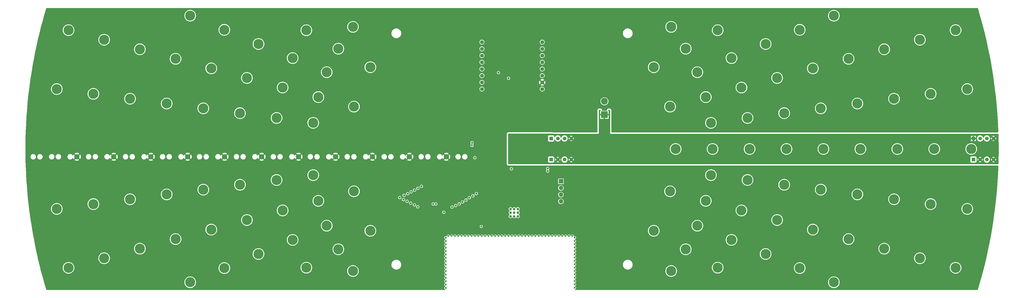
<source format=gbr>
%TF.GenerationSoftware,KiCad,Pcbnew,7.0.8*%
%TF.CreationDate,2023-11-15T16:38:26+01:00*%
%TF.ProjectId,main_board_new-3.2,6d61696e-5f62-46f6-9172-645f6e65772d,rev?*%
%TF.SameCoordinates,Original*%
%TF.FileFunction,Copper,L3,Inr*%
%TF.FilePolarity,Positive*%
%FSLAX46Y46*%
G04 Gerber Fmt 4.6, Leading zero omitted, Abs format (unit mm)*
G04 Created by KiCad (PCBNEW 7.0.8) date 2023-11-15 16:38:26*
%MOMM*%
%LPD*%
G01*
G04 APERTURE LIST*
%TA.AperFunction,ComponentPad*%
%ADD10R,1.368000X1.368000*%
%TD*%
%TA.AperFunction,ComponentPad*%
%ADD11C,1.368000*%
%TD*%
%TA.AperFunction,ComponentPad*%
%ADD12C,3.800000*%
%TD*%
%TA.AperFunction,ComponentPad*%
%ADD13C,1.000000*%
%TD*%
%TA.AperFunction,ComponentPad*%
%ADD14C,2.000000*%
%TD*%
%TA.AperFunction,ComponentPad*%
%ADD15C,1.459990*%
%TD*%
%TA.AperFunction,ComponentPad*%
%ADD16R,1.700000X1.700000*%
%TD*%
%TA.AperFunction,ComponentPad*%
%ADD17O,1.700000X1.700000*%
%TD*%
%TA.AperFunction,ComponentPad*%
%ADD18R,2.600000X2.600000*%
%TD*%
%TA.AperFunction,ComponentPad*%
%ADD19C,2.600000*%
%TD*%
%TA.AperFunction,ViaPad*%
%ADD20C,0.800000*%
%TD*%
%TA.AperFunction,ViaPad*%
%ADD21C,0.700000*%
%TD*%
%TA.AperFunction,ViaPad*%
%ADD22C,1.000000*%
%TD*%
G04 APERTURE END LIST*
D10*
%TO.N,/GND*%
%TO.C,J7*%
X239800000Y-229000000D03*
D11*
%TO.N,/5V*%
X242340000Y-229000000D03*
%TO.N,/GND*%
X244880000Y-229000000D03*
%TO.N,/5V*%
X247420000Y-229000000D03*
%TD*%
D12*
%TO.N,N/C*%
%TO.C,H1*%
X338979248Y-255540647D03*
%TD*%
%TO.N,N/C*%
%TO.C,H1*%
X314230038Y-236747357D03*
%TD*%
%TO.N,N/C*%
%TO.C,H1*%
X97497791Y-190835886D03*
%TD*%
%TO.N,N/C*%
%TO.C,H1*%
X328110266Y-211425276D03*
%TD*%
%TO.N,N/C*%
%TO.C,H1*%
X56928906Y-179965486D03*
%TD*%
%TO.N,N/C*%
%TO.C,H1*%
X80249050Y-244056824D03*
%TD*%
D13*
%TO.N,*%
%TO.C,U34*%
X227213000Y-250550000D03*
X227213000Y-249150000D03*
X227213000Y-247750000D03*
X225813000Y-250550000D03*
X225813000Y-249150000D03*
X225813000Y-247750000D03*
X224413000Y-250550000D03*
X224413000Y-249150000D03*
X224413000Y-247750000D03*
%TD*%
D12*
%TO.N,N/C*%
%TO.C,H1*%
X147057714Y-180000000D03*
%TD*%
%TO.N,N/C*%
%TO.C,H1*%
X346952098Y-275514213D03*
%TD*%
D14*
%TO.N,/3.3V*%
%TO.C,H45*%
X158100000Y-227939000D03*
%TD*%
D12*
%TO.N,N/C*%
%TO.C,H1*%
X124543714Y-198082819D03*
%TD*%
%TO.N,N/C*%
%TO.C,H1*%
X397511406Y-247711557D03*
%TD*%
%TO.N,N/C*%
%TO.C,H1*%
X128916529Y-264799077D03*
%TD*%
%TO.N,N/C*%
%TO.C,H1*%
X171306425Y-256000000D03*
%TD*%
%TO.N,N/C*%
%TO.C,H1*%
X355870722Y-242229457D03*
%TD*%
%TO.N,N/C*%
%TO.C,H1*%
X334017785Y-179843355D03*
%TD*%
%TO.N,N/C*%
%TO.C,H1*%
X141850842Y-190558491D03*
%TD*%
D14*
%TO.N,/3.3V*%
%TO.C,H57*%
X200100000Y-227939000D03*
%TD*%
D12*
%TO.N,N/C*%
%TO.C,H1*%
X121889734Y-238574724D03*
%TD*%
%TO.N,N/C*%
%TO.C,H1*%
X154785156Y-195916059D03*
%TD*%
%TO.N,N/C*%
%TO.C,H1*%
X66368822Y-204115809D03*
%TD*%
%TO.N,N/C*%
%TO.C,H1*%
X385000000Y-225000000D03*
%TD*%
%TO.N,N/C*%
%TO.C,H1*%
X159182069Y-187000000D03*
%TD*%
%TO.N,N/C*%
%TO.C,H1*%
X302942286Y-270000000D03*
%TD*%
D10*
%TO.N,/GND*%
%TO.C,J8*%
X399820000Y-229000000D03*
D11*
%TO.N,/5V*%
X402360000Y-229000000D03*
%TO.N,/GND*%
X404900000Y-229000000D03*
%TO.N,/5V*%
X407440000Y-229000000D03*
%TD*%
D12*
%TO.N,N/C*%
%TO.C,H1*%
X284887401Y-208953219D03*
%TD*%
%TO.N,N/C*%
%TO.C,H1*%
X128916529Y-185200923D03*
%TD*%
%TO.N,N/C*%
%TO.C,H1*%
X366025171Y-187212419D03*
%TD*%
%TO.N,N/C*%
%TO.C,H1*%
X357000000Y-225000000D03*
%TD*%
%TO.N,N/C*%
%TO.C,H1*%
X154785156Y-254083941D03*
%TD*%
D14*
%TO.N,/3.3V*%
%TO.C,H21*%
X74100000Y-227939000D03*
%TD*%
D12*
%TO.N,N/C*%
%TO.C,H1*%
X83974829Y-187212419D03*
%TD*%
%TO.N,N/C*%
%TO.C,H1*%
X383631178Y-245884191D03*
%TD*%
%TO.N,N/C*%
%TO.C,H1*%
X371000000Y-225000000D03*
%TD*%
%TO.N,N/C*%
%TO.C,H1*%
X393071094Y-270034514D03*
%TD*%
%TO.N,N/C*%
%TO.C,H1*%
X165112599Y-208953219D03*
%TD*%
%TO.N,N/C*%
%TO.C,H1*%
X328110266Y-238574724D03*
%TD*%
%TO.N,N/C*%
%TO.C,H1*%
X352502209Y-259164114D03*
%TD*%
%TO.N,N/C*%
%TO.C,H1*%
X300349809Y-215080009D03*
%TD*%
%TO.N,N/C*%
%TO.C,H1*%
X124543714Y-251917181D03*
%TD*%
%TO.N,N/C*%
%TO.C,H1*%
X121889734Y-211425276D03*
%TD*%
%TO.N,N/C*%
%TO.C,H1*%
X103047902Y-174485787D03*
%TD*%
%TO.N,N/C*%
%TO.C,H1*%
X115982215Y-270156645D03*
%TD*%
D15*
%TO.N,/GND*%
%TO.C,J10*%
X213570000Y-184521000D03*
%TO.N,unconnected-(J10-Pad2)*%
X213570000Y-187061000D03*
%TO.N,unconnected-(J10-Pad3)*%
X213570000Y-189601000D03*
%TO.N,unconnected-(J10-Pad4)*%
X213570000Y-192141000D03*
%TO.N,unconnected-(J10-Pad5)*%
X213570000Y-194681000D03*
%TO.N,unconnected-(J10-Pad6)*%
X213570000Y-197221000D03*
%TO.N,/LDC_INT*%
X213570000Y-199761000D03*
%TO.N,/LDC_CLK*%
X213570000Y-202301000D03*
%TD*%
D12*
%TO.N,N/C*%
%TO.C,H1*%
X301000000Y-225000000D03*
%TD*%
%TO.N,N/C*%
%TO.C,H1*%
X399000000Y-225000000D03*
%TD*%
%TO.N,N/C*%
%TO.C,H1*%
X308149158Y-259441509D03*
%TD*%
%TO.N,N/C*%
%TO.C,H1*%
X159182069Y-263000000D03*
%TD*%
%TO.N,N/C*%
%TO.C,H1*%
X366025171Y-262787581D03*
%TD*%
%TO.N,N/C*%
%TO.C,H1*%
X295214844Y-254083941D03*
%TD*%
%TO.N,N/C*%
%TO.C,H1*%
X369750950Y-244056824D03*
%TD*%
%TO.N,N/C*%
%TO.C,H1*%
X149650191Y-215080009D03*
%TD*%
%TO.N,N/C*%
%TO.C,H1*%
X284887401Y-241046781D03*
%TD*%
D14*
%TO.N,/3.3V*%
%TO.C,H37*%
X130100000Y-227939000D03*
%TD*%
D12*
%TO.N,N/C*%
%TO.C,H1*%
X138066676Y-248293714D03*
%TD*%
%TO.N,N/C*%
%TO.C,H1*%
X298410363Y-244670247D03*
%TD*%
%TO.N,N/C*%
%TO.C,H1*%
X311933324Y-248293714D03*
%TD*%
%TO.N,N/C*%
%TO.C,H1*%
X165112599Y-241046781D03*
%TD*%
%TO.N,N/C*%
%TO.C,H1*%
X115982215Y-179843355D03*
%TD*%
%TO.N,N/C*%
%TO.C,H1*%
X141850842Y-259441509D03*
%TD*%
%TO.N,N/C*%
%TO.C,H1*%
X97497791Y-259164114D03*
%TD*%
%TO.N,N/C*%
%TO.C,H1*%
X52488594Y-202288443D03*
%TD*%
%TO.N,N/C*%
%TO.C,H1*%
X314230038Y-213252643D03*
%TD*%
D15*
%TO.N,unconnected-(J9-Pad1)*%
%TO.C,J9*%
X236430000Y-184521000D03*
%TO.N,unconnected-(J9-Pad2)*%
X236430000Y-187061000D03*
%TO.N,/LDC_CS*%
X236430000Y-189601000D03*
%TO.N,/CLK*%
X236430000Y-192141000D03*
%TO.N,/MISO*%
X236430000Y-194681000D03*
%TO.N,/MOSI*%
X236430000Y-197221000D03*
%TO.N,/3.3V*%
X236430000Y-199761000D03*
%TO.N,/GND*%
X236430000Y-202301000D03*
%TD*%
D12*
%TO.N,N/C*%
%TO.C,H1*%
X341990494Y-209597909D03*
%TD*%
D14*
%TO.N,/3.3V*%
%TO.C,H33*%
X116100000Y-227939000D03*
%TD*%
D12*
%TO.N,N/C*%
%TO.C,H1*%
X52488594Y-247711557D03*
%TD*%
%TO.N,N/C*%
%TO.C,H1*%
X70451868Y-266411047D03*
%TD*%
D14*
%TO.N,/3.3V*%
%TO.C,H49*%
X172100000Y-227939000D03*
%TD*%
D12*
%TO.N,N/C*%
%TO.C,H1*%
X285294854Y-271265869D03*
%TD*%
%TO.N,N/C*%
%TO.C,H1*%
X164705146Y-271265869D03*
%TD*%
%TO.N,N/C*%
%TO.C,H1*%
X308149158Y-190558491D03*
%TD*%
%TO.N,N/C*%
%TO.C,H1*%
X80249050Y-205943176D03*
%TD*%
%TO.N,N/C*%
%TO.C,H1*%
X135769962Y-236747357D03*
%TD*%
%TO.N,N/C*%
%TO.C,H1*%
X108009506Y-209597909D03*
%TD*%
%TO.N,N/C*%
%TO.C,H1*%
X341990494Y-240402091D03*
%TD*%
%TO.N,N/C*%
%TO.C,H1*%
X379548132Y-183588953D03*
%TD*%
%TO.N,N/C*%
%TO.C,H1*%
X321083471Y-264799077D03*
%TD*%
%TO.N,N/C*%
%TO.C,H1*%
X83974829Y-262787581D03*
%TD*%
D14*
%TO.N,/3.3V*%
%TO.C,H25*%
X88100000Y-227939000D03*
%TD*%
D12*
%TO.N,N/C*%
%TO.C,H1*%
X111020752Y-255540647D03*
%TD*%
%TO.N,N/C*%
%TO.C,H1*%
X290817931Y-263000000D03*
%TD*%
D16*
%TO.N,/V_BUS*%
%TO.C,J1*%
X243528000Y-237215000D03*
D17*
%TO.N,/USB_D+*%
X243528000Y-239755000D03*
%TO.N,/USB_D-*%
X243528000Y-242295000D03*
%TO.N,/GND*%
X243528000Y-244835000D03*
%TD*%
D12*
%TO.N,N/C*%
%TO.C,H1*%
X138066676Y-201706286D03*
%TD*%
%TO.N,N/C*%
%TO.C,H1*%
X149650191Y-234919991D03*
%TD*%
%TO.N,N/C*%
%TO.C,H1*%
X151589637Y-244670247D03*
%TD*%
%TO.N,N/C*%
%TO.C,H1*%
X56928906Y-270034514D03*
%TD*%
%TO.N,N/C*%
%TO.C,H1*%
X315000000Y-225000000D03*
%TD*%
%TO.N,N/C*%
%TO.C,H1*%
X94129278Y-242229457D03*
%TD*%
%TO.N,N/C*%
%TO.C,H1*%
X325456286Y-198082819D03*
%TD*%
%TO.N,N/C*%
%TO.C,H1*%
X355870722Y-207770543D03*
%TD*%
D14*
%TO.N,/3.3V*%
%TO.C,H41*%
X144100000Y-227939000D03*
%TD*%
D12*
%TO.N,N/C*%
%TO.C,H1*%
X278693575Y-194000000D03*
%TD*%
%TO.N,N/C*%
%TO.C,H1*%
X290817931Y-187000000D03*
%TD*%
%TO.N,N/C*%
%TO.C,H1*%
X346952098Y-174485787D03*
%TD*%
D14*
%TO.N,/3.3V*%
%TO.C,H29*%
X102100000Y-227939000D03*
%TD*%
D12*
%TO.N,N/C*%
%TO.C,H1*%
X383631178Y-204115809D03*
%TD*%
%TO.N,N/C*%
%TO.C,H1*%
X66368822Y-245884191D03*
%TD*%
%TO.N,N/C*%
%TO.C,H1*%
X300349809Y-234919991D03*
%TD*%
%TO.N,N/C*%
%TO.C,H1*%
X111020752Y-194459353D03*
%TD*%
D14*
%TO.N,/3.3V*%
%TO.C,H53*%
X186100000Y-227939000D03*
%TD*%
D10*
%TO.N,/5V*%
%TO.C,J6*%
X399820000Y-221000000D03*
D11*
%TO.N,unconnected-(J6-Pad02)*%
X402360000Y-221000000D03*
%TO.N,unconnected-(J6-Pad03)*%
X404900000Y-221000000D03*
%TO.N,/5V*%
X407440000Y-221000000D03*
%TD*%
D12*
%TO.N,N/C*%
%TO.C,H1*%
X369750950Y-205943176D03*
%TD*%
%TO.N,N/C*%
%TO.C,H1*%
X164705146Y-178734131D03*
%TD*%
%TO.N,N/C*%
%TO.C,H1*%
X393071094Y-179965486D03*
%TD*%
%TO.N,N/C*%
%TO.C,H1*%
X397511406Y-202288443D03*
%TD*%
%TO.N,N/C*%
%TO.C,H1*%
X171306425Y-194000000D03*
%TD*%
%TO.N,N/C*%
%TO.C,H1*%
X147057714Y-270000000D03*
%TD*%
%TO.N,N/C*%
%TO.C,H1*%
X295214844Y-195916059D03*
%TD*%
%TO.N,N/C*%
%TO.C,H1*%
X302942286Y-180000000D03*
%TD*%
%TO.N,N/C*%
%TO.C,H1*%
X352502209Y-190835886D03*
%TD*%
%TO.N,N/C*%
%TO.C,H1*%
X135769962Y-213252643D03*
%TD*%
%TO.N,N/C*%
%TO.C,H1*%
X379548132Y-266411047D03*
%TD*%
%TO.N,N/C*%
%TO.C,H1*%
X321083471Y-185200923D03*
%TD*%
%TO.N,N/C*%
%TO.C,H1*%
X334017785Y-270156645D03*
%TD*%
D10*
%TO.N,/GND*%
%TO.C,J5*%
X239800000Y-221000000D03*
D11*
%TO.N,/LED_DATA*%
X242340000Y-221000000D03*
%TO.N,/LED_CLK*%
X244880000Y-221000000D03*
%TO.N,/5V*%
X247420000Y-221000000D03*
%TD*%
D12*
%TO.N,N/C*%
%TO.C,H1*%
X298410363Y-205329753D03*
%TD*%
%TO.N,N/C*%
%TO.C,H1*%
X94129278Y-207770543D03*
%TD*%
%TO.N,N/C*%
%TO.C,H1*%
X108009506Y-240402091D03*
%TD*%
%TO.N,N/C*%
%TO.C,H1*%
X311933324Y-201706286D03*
%TD*%
%TO.N,N/C*%
%TO.C,H1*%
X325456286Y-251917181D03*
%TD*%
%TO.N,N/C*%
%TO.C,H1*%
X70451868Y-183588953D03*
%TD*%
%TO.N,N/C*%
%TO.C,H1*%
X329000000Y-225000000D03*
%TD*%
D14*
%TO.N,/3.3V*%
%TO.C,H17*%
X60100000Y-227939000D03*
%TD*%
D12*
%TO.N,N/C*%
%TO.C,H1*%
X338979248Y-194459353D03*
%TD*%
%TO.N,N/C*%
%TO.C,H1*%
X278693575Y-256000000D03*
%TD*%
%TO.N,N/C*%
%TO.C,H1*%
X103047902Y-275514213D03*
%TD*%
%TO.N,N/C*%
%TO.C,H1*%
X287000000Y-225000000D03*
%TD*%
%TO.N,N/C*%
%TO.C,H1*%
X151589637Y-205329753D03*
%TD*%
%TO.N,N/C*%
%TO.C,H1*%
X285294854Y-178734131D03*
%TD*%
%TO.N,N/C*%
%TO.C,H1*%
X343000000Y-225000000D03*
%TD*%
D18*
%TO.N,/5V*%
%TO.C,J11*%
X260000000Y-212000000D03*
D19*
%TO.N,/GND*%
X260000000Y-206920000D03*
%TD*%
D20*
%TO.N,/GND*%
X224746000Y-232518400D03*
D21*
X235125000Y-257979000D03*
X203375000Y-257979000D03*
X248739400Y-267453200D03*
X208455000Y-257979000D03*
X199869800Y-259884000D03*
X199869800Y-275124000D03*
X199869800Y-266234000D03*
X248739400Y-277613200D03*
X209725000Y-257979000D03*
X228775000Y-257979000D03*
X240205000Y-257979000D03*
X237665000Y-257979000D03*
X233855000Y-257979000D03*
X248739400Y-273803200D03*
X218615000Y-257979000D03*
X199869800Y-277664000D03*
X246555000Y-257979000D03*
X216075000Y-257979000D03*
X199869800Y-258614000D03*
X221155000Y-257979000D03*
X236395000Y-257979000D03*
X207185000Y-257979000D03*
X200835000Y-257979000D03*
X219885000Y-257979000D03*
X199869800Y-261154000D03*
X244015000Y-257979000D03*
X242745000Y-257979000D03*
X248739400Y-272533200D03*
X222425000Y-257979000D03*
X199869800Y-276394000D03*
X248739400Y-259833200D03*
X248739400Y-262373200D03*
X248739400Y-276343200D03*
X248739400Y-268723200D03*
D20*
X209832607Y-222604672D03*
X219843800Y-196069400D03*
D21*
X232585000Y-257979000D03*
X199869800Y-267504000D03*
X199869800Y-270044000D03*
D20*
X195161952Y-245838309D03*
D21*
X213535000Y-257979000D03*
X205915000Y-257979000D03*
X241475000Y-257979000D03*
X248739400Y-269993200D03*
X202105000Y-257979000D03*
X248739400Y-263643200D03*
X204645000Y-257979000D03*
X248739400Y-258563200D03*
X199869800Y-273854000D03*
X199869800Y-262424000D03*
X231315000Y-257979000D03*
X213331800Y-254397600D03*
X214805000Y-257979000D03*
X226235000Y-257979000D03*
X227505000Y-257979000D03*
X248739400Y-264913200D03*
X248739400Y-266183200D03*
X210995000Y-257979000D03*
X217345000Y-257979000D03*
X230045000Y-257979000D03*
X223695000Y-257979000D03*
X199869800Y-268774000D03*
X199869800Y-264964000D03*
D20*
X199161952Y-248977600D03*
D21*
X238935000Y-257979000D03*
X212265000Y-257979000D03*
D20*
X238492000Y-233382000D03*
X223679200Y-198177600D03*
D21*
X199869800Y-272584000D03*
X224965000Y-257979000D03*
X245285000Y-257979000D03*
X199869800Y-271314000D03*
X248739400Y-261103200D03*
X247825000Y-257979000D03*
X248739400Y-275073200D03*
X248739400Y-271263200D03*
D20*
X210877600Y-228327400D03*
D21*
X199869800Y-263694000D03*
D20*
%TO.N,/3.3V*%
X218282000Y-229626000D03*
X212567000Y-221752000D03*
D22*
X246912000Y-207814000D03*
X246910600Y-206645600D03*
D20*
X238911000Y-254278100D03*
X308184997Y-234907000D03*
X212633000Y-229626000D03*
X193953000Y-248939000D03*
%TO.N,/SS12*%
X185249000Y-244837400D03*
%TO.N,/SS11*%
X186569800Y-245548600D03*
%TO.N,/SS10*%
X188017600Y-246183600D03*
%TO.N,/SS9*%
X189262200Y-246920200D03*
%TO.N,/SS8*%
X202261952Y-246998000D03*
%TO.N,/SS7*%
X203661952Y-246398000D03*
%TO.N,/SS6*%
X205000000Y-245798000D03*
%TO.N,/SS5*%
X206270000Y-245098000D03*
%TO.N,/SS4*%
X207540000Y-244359000D03*
%TO.N,/SS3*%
X208810000Y-243470000D03*
%TO.N,/SS2*%
X210161952Y-242749500D03*
%TO.N,/SS1*%
X211461952Y-241898000D03*
%TO.N,/MOSI*%
X196161371Y-245851223D03*
%TO.N,/CLK*%
X209826600Y-223612800D03*
%TO.N,/SS17*%
X186747600Y-241256000D03*
%TO.N,/SS18*%
X188068400Y-240595600D03*
%TO.N,/SS19*%
X189338400Y-239884400D03*
%TO.N,/SS20*%
X190659200Y-239173200D03*
%TO.N,/SS16*%
X185452200Y-241967200D03*
%TO.N,/SS15*%
X184094000Y-242538000D03*
%TO.N,/SS14*%
X182455000Y-243415000D03*
%TO.N,/SS13*%
X183852000Y-244177000D03*
%TO.N,/5V*%
X228048000Y-225000000D03*
X230461000Y-229812000D03*
X224746000Y-229826000D03*
%TO.N,/QRE_OUT*%
X238477000Y-232381000D03*
%TD*%
%TA.AperFunction,Conductor*%
%TO.N,/5V*%
G36*
X258559826Y-210223685D02*
G01*
X258605581Y-210276489D01*
X258615525Y-210345647D01*
X258586500Y-210409203D01*
X258542873Y-210441435D01*
X258527523Y-210448212D01*
X258527520Y-210448214D01*
X258448214Y-210527520D01*
X258448211Y-210527525D01*
X258402910Y-210630122D01*
X258402910Y-210630124D01*
X258400000Y-210655205D01*
X258400000Y-211750000D01*
X259399272Y-211750000D01*
X259376900Y-211797543D01*
X259346127Y-211958862D01*
X259356439Y-212122766D01*
X259397780Y-212250000D01*
X258400001Y-212250000D01*
X258400001Y-213344785D01*
X258400002Y-213344808D01*
X258402908Y-213369869D01*
X258402909Y-213369873D01*
X258448211Y-213472474D01*
X258448214Y-213472479D01*
X258527520Y-213551785D01*
X258527525Y-213551788D01*
X258630123Y-213597089D01*
X258655206Y-213599999D01*
X259749999Y-213599999D01*
X259750000Y-213599998D01*
X259750000Y-212604310D01*
X259758817Y-212609158D01*
X259917886Y-212650000D01*
X260040894Y-212650000D01*
X260162933Y-212634583D01*
X260250000Y-212600110D01*
X260250000Y-213599999D01*
X261344786Y-213599999D01*
X261344808Y-213599997D01*
X261369869Y-213597091D01*
X261369873Y-213597090D01*
X261472474Y-213551788D01*
X261472479Y-213551785D01*
X261551785Y-213472479D01*
X261551788Y-213472474D01*
X261597089Y-213369877D01*
X261597089Y-213369875D01*
X261599999Y-213344794D01*
X261600000Y-213344791D01*
X261600000Y-212250000D01*
X260600728Y-212250000D01*
X260623100Y-212202457D01*
X260653873Y-212041138D01*
X260643561Y-211877234D01*
X260602220Y-211750000D01*
X261599999Y-211750000D01*
X261599999Y-210655214D01*
X261599997Y-210655191D01*
X261597091Y-210630130D01*
X261597090Y-210630126D01*
X261551788Y-210527525D01*
X261551785Y-210527520D01*
X261472479Y-210448214D01*
X261472476Y-210448212D01*
X261457127Y-210441435D01*
X261403751Y-210396349D01*
X261383223Y-210329563D01*
X261402061Y-210262281D01*
X261454284Y-210215864D01*
X261507213Y-210204000D01*
X262028000Y-210204000D01*
X262095039Y-210223685D01*
X262140794Y-210276489D01*
X262152000Y-210328000D01*
X262152000Y-219221000D01*
X409182356Y-219221000D01*
X409249395Y-219240685D01*
X409295150Y-219293489D01*
X409306304Y-219341430D01*
X409354636Y-221020463D01*
X409392811Y-223673412D01*
X409392811Y-226326636D01*
X409354635Y-228979585D01*
X409306333Y-230657570D01*
X409284728Y-230724013D01*
X409230630Y-230768230D01*
X409182385Y-230778000D01*
X241197000Y-230778000D01*
X223650893Y-230791107D01*
X223583838Y-230771472D01*
X223538044Y-230718703D01*
X223526800Y-230667107D01*
X223526800Y-229731870D01*
X238615500Y-229731870D01*
X238615501Y-229731876D01*
X238621908Y-229791483D01*
X238672202Y-229926328D01*
X238672206Y-229926335D01*
X238758452Y-230041544D01*
X238758455Y-230041547D01*
X238873664Y-230127793D01*
X238873671Y-230127797D01*
X239008517Y-230178091D01*
X239008516Y-230178091D01*
X239015444Y-230178835D01*
X239068127Y-230184500D01*
X240531872Y-230184499D01*
X240591483Y-230178091D01*
X240726331Y-230127796D01*
X240841546Y-230041546D01*
X240927796Y-229926331D01*
X240978091Y-229791483D01*
X240984500Y-229731873D01*
X240984499Y-229000000D01*
X241351239Y-229000000D01*
X241370237Y-229192896D01*
X241426505Y-229378386D01*
X241489745Y-229496699D01*
X241489746Y-229496699D01*
X241914207Y-229072238D01*
X241916046Y-229096765D01*
X241963403Y-229217428D01*
X242044222Y-229318773D01*
X242151323Y-229391793D01*
X242266295Y-229427257D01*
X241843298Y-229850253D01*
X241961613Y-229913494D01*
X242147106Y-229969762D01*
X242147101Y-229969762D01*
X242340000Y-229988760D01*
X242532896Y-229969762D01*
X242718384Y-229913494D01*
X242836700Y-229850252D01*
X242410655Y-229424207D01*
X242468176Y-229415538D01*
X242584964Y-229359296D01*
X242679985Y-229271129D01*
X242744797Y-229158871D01*
X242764797Y-229071244D01*
X243190252Y-229496700D01*
X243253494Y-229378384D01*
X243309762Y-229192896D01*
X243328760Y-229000000D01*
X243690425Y-229000000D01*
X243710679Y-229218579D01*
X243710679Y-229218581D01*
X243710680Y-229218584D01*
X243739186Y-229318773D01*
X243770755Y-229429727D01*
X243804104Y-229496700D01*
X243868603Y-229626231D01*
X244000893Y-229801411D01*
X244163121Y-229949301D01*
X244349761Y-230064864D01*
X244554457Y-230144164D01*
X244770240Y-230184500D01*
X244770243Y-230184500D01*
X244989757Y-230184500D01*
X244989760Y-230184500D01*
X245205543Y-230144164D01*
X245410239Y-230064864D01*
X245596879Y-229949301D01*
X245759107Y-229801411D01*
X245891397Y-229626231D01*
X245989246Y-229429724D01*
X246049320Y-229218584D01*
X246069575Y-229000000D01*
X246431239Y-229000000D01*
X246450237Y-229192896D01*
X246506505Y-229378386D01*
X246569745Y-229496699D01*
X246569746Y-229496699D01*
X246994207Y-229072238D01*
X246996046Y-229096765D01*
X247043403Y-229217428D01*
X247124222Y-229318773D01*
X247231323Y-229391793D01*
X247346295Y-229427257D01*
X246923298Y-229850253D01*
X247041613Y-229913494D01*
X247227106Y-229969762D01*
X247227101Y-229969762D01*
X247420000Y-229988760D01*
X247612896Y-229969762D01*
X247798384Y-229913494D01*
X247916700Y-229850252D01*
X247798318Y-229731870D01*
X398635500Y-229731870D01*
X398635501Y-229731876D01*
X398641908Y-229791483D01*
X398692202Y-229926328D01*
X398692206Y-229926335D01*
X398778452Y-230041544D01*
X398778455Y-230041547D01*
X398893664Y-230127793D01*
X398893671Y-230127797D01*
X399028517Y-230178091D01*
X399028516Y-230178091D01*
X399035444Y-230178835D01*
X399088127Y-230184500D01*
X400551872Y-230184499D01*
X400611483Y-230178091D01*
X400746331Y-230127796D01*
X400861546Y-230041546D01*
X400947796Y-229926331D01*
X400998091Y-229791483D01*
X401004500Y-229731873D01*
X401004499Y-229000000D01*
X401371239Y-229000000D01*
X401390237Y-229192896D01*
X401446505Y-229378386D01*
X401509745Y-229496699D01*
X401509746Y-229496699D01*
X401934207Y-229072238D01*
X401936046Y-229096765D01*
X401983403Y-229217428D01*
X402064222Y-229318773D01*
X402171323Y-229391793D01*
X402286295Y-229427257D01*
X401863298Y-229850253D01*
X401981613Y-229913494D01*
X402167106Y-229969762D01*
X402167101Y-229969762D01*
X402360000Y-229988760D01*
X402552896Y-229969762D01*
X402738384Y-229913494D01*
X402856700Y-229850252D01*
X402430655Y-229424207D01*
X402488176Y-229415538D01*
X402604964Y-229359296D01*
X402699985Y-229271129D01*
X402764797Y-229158871D01*
X402784797Y-229071244D01*
X403210253Y-229496700D01*
X403273494Y-229378384D01*
X403329762Y-229192896D01*
X403348760Y-229000000D01*
X403710425Y-229000000D01*
X403730679Y-229218579D01*
X403730679Y-229218581D01*
X403730680Y-229218584D01*
X403759186Y-229318773D01*
X403790755Y-229429727D01*
X403824104Y-229496700D01*
X403888603Y-229626231D01*
X404020893Y-229801411D01*
X404183121Y-229949301D01*
X404369761Y-230064864D01*
X404574457Y-230144164D01*
X404790240Y-230184500D01*
X404790243Y-230184500D01*
X405009757Y-230184500D01*
X405009760Y-230184500D01*
X405225543Y-230144164D01*
X405430239Y-230064864D01*
X405616879Y-229949301D01*
X405779107Y-229801411D01*
X405911397Y-229626231D01*
X406009246Y-229429724D01*
X406069320Y-229218584D01*
X406089575Y-229000000D01*
X406451239Y-229000000D01*
X406470237Y-229192896D01*
X406526505Y-229378386D01*
X406589745Y-229496699D01*
X406589746Y-229496699D01*
X407014207Y-229072238D01*
X407016046Y-229096765D01*
X407063403Y-229217428D01*
X407144222Y-229318773D01*
X407251323Y-229391793D01*
X407366295Y-229427257D01*
X406943298Y-229850253D01*
X407061613Y-229913494D01*
X407247106Y-229969762D01*
X407247101Y-229969762D01*
X407440000Y-229988760D01*
X407632896Y-229969762D01*
X407818384Y-229913494D01*
X407936700Y-229850252D01*
X407510655Y-229424207D01*
X407568176Y-229415538D01*
X407684964Y-229359296D01*
X407779985Y-229271129D01*
X407844797Y-229158871D01*
X407864797Y-229071244D01*
X408290253Y-229496700D01*
X408353494Y-229378384D01*
X408409762Y-229192896D01*
X408428760Y-229000000D01*
X408409762Y-228807103D01*
X408353494Y-228621613D01*
X408290253Y-228503298D01*
X407865791Y-228927759D01*
X407863954Y-228903235D01*
X407816597Y-228782572D01*
X407735778Y-228681227D01*
X407628677Y-228608207D01*
X407513704Y-228572742D01*
X407936699Y-228149746D01*
X407936699Y-228149745D01*
X407818386Y-228086505D01*
X407632893Y-228030237D01*
X407632898Y-228030237D01*
X407440000Y-228011239D01*
X407247103Y-228030237D01*
X407061619Y-228086503D01*
X406943299Y-228149746D01*
X407369345Y-228575792D01*
X407311824Y-228584462D01*
X407195036Y-228640704D01*
X407100015Y-228728871D01*
X407035203Y-228841129D01*
X407015202Y-228928755D01*
X406589746Y-228503299D01*
X406526503Y-228621619D01*
X406470237Y-228807103D01*
X406451239Y-229000000D01*
X406089575Y-229000000D01*
X406069320Y-228781416D01*
X406009246Y-228570276D01*
X405911397Y-228373769D01*
X405779107Y-228198589D01*
X405616879Y-228050699D01*
X405545803Y-228006690D01*
X405430240Y-227935136D01*
X405430238Y-227935135D01*
X405267788Y-227872202D01*
X405225543Y-227855836D01*
X405009760Y-227815500D01*
X404790240Y-227815500D01*
X404574457Y-227855836D01*
X404574454Y-227855836D01*
X404574454Y-227855837D01*
X404369761Y-227935135D01*
X404369759Y-227935136D01*
X404183119Y-228050700D01*
X404020894Y-228198587D01*
X403888603Y-228373768D01*
X403790755Y-228570272D01*
X403730679Y-228781420D01*
X403710425Y-228999999D01*
X403710425Y-229000000D01*
X403348760Y-229000000D01*
X403329762Y-228807103D01*
X403273494Y-228621613D01*
X403210253Y-228503298D01*
X402785791Y-228927759D01*
X402783954Y-228903235D01*
X402736597Y-228782572D01*
X402655778Y-228681227D01*
X402548677Y-228608207D01*
X402433704Y-228572742D01*
X402856699Y-228149746D01*
X402856699Y-228149745D01*
X402738386Y-228086505D01*
X402552893Y-228030237D01*
X402552898Y-228030237D01*
X402360000Y-228011239D01*
X402167103Y-228030237D01*
X401981619Y-228086503D01*
X401863299Y-228149746D01*
X402289345Y-228575792D01*
X402231824Y-228584462D01*
X402115036Y-228640704D01*
X402020015Y-228728871D01*
X401955203Y-228841129D01*
X401935202Y-228928755D01*
X401509746Y-228503299D01*
X401446503Y-228621619D01*
X401390237Y-228807103D01*
X401371239Y-229000000D01*
X401004499Y-229000000D01*
X401004499Y-228268128D01*
X400998091Y-228208517D01*
X400994387Y-228198587D01*
X400947797Y-228073671D01*
X400947793Y-228073664D01*
X400861547Y-227958455D01*
X400861544Y-227958452D01*
X400746335Y-227872206D01*
X400746328Y-227872202D01*
X400611482Y-227821908D01*
X400611483Y-227821908D01*
X400551883Y-227815501D01*
X400551881Y-227815500D01*
X400551873Y-227815500D01*
X400551864Y-227815500D01*
X399088129Y-227815500D01*
X399088123Y-227815501D01*
X399028516Y-227821908D01*
X398893671Y-227872202D01*
X398893664Y-227872206D01*
X398778455Y-227958452D01*
X398778452Y-227958455D01*
X398692206Y-228073664D01*
X398692202Y-228073671D01*
X398641908Y-228208517D01*
X398635501Y-228268116D01*
X398635501Y-228268123D01*
X398635500Y-228268135D01*
X398635500Y-229731870D01*
X247798318Y-229731870D01*
X247490655Y-229424207D01*
X247548176Y-229415538D01*
X247664964Y-229359296D01*
X247759985Y-229271129D01*
X247824797Y-229158871D01*
X247844797Y-229071244D01*
X248270253Y-229496700D01*
X248333494Y-229378384D01*
X248389762Y-229192896D01*
X248408760Y-229000000D01*
X248389762Y-228807103D01*
X248333494Y-228621613D01*
X248270253Y-228503298D01*
X247845791Y-228927759D01*
X247843954Y-228903235D01*
X247796597Y-228782572D01*
X247715778Y-228681227D01*
X247608677Y-228608207D01*
X247493704Y-228572742D01*
X247916699Y-228149746D01*
X247916699Y-228149745D01*
X247798386Y-228086505D01*
X247612893Y-228030237D01*
X247612898Y-228030237D01*
X247420000Y-228011239D01*
X247227103Y-228030237D01*
X247041619Y-228086503D01*
X246923299Y-228149746D01*
X247349345Y-228575792D01*
X247291824Y-228584462D01*
X247175036Y-228640704D01*
X247080015Y-228728871D01*
X247015203Y-228841129D01*
X246995202Y-228928755D01*
X246569746Y-228503299D01*
X246506503Y-228621619D01*
X246450237Y-228807103D01*
X246431239Y-229000000D01*
X246069575Y-229000000D01*
X246049320Y-228781416D01*
X245989246Y-228570276D01*
X245891397Y-228373769D01*
X245759107Y-228198589D01*
X245596879Y-228050699D01*
X245525803Y-228006690D01*
X245410240Y-227935136D01*
X245410238Y-227935135D01*
X245247788Y-227872202D01*
X245205543Y-227855836D01*
X244989760Y-227815500D01*
X244770240Y-227815500D01*
X244554457Y-227855836D01*
X244554454Y-227855836D01*
X244554454Y-227855837D01*
X244349761Y-227935135D01*
X244349759Y-227935136D01*
X244163119Y-228050700D01*
X244000894Y-228198587D01*
X243868603Y-228373768D01*
X243770755Y-228570272D01*
X243710679Y-228781420D01*
X243690425Y-228999999D01*
X243690425Y-229000000D01*
X243328760Y-229000000D01*
X243309762Y-228807103D01*
X243253494Y-228621613D01*
X243190253Y-228503298D01*
X242765791Y-228927759D01*
X242763954Y-228903235D01*
X242716597Y-228782572D01*
X242635778Y-228681227D01*
X242528677Y-228608207D01*
X242413704Y-228572742D01*
X242836699Y-228149746D01*
X242836699Y-228149745D01*
X242718386Y-228086505D01*
X242532893Y-228030237D01*
X242532898Y-228030237D01*
X242340000Y-228011239D01*
X242147103Y-228030237D01*
X241961619Y-228086503D01*
X241843299Y-228149746D01*
X242269345Y-228575792D01*
X242211824Y-228584462D01*
X242095036Y-228640704D01*
X242000015Y-228728871D01*
X241935203Y-228841129D01*
X241915202Y-228928755D01*
X241489746Y-228503299D01*
X241426503Y-228621619D01*
X241370237Y-228807103D01*
X241351239Y-229000000D01*
X240984499Y-229000000D01*
X240984499Y-228268128D01*
X240978091Y-228208517D01*
X240974387Y-228198587D01*
X240927797Y-228073671D01*
X240927793Y-228073664D01*
X240841547Y-227958455D01*
X240841544Y-227958452D01*
X240726335Y-227872206D01*
X240726328Y-227872202D01*
X240591482Y-227821908D01*
X240591483Y-227821908D01*
X240531883Y-227815501D01*
X240531881Y-227815500D01*
X240531873Y-227815500D01*
X240531864Y-227815500D01*
X239068129Y-227815500D01*
X239068123Y-227815501D01*
X239008516Y-227821908D01*
X238873671Y-227872202D01*
X238873664Y-227872206D01*
X238758455Y-227958452D01*
X238758452Y-227958455D01*
X238672206Y-228073664D01*
X238672202Y-228073671D01*
X238621908Y-228208517D01*
X238615501Y-228268116D01*
X238615501Y-228268123D01*
X238615500Y-228268135D01*
X238615500Y-229731870D01*
X223526800Y-229731870D01*
X223526800Y-225000000D01*
X284794778Y-225000000D01*
X284813644Y-225287837D01*
X284813646Y-225287849D01*
X284869917Y-225570745D01*
X284869921Y-225570760D01*
X284962642Y-225843905D01*
X285090219Y-226102606D01*
X285090223Y-226102613D01*
X285250478Y-226342452D01*
X285440672Y-226559327D01*
X285657546Y-226749520D01*
X285897389Y-226909778D01*
X286156098Y-227037359D01*
X286429247Y-227130081D01*
X286712161Y-227186356D01*
X287000000Y-227205222D01*
X287287839Y-227186356D01*
X287570753Y-227130081D01*
X287843902Y-227037359D01*
X288102611Y-226909778D01*
X288342454Y-226749520D01*
X288559327Y-226559327D01*
X288749520Y-226342454D01*
X288909778Y-226102611D01*
X289037359Y-225843902D01*
X289130081Y-225570753D01*
X289186356Y-225287839D01*
X289205222Y-225000000D01*
X298794778Y-225000000D01*
X298813644Y-225287837D01*
X298813646Y-225287849D01*
X298869917Y-225570745D01*
X298869921Y-225570760D01*
X298962642Y-225843905D01*
X299090219Y-226102606D01*
X299090223Y-226102613D01*
X299250478Y-226342452D01*
X299440672Y-226559327D01*
X299657546Y-226749520D01*
X299897389Y-226909778D01*
X300156098Y-227037359D01*
X300429247Y-227130081D01*
X300712161Y-227186356D01*
X301000000Y-227205222D01*
X301287839Y-227186356D01*
X301570753Y-227130081D01*
X301843902Y-227037359D01*
X302102611Y-226909778D01*
X302342454Y-226749520D01*
X302559327Y-226559327D01*
X302749520Y-226342454D01*
X302909778Y-226102611D01*
X303037359Y-225843902D01*
X303130081Y-225570753D01*
X303186356Y-225287839D01*
X303205222Y-225000000D01*
X312794778Y-225000000D01*
X312813644Y-225287837D01*
X312813646Y-225287849D01*
X312869917Y-225570745D01*
X312869921Y-225570760D01*
X312962642Y-225843905D01*
X313090219Y-226102606D01*
X313090223Y-226102613D01*
X313250478Y-226342452D01*
X313440672Y-226559327D01*
X313657546Y-226749520D01*
X313897389Y-226909778D01*
X314156098Y-227037359D01*
X314429247Y-227130081D01*
X314712161Y-227186356D01*
X315000000Y-227205222D01*
X315287839Y-227186356D01*
X315570753Y-227130081D01*
X315843902Y-227037359D01*
X316102611Y-226909778D01*
X316342454Y-226749520D01*
X316559327Y-226559327D01*
X316749520Y-226342454D01*
X316909778Y-226102611D01*
X317037359Y-225843902D01*
X317130081Y-225570753D01*
X317186356Y-225287839D01*
X317205222Y-225000000D01*
X326794778Y-225000000D01*
X326813644Y-225287837D01*
X326813646Y-225287849D01*
X326869917Y-225570745D01*
X326869921Y-225570760D01*
X326962642Y-225843905D01*
X327090219Y-226102606D01*
X327090223Y-226102613D01*
X327250478Y-226342452D01*
X327440672Y-226559327D01*
X327657546Y-226749520D01*
X327897389Y-226909778D01*
X328156098Y-227037359D01*
X328429247Y-227130081D01*
X328712161Y-227186356D01*
X329000000Y-227205222D01*
X329287839Y-227186356D01*
X329570753Y-227130081D01*
X329843902Y-227037359D01*
X330102611Y-226909778D01*
X330342454Y-226749520D01*
X330559327Y-226559327D01*
X330749520Y-226342454D01*
X330909778Y-226102611D01*
X331037359Y-225843902D01*
X331130081Y-225570753D01*
X331186356Y-225287839D01*
X331205222Y-225000000D01*
X340794778Y-225000000D01*
X340813644Y-225287837D01*
X340813646Y-225287849D01*
X340869917Y-225570745D01*
X340869921Y-225570760D01*
X340962642Y-225843905D01*
X341090219Y-226102606D01*
X341090223Y-226102613D01*
X341250478Y-226342452D01*
X341440672Y-226559327D01*
X341657546Y-226749520D01*
X341897389Y-226909778D01*
X342156098Y-227037359D01*
X342429247Y-227130081D01*
X342712161Y-227186356D01*
X343000000Y-227205222D01*
X343287839Y-227186356D01*
X343570753Y-227130081D01*
X343843902Y-227037359D01*
X344102611Y-226909778D01*
X344342454Y-226749520D01*
X344559327Y-226559327D01*
X344749520Y-226342454D01*
X344909778Y-226102611D01*
X345037359Y-225843902D01*
X345130081Y-225570753D01*
X345186356Y-225287839D01*
X345205222Y-225000000D01*
X354794778Y-225000000D01*
X354813644Y-225287837D01*
X354813646Y-225287849D01*
X354869917Y-225570745D01*
X354869921Y-225570760D01*
X354962642Y-225843905D01*
X355090219Y-226102606D01*
X355090223Y-226102613D01*
X355250478Y-226342452D01*
X355440672Y-226559327D01*
X355657546Y-226749520D01*
X355897389Y-226909778D01*
X356156098Y-227037359D01*
X356429247Y-227130081D01*
X356712161Y-227186356D01*
X357000000Y-227205222D01*
X357287839Y-227186356D01*
X357570753Y-227130081D01*
X357843902Y-227037359D01*
X358102611Y-226909778D01*
X358342454Y-226749520D01*
X358559327Y-226559327D01*
X358749520Y-226342454D01*
X358909778Y-226102611D01*
X359037359Y-225843902D01*
X359130081Y-225570753D01*
X359186356Y-225287839D01*
X359205222Y-225000000D01*
X368794778Y-225000000D01*
X368813644Y-225287837D01*
X368813646Y-225287849D01*
X368869917Y-225570745D01*
X368869921Y-225570760D01*
X368962642Y-225843905D01*
X369090219Y-226102606D01*
X369090223Y-226102613D01*
X369250478Y-226342452D01*
X369440672Y-226559327D01*
X369657546Y-226749520D01*
X369897389Y-226909778D01*
X370156098Y-227037359D01*
X370429247Y-227130081D01*
X370712161Y-227186356D01*
X371000000Y-227205222D01*
X371287839Y-227186356D01*
X371570753Y-227130081D01*
X371843902Y-227037359D01*
X372102611Y-226909778D01*
X372342454Y-226749520D01*
X372559327Y-226559327D01*
X372749520Y-226342454D01*
X372909778Y-226102611D01*
X373037359Y-225843902D01*
X373130081Y-225570753D01*
X373186356Y-225287839D01*
X373205222Y-225000000D01*
X382794778Y-225000000D01*
X382813644Y-225287837D01*
X382813646Y-225287849D01*
X382869917Y-225570745D01*
X382869921Y-225570760D01*
X382962642Y-225843905D01*
X383090219Y-226102606D01*
X383090223Y-226102613D01*
X383250478Y-226342452D01*
X383440672Y-226559327D01*
X383657546Y-226749520D01*
X383897389Y-226909778D01*
X384156098Y-227037359D01*
X384429247Y-227130081D01*
X384712161Y-227186356D01*
X385000000Y-227205222D01*
X385287839Y-227186356D01*
X385570753Y-227130081D01*
X385843902Y-227037359D01*
X386102611Y-226909778D01*
X386342454Y-226749520D01*
X386559327Y-226559327D01*
X386749520Y-226342454D01*
X386909778Y-226102611D01*
X387037359Y-225843902D01*
X387130081Y-225570753D01*
X387186356Y-225287839D01*
X387205222Y-225000000D01*
X396794778Y-225000000D01*
X396813644Y-225287837D01*
X396813646Y-225287849D01*
X396869917Y-225570745D01*
X396869921Y-225570760D01*
X396962642Y-225843905D01*
X397090219Y-226102606D01*
X397090223Y-226102613D01*
X397250478Y-226342452D01*
X397440672Y-226559327D01*
X397657546Y-226749520D01*
X397897389Y-226909778D01*
X398156098Y-227037359D01*
X398429247Y-227130081D01*
X398712161Y-227186356D01*
X399000000Y-227205222D01*
X399287839Y-227186356D01*
X399570753Y-227130081D01*
X399843902Y-227037359D01*
X400102611Y-226909778D01*
X400342454Y-226749520D01*
X400559327Y-226559327D01*
X400749520Y-226342454D01*
X400909778Y-226102611D01*
X401037359Y-225843902D01*
X401130081Y-225570753D01*
X401186356Y-225287839D01*
X401205222Y-225000000D01*
X401186356Y-224712161D01*
X401130081Y-224429247D01*
X401037359Y-224156098D01*
X400909778Y-223897389D01*
X400909776Y-223897386D01*
X400749521Y-223657547D01*
X400559327Y-223440672D01*
X400342452Y-223250478D01*
X400102613Y-223090223D01*
X400102606Y-223090219D01*
X399843905Y-222962642D01*
X399570760Y-222869921D01*
X399570754Y-222869919D01*
X399570753Y-222869919D01*
X399570751Y-222869918D01*
X399570745Y-222869917D01*
X399287849Y-222813646D01*
X399287839Y-222813644D01*
X399000000Y-222794778D01*
X398712161Y-222813644D01*
X398712155Y-222813645D01*
X398712150Y-222813646D01*
X398429254Y-222869917D01*
X398429239Y-222869921D01*
X398156094Y-222962642D01*
X397897393Y-223090219D01*
X397897386Y-223090223D01*
X397657547Y-223250478D01*
X397440672Y-223440672D01*
X397250478Y-223657547D01*
X397090223Y-223897386D01*
X397090219Y-223897393D01*
X396962642Y-224156094D01*
X396869921Y-224429239D01*
X396869917Y-224429254D01*
X396813646Y-224712150D01*
X396813644Y-224712162D01*
X396794778Y-225000000D01*
X387205222Y-225000000D01*
X387186356Y-224712161D01*
X387130081Y-224429247D01*
X387037359Y-224156098D01*
X386909778Y-223897389D01*
X386909776Y-223897386D01*
X386749521Y-223657547D01*
X386559327Y-223440672D01*
X386342452Y-223250478D01*
X386102613Y-223090223D01*
X386102606Y-223090219D01*
X385843905Y-222962642D01*
X385570760Y-222869921D01*
X385570754Y-222869919D01*
X385570753Y-222869919D01*
X385570751Y-222869918D01*
X385570745Y-222869917D01*
X385287849Y-222813646D01*
X385287839Y-222813644D01*
X385000000Y-222794778D01*
X384712161Y-222813644D01*
X384712155Y-222813645D01*
X384712150Y-222813646D01*
X384429254Y-222869917D01*
X384429239Y-222869921D01*
X384156094Y-222962642D01*
X383897393Y-223090219D01*
X383897386Y-223090223D01*
X383657547Y-223250478D01*
X383440672Y-223440672D01*
X383250478Y-223657547D01*
X383090223Y-223897386D01*
X383090219Y-223897393D01*
X382962642Y-224156094D01*
X382869921Y-224429239D01*
X382869917Y-224429254D01*
X382813646Y-224712150D01*
X382813644Y-224712162D01*
X382794778Y-225000000D01*
X373205222Y-225000000D01*
X373186356Y-224712161D01*
X373130081Y-224429247D01*
X373037359Y-224156098D01*
X372909778Y-223897389D01*
X372909776Y-223897386D01*
X372749521Y-223657547D01*
X372559327Y-223440672D01*
X372342452Y-223250478D01*
X372102613Y-223090223D01*
X372102606Y-223090219D01*
X371843905Y-222962642D01*
X371570760Y-222869921D01*
X371570754Y-222869919D01*
X371570753Y-222869919D01*
X371570751Y-222869918D01*
X371570745Y-222869917D01*
X371287849Y-222813646D01*
X371287839Y-222813644D01*
X371000000Y-222794778D01*
X370712161Y-222813644D01*
X370712155Y-222813645D01*
X370712150Y-222813646D01*
X370429254Y-222869917D01*
X370429239Y-222869921D01*
X370156094Y-222962642D01*
X369897393Y-223090219D01*
X369897386Y-223090223D01*
X369657547Y-223250478D01*
X369440672Y-223440672D01*
X369250478Y-223657547D01*
X369090223Y-223897386D01*
X369090219Y-223897393D01*
X368962642Y-224156094D01*
X368869921Y-224429239D01*
X368869917Y-224429254D01*
X368813646Y-224712150D01*
X368813644Y-224712162D01*
X368794778Y-225000000D01*
X359205222Y-225000000D01*
X359186356Y-224712161D01*
X359130081Y-224429247D01*
X359037359Y-224156098D01*
X358909778Y-223897389D01*
X358909776Y-223897386D01*
X358749521Y-223657547D01*
X358559327Y-223440672D01*
X358342452Y-223250478D01*
X358102613Y-223090223D01*
X358102606Y-223090219D01*
X357843905Y-222962642D01*
X357570760Y-222869921D01*
X357570754Y-222869919D01*
X357570753Y-222869919D01*
X357570751Y-222869918D01*
X357570745Y-222869917D01*
X357287849Y-222813646D01*
X357287839Y-222813644D01*
X357000000Y-222794778D01*
X356712161Y-222813644D01*
X356712155Y-222813645D01*
X356712150Y-222813646D01*
X356429254Y-222869917D01*
X356429239Y-222869921D01*
X356156094Y-222962642D01*
X355897393Y-223090219D01*
X355897386Y-223090223D01*
X355657547Y-223250478D01*
X355440672Y-223440672D01*
X355250478Y-223657547D01*
X355090223Y-223897386D01*
X355090219Y-223897393D01*
X354962642Y-224156094D01*
X354869921Y-224429239D01*
X354869917Y-224429254D01*
X354813646Y-224712150D01*
X354813644Y-224712162D01*
X354794778Y-225000000D01*
X345205222Y-225000000D01*
X345186356Y-224712161D01*
X345130081Y-224429247D01*
X345037359Y-224156098D01*
X344909778Y-223897389D01*
X344909776Y-223897386D01*
X344749521Y-223657547D01*
X344559327Y-223440672D01*
X344342452Y-223250478D01*
X344102613Y-223090223D01*
X344102606Y-223090219D01*
X343843905Y-222962642D01*
X343570760Y-222869921D01*
X343570754Y-222869919D01*
X343570753Y-222869919D01*
X343570751Y-222869918D01*
X343570745Y-222869917D01*
X343287849Y-222813646D01*
X343287839Y-222813644D01*
X343000000Y-222794778D01*
X342712161Y-222813644D01*
X342712155Y-222813645D01*
X342712150Y-222813646D01*
X342429254Y-222869917D01*
X342429239Y-222869921D01*
X342156094Y-222962642D01*
X341897393Y-223090219D01*
X341897386Y-223090223D01*
X341657547Y-223250478D01*
X341440672Y-223440672D01*
X341250478Y-223657547D01*
X341090223Y-223897386D01*
X341090219Y-223897393D01*
X340962642Y-224156094D01*
X340869921Y-224429239D01*
X340869917Y-224429254D01*
X340813646Y-224712150D01*
X340813644Y-224712162D01*
X340794778Y-225000000D01*
X331205222Y-225000000D01*
X331186356Y-224712161D01*
X331130081Y-224429247D01*
X331037359Y-224156098D01*
X330909778Y-223897389D01*
X330909776Y-223897386D01*
X330749521Y-223657547D01*
X330559327Y-223440672D01*
X330342452Y-223250478D01*
X330102613Y-223090223D01*
X330102606Y-223090219D01*
X329843905Y-222962642D01*
X329570760Y-222869921D01*
X329570754Y-222869919D01*
X329570753Y-222869919D01*
X329570751Y-222869918D01*
X329570745Y-222869917D01*
X329287849Y-222813646D01*
X329287839Y-222813644D01*
X329000000Y-222794778D01*
X328712161Y-222813644D01*
X328712155Y-222813645D01*
X328712150Y-222813646D01*
X328429254Y-222869917D01*
X328429239Y-222869921D01*
X328156094Y-222962642D01*
X327897393Y-223090219D01*
X327897386Y-223090223D01*
X327657547Y-223250478D01*
X327440672Y-223440672D01*
X327250478Y-223657547D01*
X327090223Y-223897386D01*
X327090219Y-223897393D01*
X326962642Y-224156094D01*
X326869921Y-224429239D01*
X326869917Y-224429254D01*
X326813646Y-224712150D01*
X326813644Y-224712162D01*
X326794778Y-225000000D01*
X317205222Y-225000000D01*
X317186356Y-224712161D01*
X317130081Y-224429247D01*
X317037359Y-224156098D01*
X316909778Y-223897389D01*
X316909776Y-223897386D01*
X316749521Y-223657547D01*
X316559327Y-223440672D01*
X316342452Y-223250478D01*
X316102613Y-223090223D01*
X316102606Y-223090219D01*
X315843905Y-222962642D01*
X315570760Y-222869921D01*
X315570754Y-222869919D01*
X315570753Y-222869919D01*
X315570751Y-222869918D01*
X315570745Y-222869917D01*
X315287849Y-222813646D01*
X315287839Y-222813644D01*
X315000000Y-222794778D01*
X314712161Y-222813644D01*
X314712155Y-222813645D01*
X314712150Y-222813646D01*
X314429254Y-222869917D01*
X314429239Y-222869921D01*
X314156094Y-222962642D01*
X313897393Y-223090219D01*
X313897386Y-223090223D01*
X313657547Y-223250478D01*
X313440672Y-223440672D01*
X313250478Y-223657547D01*
X313090223Y-223897386D01*
X313090219Y-223897393D01*
X312962642Y-224156094D01*
X312869921Y-224429239D01*
X312869917Y-224429254D01*
X312813646Y-224712150D01*
X312813644Y-224712162D01*
X312794778Y-225000000D01*
X303205222Y-225000000D01*
X303186356Y-224712161D01*
X303130081Y-224429247D01*
X303037359Y-224156098D01*
X302909778Y-223897389D01*
X302909776Y-223897386D01*
X302749521Y-223657547D01*
X302559327Y-223440672D01*
X302342452Y-223250478D01*
X302102613Y-223090223D01*
X302102606Y-223090219D01*
X301843905Y-222962642D01*
X301570760Y-222869921D01*
X301570754Y-222869919D01*
X301570753Y-222869919D01*
X301570751Y-222869918D01*
X301570745Y-222869917D01*
X301287849Y-222813646D01*
X301287839Y-222813644D01*
X301000000Y-222794778D01*
X300712161Y-222813644D01*
X300712155Y-222813645D01*
X300712150Y-222813646D01*
X300429254Y-222869917D01*
X300429239Y-222869921D01*
X300156094Y-222962642D01*
X299897393Y-223090219D01*
X299897386Y-223090223D01*
X299657547Y-223250478D01*
X299440672Y-223440672D01*
X299250478Y-223657547D01*
X299090223Y-223897386D01*
X299090219Y-223897393D01*
X298962642Y-224156094D01*
X298869921Y-224429239D01*
X298869917Y-224429254D01*
X298813646Y-224712150D01*
X298813644Y-224712162D01*
X298794778Y-225000000D01*
X289205222Y-225000000D01*
X289186356Y-224712161D01*
X289130081Y-224429247D01*
X289037359Y-224156098D01*
X288909778Y-223897389D01*
X288909776Y-223897386D01*
X288749521Y-223657547D01*
X288559327Y-223440672D01*
X288342452Y-223250478D01*
X288102613Y-223090223D01*
X288102606Y-223090219D01*
X287843905Y-222962642D01*
X287570760Y-222869921D01*
X287570754Y-222869919D01*
X287570753Y-222869919D01*
X287570751Y-222869918D01*
X287570745Y-222869917D01*
X287287849Y-222813646D01*
X287287839Y-222813644D01*
X287000000Y-222794778D01*
X286712161Y-222813644D01*
X286712155Y-222813645D01*
X286712150Y-222813646D01*
X286429254Y-222869917D01*
X286429239Y-222869921D01*
X286156094Y-222962642D01*
X285897393Y-223090219D01*
X285897386Y-223090223D01*
X285657547Y-223250478D01*
X285440672Y-223440672D01*
X285250478Y-223657547D01*
X285090223Y-223897386D01*
X285090219Y-223897393D01*
X284962642Y-224156094D01*
X284869921Y-224429239D01*
X284869917Y-224429254D01*
X284813646Y-224712150D01*
X284813644Y-224712162D01*
X284794778Y-225000000D01*
X223526800Y-225000000D01*
X223526800Y-221731870D01*
X238615500Y-221731870D01*
X238615501Y-221731876D01*
X238621908Y-221791483D01*
X238672202Y-221926328D01*
X238672206Y-221926335D01*
X238758452Y-222041544D01*
X238758455Y-222041547D01*
X238873664Y-222127793D01*
X238873671Y-222127797D01*
X239008517Y-222178091D01*
X239008516Y-222178091D01*
X239015444Y-222178835D01*
X239068127Y-222184500D01*
X240531872Y-222184499D01*
X240591483Y-222178091D01*
X240726331Y-222127796D01*
X240841546Y-222041546D01*
X240927796Y-221926331D01*
X240978091Y-221791483D01*
X240984500Y-221731873D01*
X240984499Y-221453155D01*
X241004183Y-221386119D01*
X241056987Y-221340364D01*
X241126146Y-221330420D01*
X241189701Y-221359445D01*
X241227476Y-221418223D01*
X241227764Y-221419219D01*
X241230752Y-221429721D01*
X241230754Y-221429725D01*
X241264104Y-221496700D01*
X241328603Y-221626231D01*
X241460893Y-221801411D01*
X241623121Y-221949301D01*
X241809761Y-222064864D01*
X242014457Y-222144164D01*
X242230240Y-222184500D01*
X242230243Y-222184500D01*
X242449757Y-222184500D01*
X242449760Y-222184500D01*
X242665543Y-222144164D01*
X242870239Y-222064864D01*
X243056879Y-221949301D01*
X243219107Y-221801411D01*
X243351397Y-221626231D01*
X243449246Y-221429724D01*
X243490734Y-221283907D01*
X243528012Y-221224815D01*
X243591322Y-221195257D01*
X243660561Y-221204619D01*
X243713748Y-221249928D01*
X243729265Y-221283905D01*
X243739186Y-221318773D01*
X243770754Y-221429726D01*
X243868603Y-221626231D01*
X244000893Y-221801411D01*
X244163121Y-221949301D01*
X244349761Y-222064864D01*
X244554457Y-222144164D01*
X244770240Y-222184500D01*
X244770243Y-222184500D01*
X244989757Y-222184500D01*
X244989760Y-222184500D01*
X245205543Y-222144164D01*
X245410239Y-222064864D01*
X245596879Y-221949301D01*
X245759107Y-221801411D01*
X245891397Y-221626231D01*
X245989246Y-221429724D01*
X246049320Y-221218584D01*
X246069575Y-221000000D01*
X246431239Y-221000000D01*
X246450237Y-221192896D01*
X246506505Y-221378386D01*
X246569745Y-221496699D01*
X246569746Y-221496699D01*
X246994207Y-221072238D01*
X246996046Y-221096765D01*
X247043403Y-221217428D01*
X247124222Y-221318773D01*
X247231323Y-221391793D01*
X247346295Y-221427257D01*
X246923298Y-221850253D01*
X247041613Y-221913494D01*
X247227106Y-221969762D01*
X247227101Y-221969762D01*
X247420000Y-221988760D01*
X247612896Y-221969762D01*
X247798384Y-221913494D01*
X247916700Y-221850252D01*
X247490655Y-221424207D01*
X247548176Y-221415538D01*
X247664964Y-221359296D01*
X247759985Y-221271129D01*
X247824797Y-221158871D01*
X247844797Y-221071244D01*
X248270253Y-221496700D01*
X248333494Y-221378384D01*
X248389762Y-221192896D01*
X248408760Y-221000000D01*
X248389762Y-220807103D01*
X248372440Y-220750000D01*
X398836000Y-220750000D01*
X399467816Y-220750000D01*
X399415203Y-220841129D01*
X399386359Y-220967503D01*
X399396046Y-221096765D01*
X399443403Y-221217428D01*
X399469378Y-221250000D01*
X398836001Y-221250000D01*
X398836001Y-221728785D01*
X398836002Y-221728808D01*
X398838908Y-221753869D01*
X398838909Y-221753873D01*
X398884211Y-221856474D01*
X398884214Y-221856479D01*
X398963520Y-221935785D01*
X398963525Y-221935788D01*
X399066123Y-221981089D01*
X399091206Y-221983999D01*
X399569999Y-221983999D01*
X399570000Y-221983998D01*
X399570000Y-221349983D01*
X399631323Y-221391793D01*
X399755188Y-221430000D01*
X399852225Y-221430000D01*
X399948176Y-221415538D01*
X400064964Y-221359296D01*
X400070000Y-221354623D01*
X400070000Y-221983999D01*
X400548786Y-221983999D01*
X400548808Y-221983997D01*
X400573869Y-221981091D01*
X400573873Y-221981090D01*
X400676474Y-221935788D01*
X400676479Y-221935785D01*
X400755785Y-221856479D01*
X400755788Y-221856474D01*
X400801089Y-221753877D01*
X400801089Y-221753875D01*
X400803999Y-221728794D01*
X400804000Y-221728791D01*
X400804000Y-221250000D01*
X400172184Y-221250000D01*
X400224797Y-221158871D01*
X400253641Y-221032497D01*
X400251206Y-221000000D01*
X401170425Y-221000000D01*
X401190679Y-221218579D01*
X401190679Y-221218581D01*
X401190680Y-221218584D01*
X401239962Y-221391793D01*
X401250755Y-221429727D01*
X401284104Y-221496700D01*
X401348603Y-221626231D01*
X401480893Y-221801411D01*
X401643121Y-221949301D01*
X401829761Y-222064864D01*
X402034457Y-222144164D01*
X402250240Y-222184500D01*
X402250243Y-222184500D01*
X402469757Y-222184500D01*
X402469760Y-222184500D01*
X402685543Y-222144164D01*
X402890239Y-222064864D01*
X403076879Y-221949301D01*
X403239107Y-221801411D01*
X403371397Y-221626231D01*
X403469246Y-221429724D01*
X403510734Y-221283907D01*
X403548012Y-221224815D01*
X403611322Y-221195257D01*
X403680561Y-221204619D01*
X403733748Y-221249928D01*
X403749265Y-221283905D01*
X403759186Y-221318773D01*
X403790754Y-221429726D01*
X403888603Y-221626231D01*
X404020893Y-221801411D01*
X404183121Y-221949301D01*
X404369761Y-222064864D01*
X404574457Y-222144164D01*
X404790240Y-222184500D01*
X404790243Y-222184500D01*
X405009757Y-222184500D01*
X405009760Y-222184500D01*
X405225543Y-222144164D01*
X405430239Y-222064864D01*
X405616879Y-221949301D01*
X405779107Y-221801411D01*
X405911397Y-221626231D01*
X406009246Y-221429724D01*
X406069320Y-221218584D01*
X406089575Y-221000000D01*
X406451239Y-221000000D01*
X406470237Y-221192896D01*
X406526505Y-221378386D01*
X406589745Y-221496699D01*
X406589746Y-221496699D01*
X407014207Y-221072238D01*
X407016046Y-221096765D01*
X407063403Y-221217428D01*
X407144222Y-221318773D01*
X407251323Y-221391793D01*
X407366295Y-221427257D01*
X406943298Y-221850253D01*
X407061613Y-221913494D01*
X407247106Y-221969762D01*
X407247101Y-221969762D01*
X407440000Y-221988760D01*
X407632896Y-221969762D01*
X407818384Y-221913494D01*
X407936700Y-221850252D01*
X407510655Y-221424207D01*
X407568176Y-221415538D01*
X407684964Y-221359296D01*
X407779985Y-221271129D01*
X407844797Y-221158871D01*
X407864797Y-221071244D01*
X408290253Y-221496700D01*
X408353494Y-221378384D01*
X408409762Y-221192896D01*
X408428760Y-221000000D01*
X408409762Y-220807103D01*
X408353494Y-220621613D01*
X408290253Y-220503298D01*
X407865791Y-220927759D01*
X407863954Y-220903235D01*
X407816597Y-220782572D01*
X407735778Y-220681227D01*
X407628677Y-220608207D01*
X407513704Y-220572742D01*
X407936699Y-220149746D01*
X407936699Y-220149745D01*
X407818386Y-220086505D01*
X407632893Y-220030237D01*
X407632898Y-220030237D01*
X407440000Y-220011239D01*
X407247103Y-220030237D01*
X407061619Y-220086503D01*
X406943299Y-220149746D01*
X407369345Y-220575792D01*
X407311824Y-220584462D01*
X407195036Y-220640704D01*
X407100015Y-220728871D01*
X407035203Y-220841129D01*
X407015202Y-220928755D01*
X406589746Y-220503299D01*
X406526503Y-220621619D01*
X406470237Y-220807103D01*
X406451239Y-221000000D01*
X406089575Y-221000000D01*
X406069320Y-220781416D01*
X406009246Y-220570276D01*
X405911397Y-220373769D01*
X405779107Y-220198589D01*
X405616879Y-220050699D01*
X405545803Y-220006690D01*
X405430240Y-219935136D01*
X405430238Y-219935135D01*
X405267788Y-219872202D01*
X405225543Y-219855836D01*
X405009760Y-219815500D01*
X404790240Y-219815500D01*
X404574457Y-219855836D01*
X404574454Y-219855836D01*
X404574454Y-219855837D01*
X404369761Y-219935135D01*
X404369759Y-219935136D01*
X404183119Y-220050700D01*
X404020894Y-220198587D01*
X403888603Y-220373768D01*
X403790755Y-220570272D01*
X403790754Y-220570276D01*
X403749265Y-220716092D01*
X403711988Y-220775184D01*
X403648678Y-220804742D01*
X403579438Y-220795380D01*
X403526252Y-220750071D01*
X403510734Y-220716094D01*
X403469246Y-220570276D01*
X403371397Y-220373769D01*
X403239107Y-220198589D01*
X403076879Y-220050699D01*
X403005803Y-220006690D01*
X402890240Y-219935136D01*
X402890238Y-219935135D01*
X402727788Y-219872202D01*
X402685543Y-219855836D01*
X402469760Y-219815500D01*
X402250240Y-219815500D01*
X402034457Y-219855836D01*
X402034454Y-219855836D01*
X402034454Y-219855837D01*
X401829761Y-219935135D01*
X401829759Y-219935136D01*
X401643119Y-220050700D01*
X401480894Y-220198587D01*
X401348603Y-220373768D01*
X401250755Y-220570272D01*
X401190679Y-220781420D01*
X401170425Y-220999999D01*
X401170425Y-221000000D01*
X400251206Y-221000000D01*
X400243954Y-220903235D01*
X400196597Y-220782572D01*
X400170622Y-220750000D01*
X400803999Y-220750000D01*
X400803999Y-220271214D01*
X400803997Y-220271191D01*
X400801091Y-220246130D01*
X400801090Y-220246126D01*
X400755788Y-220143525D01*
X400755785Y-220143520D01*
X400676479Y-220064214D01*
X400676474Y-220064211D01*
X400573876Y-220018910D01*
X400548794Y-220016000D01*
X400070000Y-220016000D01*
X400070000Y-220650016D01*
X400008677Y-220608207D01*
X399884812Y-220570000D01*
X399787775Y-220570000D01*
X399691824Y-220584462D01*
X399575036Y-220640704D01*
X399570000Y-220645376D01*
X399570000Y-220016000D01*
X399091214Y-220016000D01*
X399091191Y-220016002D01*
X399066130Y-220018908D01*
X399066126Y-220018909D01*
X398963525Y-220064211D01*
X398963520Y-220064214D01*
X398884214Y-220143520D01*
X398884211Y-220143525D01*
X398838910Y-220246122D01*
X398838910Y-220246124D01*
X398836000Y-220271205D01*
X398836000Y-220750000D01*
X248372440Y-220750000D01*
X248333494Y-220621613D01*
X248270253Y-220503298D01*
X247845791Y-220927759D01*
X247843954Y-220903235D01*
X247796597Y-220782572D01*
X247715778Y-220681227D01*
X247608677Y-220608207D01*
X247493704Y-220572742D01*
X247916699Y-220149746D01*
X247916699Y-220149745D01*
X247798386Y-220086505D01*
X247612893Y-220030237D01*
X247612898Y-220030237D01*
X247420000Y-220011239D01*
X247227103Y-220030237D01*
X247041619Y-220086503D01*
X246923299Y-220149746D01*
X247349345Y-220575792D01*
X247291824Y-220584462D01*
X247175036Y-220640704D01*
X247080015Y-220728871D01*
X247015203Y-220841129D01*
X246995202Y-220928755D01*
X246569746Y-220503299D01*
X246506503Y-220621619D01*
X246450237Y-220807103D01*
X246431239Y-221000000D01*
X246069575Y-221000000D01*
X246049320Y-220781416D01*
X245989246Y-220570276D01*
X245891397Y-220373769D01*
X245759107Y-220198589D01*
X245596879Y-220050699D01*
X245525803Y-220006690D01*
X245410240Y-219935136D01*
X245410238Y-219935135D01*
X245247788Y-219872202D01*
X245205543Y-219855836D01*
X244989760Y-219815500D01*
X244770240Y-219815500D01*
X244554457Y-219855836D01*
X244554454Y-219855836D01*
X244554454Y-219855837D01*
X244349761Y-219935135D01*
X244349759Y-219935136D01*
X244163119Y-220050700D01*
X244000894Y-220198587D01*
X243868603Y-220373768D01*
X243770755Y-220570272D01*
X243770754Y-220570276D01*
X243729265Y-220716092D01*
X243691988Y-220775184D01*
X243628678Y-220804742D01*
X243559438Y-220795380D01*
X243506252Y-220750071D01*
X243490734Y-220716094D01*
X243449246Y-220570276D01*
X243351397Y-220373769D01*
X243219107Y-220198589D01*
X243056879Y-220050699D01*
X242985803Y-220006690D01*
X242870240Y-219935136D01*
X242870238Y-219935135D01*
X242707788Y-219872202D01*
X242665543Y-219855836D01*
X242449760Y-219815500D01*
X242230240Y-219815500D01*
X242014457Y-219855836D01*
X242014454Y-219855836D01*
X242014454Y-219855837D01*
X241809761Y-219935135D01*
X241809759Y-219935136D01*
X241623119Y-220050700D01*
X241460894Y-220198587D01*
X241328603Y-220373768D01*
X241230754Y-220570274D01*
X241227765Y-220580780D01*
X241190484Y-220639872D01*
X241127174Y-220669429D01*
X241057935Y-220660065D01*
X241004749Y-220614754D01*
X240984503Y-220547882D01*
X240984499Y-220546843D01*
X240984499Y-220268129D01*
X240984498Y-220268123D01*
X240984497Y-220268116D01*
X240978091Y-220208517D01*
X240974387Y-220198587D01*
X240927797Y-220073671D01*
X240927793Y-220073664D01*
X240841547Y-219958455D01*
X240841544Y-219958452D01*
X240726335Y-219872206D01*
X240726328Y-219872202D01*
X240591482Y-219821908D01*
X240591483Y-219821908D01*
X240531883Y-219815501D01*
X240531881Y-219815500D01*
X240531873Y-219815500D01*
X240531864Y-219815500D01*
X239068129Y-219815500D01*
X239068123Y-219815501D01*
X239008516Y-219821908D01*
X238873671Y-219872202D01*
X238873664Y-219872206D01*
X238758455Y-219958452D01*
X238758452Y-219958455D01*
X238672206Y-220073664D01*
X238672202Y-220073671D01*
X238621908Y-220208517D01*
X238617865Y-220246126D01*
X238615501Y-220268123D01*
X238615500Y-220268135D01*
X238615500Y-221731870D01*
X223526800Y-221731870D01*
X223526800Y-219294383D01*
X223546485Y-219227344D01*
X223599289Y-219181589D01*
X223650979Y-219170383D01*
X257834000Y-219221000D01*
X257834000Y-219220999D01*
X257834000Y-210328000D01*
X257853685Y-210260961D01*
X257906489Y-210215206D01*
X257958000Y-210204000D01*
X258492787Y-210204000D01*
X258559826Y-210223685D01*
G37*
%TD.AperFunction*%
%TD*%
%TA.AperFunction,Conductor*%
%TO.N,/3.3V*%
G36*
X401471188Y-171626610D02*
G01*
X401516943Y-171679414D01*
X401523048Y-171695727D01*
X401783603Y-172576006D01*
X402186711Y-173937901D01*
X402903063Y-176492590D01*
X403582583Y-179057322D01*
X404225131Y-181631565D01*
X404830573Y-184214787D01*
X405398785Y-186806452D01*
X405929648Y-189406025D01*
X406423053Y-192012967D01*
X406878898Y-194626739D01*
X407297088Y-197246798D01*
X407677537Y-199872604D01*
X408020166Y-202503611D01*
X408324904Y-205139276D01*
X408591687Y-207779053D01*
X408820461Y-210422396D01*
X409011179Y-213068756D01*
X409163800Y-215717586D01*
X409278294Y-218368338D01*
X409284615Y-218587932D01*
X409266867Y-218655510D01*
X409215401Y-218702766D01*
X409160666Y-218715500D01*
X262781500Y-218715500D01*
X262714461Y-218695815D01*
X262668706Y-218643011D01*
X262657500Y-218591500D01*
X262657500Y-215080009D01*
X298144587Y-215080009D01*
X298163453Y-215367846D01*
X298163455Y-215367858D01*
X298219726Y-215650754D01*
X298219730Y-215650769D01*
X298312451Y-215923914D01*
X298440028Y-216182615D01*
X298440032Y-216182622D01*
X298600287Y-216422461D01*
X298790481Y-216639336D01*
X299007355Y-216829529D01*
X299247198Y-216989787D01*
X299505907Y-217117368D01*
X299779056Y-217210090D01*
X300061970Y-217266365D01*
X300349809Y-217285231D01*
X300637648Y-217266365D01*
X300920562Y-217210090D01*
X301193711Y-217117368D01*
X301452420Y-216989787D01*
X301692263Y-216829529D01*
X301909136Y-216639336D01*
X302099329Y-216422463D01*
X302259587Y-216182620D01*
X302387168Y-215923911D01*
X302479890Y-215650762D01*
X302536165Y-215367848D01*
X302555031Y-215080009D01*
X302536165Y-214792170D01*
X302479890Y-214509256D01*
X302387168Y-214236107D01*
X302259587Y-213977398D01*
X302099329Y-213737555D01*
X301909136Y-213520681D01*
X301692261Y-213330487D01*
X301575759Y-213252643D01*
X312024816Y-213252643D01*
X312038579Y-213462633D01*
X312043682Y-213540480D01*
X312043684Y-213540492D01*
X312099955Y-213823388D01*
X312099959Y-213823403D01*
X312192680Y-214096548D01*
X312320257Y-214355249D01*
X312320261Y-214355256D01*
X312480516Y-214595095D01*
X312670710Y-214811970D01*
X312887585Y-215002164D01*
X313127424Y-215162419D01*
X313127427Y-215162421D01*
X313386136Y-215290002D01*
X313659285Y-215382724D01*
X313942199Y-215438999D01*
X314230038Y-215457865D01*
X314517877Y-215438999D01*
X314800791Y-215382724D01*
X315073940Y-215290002D01*
X315332649Y-215162421D01*
X315572492Y-215002163D01*
X315789365Y-214811970D01*
X315979558Y-214595097D01*
X316139816Y-214355254D01*
X316267397Y-214096545D01*
X316360119Y-213823396D01*
X316416394Y-213540482D01*
X316435260Y-213252643D01*
X316416394Y-212964804D01*
X316360119Y-212681890D01*
X316267397Y-212408741D01*
X316139816Y-212150032D01*
X316036919Y-211996036D01*
X315979559Y-211910190D01*
X315789365Y-211693315D01*
X315572490Y-211503121D01*
X315455987Y-211425276D01*
X325905044Y-211425276D01*
X325918807Y-211635266D01*
X325923910Y-211713113D01*
X325923912Y-211713125D01*
X325980183Y-211996021D01*
X325980187Y-211996036D01*
X326072908Y-212269181D01*
X326200485Y-212527882D01*
X326200489Y-212527889D01*
X326360744Y-212767728D01*
X326550938Y-212984603D01*
X326762608Y-213170232D01*
X326767812Y-213174796D01*
X327007655Y-213335054D01*
X327266364Y-213462635D01*
X327539513Y-213555357D01*
X327822427Y-213611632D01*
X328110266Y-213630498D01*
X328398105Y-213611632D01*
X328681019Y-213555357D01*
X328954168Y-213462635D01*
X329212877Y-213335054D01*
X329452720Y-213174796D01*
X329669593Y-212984603D01*
X329859786Y-212767730D01*
X330020044Y-212527887D01*
X330147625Y-212269178D01*
X330240347Y-211996029D01*
X330296622Y-211713115D01*
X330315488Y-211425276D01*
X330296622Y-211137437D01*
X330240347Y-210854523D01*
X330147625Y-210581374D01*
X330020044Y-210322665D01*
X329933588Y-210193274D01*
X329859787Y-210082823D01*
X329669593Y-209865948D01*
X329452718Y-209675754D01*
X329336215Y-209597909D01*
X339785272Y-209597909D01*
X339800692Y-209833179D01*
X339804138Y-209885746D01*
X339804140Y-209885758D01*
X339860411Y-210168654D01*
X339860415Y-210168669D01*
X339953136Y-210441814D01*
X340080713Y-210700515D01*
X340080717Y-210700522D01*
X340240972Y-210940361D01*
X340431166Y-211157236D01*
X340642832Y-211342862D01*
X340648040Y-211347429D01*
X340887883Y-211507687D01*
X341146592Y-211635268D01*
X341419741Y-211727990D01*
X341702655Y-211784265D01*
X341990494Y-211803131D01*
X342278333Y-211784265D01*
X342561247Y-211727990D01*
X342834396Y-211635268D01*
X343093105Y-211507687D01*
X343332948Y-211347429D01*
X343549821Y-211157236D01*
X343740014Y-210940363D01*
X343900272Y-210700520D01*
X344027853Y-210441811D01*
X344120575Y-210168662D01*
X344176850Y-209885748D01*
X344195716Y-209597909D01*
X344176850Y-209310070D01*
X344120575Y-209027156D01*
X344027853Y-208754007D01*
X343900272Y-208495298D01*
X343797366Y-208341288D01*
X343740015Y-208255456D01*
X343549821Y-208038581D01*
X343332946Y-207848387D01*
X343216444Y-207770543D01*
X353665500Y-207770543D01*
X353682357Y-208027738D01*
X353684366Y-208058380D01*
X353684368Y-208058392D01*
X353740639Y-208341288D01*
X353740643Y-208341303D01*
X353833364Y-208614448D01*
X353960941Y-208873149D01*
X353960945Y-208873156D01*
X354121200Y-209112995D01*
X354311394Y-209329870D01*
X354528269Y-209520064D01*
X354761276Y-209675754D01*
X354768111Y-209680321D01*
X355026820Y-209807902D01*
X355299969Y-209900624D01*
X355582883Y-209956899D01*
X355870722Y-209975765D01*
X356158561Y-209956899D01*
X356441475Y-209900624D01*
X356714624Y-209807902D01*
X356973333Y-209680321D01*
X357213176Y-209520063D01*
X357430049Y-209329870D01*
X357620242Y-209112997D01*
X357780500Y-208873154D01*
X357908081Y-208614445D01*
X358000803Y-208341296D01*
X358057078Y-208058382D01*
X358075944Y-207770543D01*
X358057078Y-207482704D01*
X358000803Y-207199790D01*
X357908081Y-206926641D01*
X357780500Y-206667932D01*
X357677603Y-206513936D01*
X357620243Y-206428090D01*
X357430049Y-206211215D01*
X357213174Y-206021021D01*
X357096671Y-205943176D01*
X367545728Y-205943176D01*
X367560834Y-206173655D01*
X367564594Y-206231013D01*
X367564596Y-206231025D01*
X367620867Y-206513921D01*
X367620871Y-206513936D01*
X367713592Y-206787081D01*
X367841169Y-207045782D01*
X367841173Y-207045789D01*
X368001428Y-207285628D01*
X368191622Y-207502503D01*
X368403292Y-207688132D01*
X368408496Y-207692696D01*
X368648339Y-207852954D01*
X368907048Y-207980535D01*
X369180197Y-208073257D01*
X369463111Y-208129532D01*
X369750950Y-208148398D01*
X370038789Y-208129532D01*
X370321703Y-208073257D01*
X370594852Y-207980535D01*
X370853561Y-207852954D01*
X371093404Y-207692696D01*
X371310277Y-207502503D01*
X371500470Y-207285630D01*
X371660728Y-207045787D01*
X371788309Y-206787078D01*
X371881031Y-206513929D01*
X371937306Y-206231015D01*
X371956172Y-205943176D01*
X371937306Y-205655337D01*
X371881031Y-205372423D01*
X371788309Y-205099274D01*
X371660728Y-204840565D01*
X371557831Y-204686569D01*
X371500471Y-204600723D01*
X371310277Y-204383848D01*
X371093402Y-204193654D01*
X370976899Y-204115809D01*
X381425956Y-204115809D01*
X381444822Y-204403646D01*
X381444824Y-204403658D01*
X381501095Y-204686554D01*
X381501099Y-204686569D01*
X381593820Y-204959714D01*
X381721397Y-205218415D01*
X381721401Y-205218422D01*
X381881656Y-205458261D01*
X382071850Y-205675136D01*
X382288725Y-205865330D01*
X382405230Y-205943176D01*
X382528567Y-206025587D01*
X382787276Y-206153168D01*
X383060425Y-206245890D01*
X383343339Y-206302165D01*
X383631178Y-206321031D01*
X383919017Y-206302165D01*
X384201931Y-206245890D01*
X384475080Y-206153168D01*
X384733789Y-206025587D01*
X384973632Y-205865329D01*
X385190505Y-205675136D01*
X385380698Y-205458263D01*
X385540956Y-205218420D01*
X385668537Y-204959711D01*
X385761259Y-204686562D01*
X385817534Y-204403648D01*
X385836400Y-204115809D01*
X385817534Y-203827970D01*
X385761259Y-203545056D01*
X385668537Y-203271907D01*
X385540956Y-203013198D01*
X385438050Y-202859188D01*
X385380699Y-202773356D01*
X385190505Y-202556481D01*
X384973630Y-202366287D01*
X384857128Y-202288443D01*
X395306184Y-202288443D01*
X395325050Y-202576280D01*
X395325052Y-202576292D01*
X395381323Y-202859188D01*
X395381327Y-202859203D01*
X395474048Y-203132348D01*
X395601625Y-203391049D01*
X395601629Y-203391056D01*
X395761884Y-203630895D01*
X395952078Y-203847770D01*
X396168953Y-204037964D01*
X396401960Y-204193654D01*
X396408795Y-204198221D01*
X396667504Y-204325802D01*
X396940653Y-204418524D01*
X397223567Y-204474799D01*
X397511406Y-204493665D01*
X397799245Y-204474799D01*
X398082159Y-204418524D01*
X398355308Y-204325802D01*
X398614017Y-204198221D01*
X398853860Y-204037963D01*
X399070733Y-203847770D01*
X399260926Y-203630897D01*
X399421184Y-203391054D01*
X399548765Y-203132345D01*
X399641487Y-202859196D01*
X399697762Y-202576282D01*
X399716628Y-202288443D01*
X399697762Y-202000604D01*
X399641487Y-201717690D01*
X399548765Y-201444541D01*
X399421184Y-201185832D01*
X399294137Y-200995693D01*
X399260927Y-200945990D01*
X399070733Y-200729115D01*
X398853858Y-200538921D01*
X398614019Y-200378666D01*
X398614012Y-200378662D01*
X398355311Y-200251085D01*
X398082166Y-200158364D01*
X398082160Y-200158362D01*
X398082159Y-200158362D01*
X398082157Y-200158361D01*
X398082151Y-200158360D01*
X397799255Y-200102089D01*
X397799245Y-200102087D01*
X397511406Y-200083221D01*
X397223567Y-200102087D01*
X397223561Y-200102088D01*
X397223556Y-200102089D01*
X396940660Y-200158360D01*
X396940645Y-200158364D01*
X396667500Y-200251085D01*
X396408799Y-200378662D01*
X396408792Y-200378666D01*
X396168953Y-200538921D01*
X395952078Y-200729115D01*
X395761884Y-200945990D01*
X395601629Y-201185829D01*
X395601625Y-201185836D01*
X395474048Y-201444537D01*
X395381327Y-201717682D01*
X395381323Y-201717697D01*
X395325052Y-202000593D01*
X395325050Y-202000605D01*
X395306184Y-202288443D01*
X384857128Y-202288443D01*
X384733791Y-202206032D01*
X384733784Y-202206028D01*
X384475083Y-202078451D01*
X384201938Y-201985730D01*
X384201932Y-201985728D01*
X384201931Y-201985728D01*
X384201929Y-201985727D01*
X384201923Y-201985726D01*
X383919027Y-201929455D01*
X383919017Y-201929453D01*
X383631178Y-201910587D01*
X383343339Y-201929453D01*
X383343333Y-201929454D01*
X383343328Y-201929455D01*
X383060432Y-201985726D01*
X383060417Y-201985730D01*
X382787272Y-202078451D01*
X382528571Y-202206028D01*
X382528564Y-202206032D01*
X382288725Y-202366287D01*
X382071850Y-202556481D01*
X381881656Y-202773356D01*
X381721401Y-203013195D01*
X381721397Y-203013202D01*
X381593820Y-203271903D01*
X381501099Y-203545048D01*
X381501095Y-203545063D01*
X381444824Y-203827959D01*
X381444822Y-203827971D01*
X381425956Y-204115809D01*
X370976899Y-204115809D01*
X370853563Y-204033399D01*
X370853556Y-204033395D01*
X370594855Y-203905818D01*
X370321710Y-203813097D01*
X370321704Y-203813095D01*
X370321703Y-203813095D01*
X370321701Y-203813094D01*
X370321695Y-203813093D01*
X370038799Y-203756822D01*
X370038789Y-203756820D01*
X369750950Y-203737954D01*
X369463111Y-203756820D01*
X369463105Y-203756821D01*
X369463100Y-203756822D01*
X369180204Y-203813093D01*
X369180189Y-203813097D01*
X368907044Y-203905818D01*
X368648343Y-204033395D01*
X368648336Y-204033399D01*
X368408497Y-204193654D01*
X368191622Y-204383848D01*
X368001428Y-204600723D01*
X367841173Y-204840562D01*
X367841169Y-204840569D01*
X367713592Y-205099270D01*
X367620871Y-205372415D01*
X367620867Y-205372430D01*
X367578746Y-205584189D01*
X367564594Y-205655337D01*
X367545728Y-205943176D01*
X357096671Y-205943176D01*
X356973335Y-205860766D01*
X356973328Y-205860762D01*
X356714627Y-205733185D01*
X356441482Y-205640464D01*
X356441476Y-205640462D01*
X356441475Y-205640462D01*
X356441473Y-205640461D01*
X356441467Y-205640460D01*
X356158571Y-205584189D01*
X356158561Y-205584187D01*
X355870722Y-205565321D01*
X355582883Y-205584187D01*
X355582877Y-205584188D01*
X355582872Y-205584189D01*
X355299976Y-205640460D01*
X355299961Y-205640464D01*
X355026816Y-205733185D01*
X354768115Y-205860762D01*
X354768108Y-205860766D01*
X354528269Y-206021021D01*
X354311394Y-206211215D01*
X354121200Y-206428090D01*
X353960945Y-206667929D01*
X353960941Y-206667936D01*
X353833364Y-206926637D01*
X353740643Y-207199782D01*
X353740639Y-207199797D01*
X353684368Y-207482693D01*
X353684366Y-207482704D01*
X353665500Y-207770543D01*
X343216444Y-207770543D01*
X343093107Y-207688132D01*
X343093100Y-207688128D01*
X342834399Y-207560551D01*
X342561254Y-207467830D01*
X342561248Y-207467828D01*
X342561247Y-207467828D01*
X342561245Y-207467827D01*
X342561239Y-207467826D01*
X342278343Y-207411555D01*
X342278333Y-207411553D01*
X341990494Y-207392687D01*
X341702655Y-207411553D01*
X341702649Y-207411554D01*
X341702644Y-207411555D01*
X341419748Y-207467826D01*
X341419733Y-207467830D01*
X341146588Y-207560551D01*
X340887887Y-207688128D01*
X340887880Y-207688132D01*
X340648041Y-207848387D01*
X340431166Y-208038581D01*
X340240972Y-208255456D01*
X340080717Y-208495295D01*
X340080713Y-208495302D01*
X339953136Y-208754003D01*
X339860415Y-209027148D01*
X339860411Y-209027163D01*
X339817865Y-209241058D01*
X339804138Y-209310070D01*
X339785272Y-209597909D01*
X329336215Y-209597909D01*
X329212879Y-209515499D01*
X329212872Y-209515495D01*
X328954171Y-209387918D01*
X328681026Y-209295197D01*
X328681020Y-209295195D01*
X328681019Y-209295195D01*
X328681017Y-209295194D01*
X328681011Y-209295193D01*
X328398115Y-209238922D01*
X328398105Y-209238920D01*
X328110266Y-209220054D01*
X327822427Y-209238920D01*
X327822421Y-209238921D01*
X327822416Y-209238922D01*
X327539520Y-209295193D01*
X327539505Y-209295197D01*
X327266360Y-209387918D01*
X327007659Y-209515495D01*
X327007652Y-209515499D01*
X326767813Y-209675754D01*
X326550938Y-209865948D01*
X326360744Y-210082823D01*
X326200489Y-210322662D01*
X326200485Y-210322669D01*
X326072908Y-210581370D01*
X325980187Y-210854515D01*
X325980183Y-210854530D01*
X325934678Y-211083301D01*
X325923910Y-211137437D01*
X325905044Y-211425276D01*
X315455987Y-211425276D01*
X315332651Y-211342866D01*
X315332644Y-211342862D01*
X315073943Y-211215285D01*
X314800798Y-211122564D01*
X314800792Y-211122562D01*
X314800791Y-211122562D01*
X314800789Y-211122561D01*
X314800783Y-211122560D01*
X314517887Y-211066289D01*
X314517877Y-211066287D01*
X314230038Y-211047421D01*
X313942199Y-211066287D01*
X313942193Y-211066288D01*
X313942188Y-211066289D01*
X313659292Y-211122560D01*
X313659277Y-211122564D01*
X313386132Y-211215285D01*
X313127431Y-211342862D01*
X313127424Y-211342866D01*
X312887585Y-211503121D01*
X312670710Y-211693315D01*
X312480516Y-211910190D01*
X312320261Y-212150029D01*
X312320257Y-212150036D01*
X312192680Y-212408737D01*
X312099959Y-212681882D01*
X312099955Y-212681897D01*
X312043684Y-212964793D01*
X312043682Y-212964804D01*
X312024816Y-213252643D01*
X301575759Y-213252643D01*
X301452422Y-213170232D01*
X301452415Y-213170228D01*
X301193714Y-213042651D01*
X300920569Y-212949930D01*
X300920563Y-212949928D01*
X300920562Y-212949928D01*
X300920560Y-212949927D01*
X300920554Y-212949926D01*
X300637658Y-212893655D01*
X300637648Y-212893653D01*
X300349809Y-212874787D01*
X300061970Y-212893653D01*
X300061964Y-212893654D01*
X300061959Y-212893655D01*
X299779063Y-212949926D01*
X299779048Y-212949930D01*
X299505903Y-213042651D01*
X299247202Y-213170228D01*
X299247195Y-213170232D01*
X299007356Y-213330487D01*
X298790481Y-213520681D01*
X298600287Y-213737556D01*
X298440032Y-213977395D01*
X298440028Y-213977402D01*
X298312451Y-214236103D01*
X298219730Y-214509248D01*
X298219726Y-214509263D01*
X298163455Y-214792159D01*
X298163453Y-214792171D01*
X298144587Y-215080009D01*
X262657500Y-215080009D01*
X262657500Y-210328010D01*
X262657500Y-210328000D01*
X262645947Y-210220544D01*
X262634741Y-210169033D01*
X262620415Y-210125990D01*
X262600616Y-210066502D01*
X262600613Y-210066496D01*
X262593755Y-210055825D01*
X262522825Y-209945457D01*
X262483978Y-209900625D01*
X262477076Y-209892659D01*
X262477072Y-209892656D01*
X262477070Y-209892653D01*
X262368336Y-209798433D01*
X262368333Y-209798431D01*
X262368331Y-209798430D01*
X262237465Y-209738664D01*
X262237460Y-209738662D01*
X262237459Y-209738662D01*
X262214858Y-209732025D01*
X262170425Y-209718978D01*
X262170419Y-209718976D01*
X262084966Y-209706690D01*
X262028000Y-209698500D01*
X261507213Y-209698500D01*
X261479800Y-209701534D01*
X261396655Y-209710739D01*
X261396652Y-209710739D01*
X261396649Y-209710740D01*
X261373636Y-209715898D01*
X261343718Y-209722604D01*
X261238511Y-209758728D01*
X261118461Y-209838036D01*
X261066243Y-209884447D01*
X260973398Y-209994366D01*
X260973394Y-209994371D01*
X260915280Y-210125993D01*
X260896443Y-210193270D01*
X260896442Y-210193274D01*
X260877763Y-210335935D01*
X260880955Y-210356309D01*
X260871883Y-210425587D01*
X260826797Y-210478963D01*
X260760010Y-210499490D01*
X260758449Y-210499500D01*
X259239880Y-210499500D01*
X259172841Y-210479815D01*
X259127086Y-210427011D01*
X259115880Y-210375501D01*
X259115879Y-210273706D01*
X259115879Y-210273703D01*
X259105935Y-210204545D01*
X259065400Y-210066496D01*
X258987612Y-209945457D01*
X258948765Y-209900625D01*
X258941863Y-209892659D01*
X258941859Y-209892656D01*
X258941857Y-209892653D01*
X258833123Y-209798433D01*
X258833120Y-209798431D01*
X258833118Y-209798430D01*
X258702252Y-209738664D01*
X258702247Y-209738662D01*
X258702246Y-209738662D01*
X258679645Y-209732025D01*
X258635212Y-209718978D01*
X258635206Y-209718976D01*
X258549753Y-209706690D01*
X258492787Y-209698500D01*
X257958000Y-209698500D01*
X257957991Y-209698500D01*
X257957990Y-209698501D01*
X257850549Y-209710052D01*
X257850537Y-209710054D01*
X257799027Y-209721260D01*
X257696502Y-209755383D01*
X257696496Y-209755386D01*
X257575462Y-209833171D01*
X257575451Y-209833179D01*
X257522659Y-209878923D01*
X257428433Y-209987664D01*
X257428430Y-209987668D01*
X257368664Y-210118534D01*
X257348978Y-210185575D01*
X257348976Y-210185580D01*
X257336306Y-210273706D01*
X257328502Y-210327990D01*
X257328500Y-210328001D01*
X257328500Y-218590566D01*
X257308815Y-218657605D01*
X257256011Y-218703360D01*
X257204316Y-218714566D01*
X223651726Y-218664883D01*
X223651725Y-218664883D01*
X223543875Y-218676359D01*
X223492196Y-218687563D01*
X223492191Y-218687564D01*
X223389299Y-218721768D01*
X223389292Y-218721772D01*
X223268262Y-218799553D01*
X223268251Y-218799562D01*
X223215459Y-218845306D01*
X223121233Y-218954047D01*
X223121230Y-218954051D01*
X223061464Y-219084917D01*
X223041778Y-219151958D01*
X223041776Y-219151963D01*
X223021300Y-219294384D01*
X223021300Y-230667105D01*
X223032891Y-230774743D01*
X223044136Y-230826338D01*
X223044138Y-230826344D01*
X223078381Y-230929037D01*
X223078383Y-230929041D01*
X223156258Y-231050018D01*
X223156262Y-231050024D01*
X223202053Y-231102789D01*
X223202055Y-231102791D01*
X223310860Y-231196929D01*
X223441783Y-231256601D01*
X223508838Y-231276236D01*
X223508840Y-231276237D01*
X223651271Y-231296607D01*
X241197189Y-231283500D01*
X409160694Y-231283500D01*
X409227733Y-231303185D01*
X409273488Y-231355989D01*
X409284643Y-231411068D01*
X409278292Y-231631709D01*
X409230696Y-232733637D01*
X409163798Y-234282462D01*
X409011176Y-236931292D01*
X408820458Y-239577652D01*
X408591683Y-242220994D01*
X408324898Y-244860771D01*
X408020160Y-247496436D01*
X407677531Y-250127444D01*
X407297081Y-252753249D01*
X406878890Y-255373309D01*
X406423045Y-257987080D01*
X405929639Y-260594022D01*
X405398775Y-263193595D01*
X404830562Y-265785260D01*
X404225119Y-268368482D01*
X403582571Y-270942725D01*
X402903050Y-273507456D01*
X402186698Y-276062145D01*
X401548215Y-278219250D01*
X401523035Y-278304319D01*
X401485133Y-278363014D01*
X401421514Y-278391901D01*
X401404134Y-278393125D01*
X248915872Y-278393125D01*
X248848833Y-278373440D01*
X248803078Y-278320636D01*
X248793134Y-278251478D01*
X248822159Y-278187922D01*
X248875907Y-278153380D01*
X248875601Y-278152640D01*
X248879703Y-278150940D01*
X248880937Y-278150148D01*
X248883045Y-278149556D01*
X248883107Y-278149530D01*
X248883109Y-278149530D01*
X249017025Y-278094061D01*
X249132021Y-278005821D01*
X249220261Y-277890825D01*
X249275730Y-277756909D01*
X249294650Y-277613200D01*
X249275730Y-277469491D01*
X249220261Y-277335575D01*
X249132021Y-277220579D01*
X249017025Y-277132339D01*
X249017024Y-277132338D01*
X249017022Y-277132337D01*
X248921474Y-277092761D01*
X248867070Y-277048921D01*
X248845005Y-276982627D01*
X248862284Y-276914927D01*
X248913421Y-276867316D01*
X248921474Y-276863639D01*
X248942252Y-276855032D01*
X249017025Y-276824061D01*
X249132021Y-276735821D01*
X249220261Y-276620825D01*
X249275730Y-276486909D01*
X249294650Y-276343200D01*
X249275730Y-276199491D01*
X249220261Y-276065575D01*
X249132021Y-275950579D01*
X249017025Y-275862339D01*
X249017024Y-275862338D01*
X249017022Y-275862337D01*
X248921474Y-275822761D01*
X248867070Y-275778921D01*
X248845005Y-275712627D01*
X248862284Y-275644927D01*
X248913421Y-275597316D01*
X248921474Y-275593639D01*
X248942252Y-275585032D01*
X249017025Y-275554061D01*
X249068956Y-275514213D01*
X344746876Y-275514213D01*
X344755443Y-275644927D01*
X344765742Y-275802050D01*
X344765744Y-275802062D01*
X344822015Y-276084958D01*
X344822019Y-276084973D01*
X344914740Y-276358118D01*
X345042317Y-276616819D01*
X345042321Y-276616826D01*
X345202576Y-276856665D01*
X345392770Y-277073540D01*
X345472614Y-277143561D01*
X345609644Y-277263733D01*
X345849487Y-277423991D01*
X346108196Y-277551572D01*
X346381345Y-277644294D01*
X346664259Y-277700569D01*
X346952098Y-277719435D01*
X347239937Y-277700569D01*
X347522851Y-277644294D01*
X347796000Y-277551572D01*
X348054709Y-277423991D01*
X348294552Y-277263733D01*
X348511425Y-277073540D01*
X348701618Y-276856667D01*
X348861876Y-276616824D01*
X348989457Y-276358115D01*
X349082179Y-276084966D01*
X349138454Y-275802052D01*
X349157320Y-275514213D01*
X349138454Y-275226374D01*
X349082179Y-274943460D01*
X348989457Y-274670311D01*
X348861876Y-274411602D01*
X348837371Y-274374927D01*
X348701619Y-274171760D01*
X348511425Y-273954885D01*
X348294550Y-273764691D01*
X348054711Y-273604436D01*
X348054704Y-273604432D01*
X347796003Y-273476855D01*
X347522858Y-273384134D01*
X347522852Y-273384132D01*
X347522851Y-273384132D01*
X347522849Y-273384131D01*
X347522843Y-273384130D01*
X347239947Y-273327859D01*
X347239937Y-273327857D01*
X346952098Y-273308991D01*
X346664259Y-273327857D01*
X346664253Y-273327858D01*
X346664248Y-273327859D01*
X346381352Y-273384130D01*
X346381337Y-273384134D01*
X346108192Y-273476855D01*
X345849491Y-273604432D01*
X345849484Y-273604436D01*
X345609645Y-273764691D01*
X345392770Y-273954885D01*
X345202576Y-274171760D01*
X345042321Y-274411599D01*
X345042317Y-274411606D01*
X344914740Y-274670307D01*
X344822019Y-274943452D01*
X344822015Y-274943467D01*
X344786105Y-275124000D01*
X344765742Y-275226374D01*
X344746876Y-275514213D01*
X249068956Y-275514213D01*
X249132021Y-275465821D01*
X249220261Y-275350825D01*
X249275730Y-275216909D01*
X249294650Y-275073200D01*
X249275730Y-274929491D01*
X249220261Y-274795575D01*
X249132021Y-274680579D01*
X249017025Y-274592339D01*
X249017024Y-274592338D01*
X249017022Y-274592337D01*
X248921474Y-274552761D01*
X248867070Y-274508921D01*
X248845005Y-274442627D01*
X248862284Y-274374927D01*
X248913421Y-274327316D01*
X248921474Y-274323639D01*
X248942252Y-274315032D01*
X249017025Y-274284061D01*
X249132021Y-274195821D01*
X249220261Y-274080825D01*
X249275730Y-273946909D01*
X249294650Y-273803200D01*
X249275730Y-273659491D01*
X249220261Y-273525575D01*
X249132021Y-273410579D01*
X249017025Y-273322339D01*
X249017024Y-273322338D01*
X249017022Y-273322337D01*
X248921474Y-273282761D01*
X248867070Y-273238921D01*
X248845005Y-273172627D01*
X248862284Y-273104927D01*
X248913421Y-273057316D01*
X248921474Y-273053639D01*
X249013816Y-273015390D01*
X249017025Y-273014061D01*
X249132021Y-272925821D01*
X249220261Y-272810825D01*
X249275730Y-272676909D01*
X249294650Y-272533200D01*
X249275730Y-272389491D01*
X249220261Y-272255575D01*
X249132021Y-272140579D01*
X249017025Y-272052339D01*
X249017024Y-272052338D01*
X249017022Y-272052337D01*
X248921474Y-272012761D01*
X248867070Y-271968921D01*
X248845005Y-271902627D01*
X248862284Y-271834927D01*
X248913421Y-271787316D01*
X248921474Y-271783639D01*
X249003843Y-271749521D01*
X249017025Y-271744061D01*
X249132021Y-271655821D01*
X249220261Y-271540825D01*
X249275730Y-271406909D01*
X249294299Y-271265869D01*
X283089632Y-271265869D01*
X283107653Y-271540822D01*
X283108498Y-271553706D01*
X283108500Y-271553718D01*
X283164771Y-271836614D01*
X283164775Y-271836629D01*
X283257496Y-272109774D01*
X283385073Y-272368475D01*
X283385077Y-272368482D01*
X283545332Y-272608321D01*
X283735526Y-272825196D01*
X283952401Y-273015390D01*
X284086403Y-273104927D01*
X284192243Y-273175647D01*
X284450952Y-273303228D01*
X284724101Y-273395950D01*
X285007015Y-273452225D01*
X285294854Y-273471091D01*
X285582693Y-273452225D01*
X285865607Y-273395950D01*
X286138756Y-273303228D01*
X286397465Y-273175647D01*
X286637308Y-273015389D01*
X286854181Y-272825196D01*
X287044374Y-272608323D01*
X287204632Y-272368480D01*
X287332213Y-272109771D01*
X287424935Y-271836622D01*
X287481210Y-271553708D01*
X287500076Y-271265869D01*
X287481210Y-270978030D01*
X287424935Y-270695116D01*
X287332213Y-270421967D01*
X287204632Y-270163258D01*
X287187026Y-270136909D01*
X287095547Y-270000000D01*
X300737064Y-270000000D01*
X300746037Y-270136908D01*
X300755930Y-270287837D01*
X300755932Y-270287849D01*
X300812203Y-270570745D01*
X300812207Y-270570760D01*
X300904928Y-270843905D01*
X301032505Y-271102606D01*
X301032509Y-271102613D01*
X301192764Y-271342452D01*
X301382958Y-271559327D01*
X301599833Y-271749521D01*
X301839672Y-271909776D01*
X301839679Y-271909780D01*
X301909663Y-271944292D01*
X302098384Y-272037359D01*
X302371533Y-272130081D01*
X302654447Y-272186356D01*
X302942286Y-272205222D01*
X303230125Y-272186356D01*
X303513039Y-272130081D01*
X303786188Y-272037359D01*
X304044897Y-271909778D01*
X304284740Y-271749520D01*
X304501613Y-271559327D01*
X304691806Y-271342454D01*
X304852064Y-271102611D01*
X304979645Y-270843902D01*
X305072367Y-270570753D01*
X305128642Y-270287839D01*
X305137241Y-270156645D01*
X331812563Y-270156645D01*
X331831429Y-270444482D01*
X331831431Y-270444494D01*
X331887702Y-270727390D01*
X331887706Y-270727405D01*
X331980427Y-271000550D01*
X332108004Y-271259251D01*
X332108008Y-271259258D01*
X332268263Y-271499097D01*
X332458457Y-271715972D01*
X332675332Y-271906166D01*
X332915171Y-272066421D01*
X332915178Y-272066425D01*
X332989623Y-272103137D01*
X333173883Y-272194004D01*
X333447032Y-272286726D01*
X333729946Y-272343001D01*
X334017785Y-272361867D01*
X334305624Y-272343001D01*
X334588538Y-272286726D01*
X334861687Y-272194004D01*
X335120396Y-272066423D01*
X335360239Y-271906165D01*
X335577112Y-271715972D01*
X335767305Y-271499099D01*
X335927563Y-271259256D01*
X336055144Y-271000547D01*
X336147866Y-270727398D01*
X336204141Y-270444484D01*
X336223007Y-270156645D01*
X336215002Y-270034514D01*
X390865872Y-270034514D01*
X390882476Y-270287849D01*
X390884738Y-270322351D01*
X390884740Y-270322363D01*
X390941011Y-270605259D01*
X390941015Y-270605274D01*
X391033736Y-270878419D01*
X391161313Y-271137120D01*
X391161317Y-271137127D01*
X391321572Y-271376966D01*
X391511766Y-271593841D01*
X391728641Y-271784035D01*
X391869689Y-271878280D01*
X391968483Y-271944292D01*
X392227192Y-272071873D01*
X392500341Y-272164595D01*
X392783255Y-272220870D01*
X393071094Y-272239736D01*
X393358933Y-272220870D01*
X393641847Y-272164595D01*
X393914996Y-272071873D01*
X394173705Y-271944292D01*
X394413548Y-271784034D01*
X394630421Y-271593841D01*
X394820614Y-271376968D01*
X394980872Y-271137125D01*
X395108453Y-270878416D01*
X395201175Y-270605267D01*
X395257450Y-270322353D01*
X395276316Y-270034514D01*
X395257450Y-269746675D01*
X395201175Y-269463761D01*
X395108453Y-269190612D01*
X394980872Y-268931903D01*
X394957813Y-268897393D01*
X394820615Y-268692061D01*
X394630421Y-268475186D01*
X394413546Y-268284992D01*
X394173707Y-268124737D01*
X394173700Y-268124733D01*
X393914999Y-267997156D01*
X393641854Y-267904435D01*
X393641848Y-267904433D01*
X393641847Y-267904433D01*
X393641845Y-267904432D01*
X393641839Y-267904431D01*
X393358943Y-267848160D01*
X393358933Y-267848158D01*
X393071094Y-267829292D01*
X392783255Y-267848158D01*
X392783249Y-267848159D01*
X392783244Y-267848160D01*
X392500348Y-267904431D01*
X392500333Y-267904435D01*
X392227188Y-267997156D01*
X391968487Y-268124733D01*
X391968480Y-268124737D01*
X391728641Y-268284992D01*
X391511766Y-268475186D01*
X391321572Y-268692061D01*
X391161317Y-268931900D01*
X391161313Y-268931907D01*
X391033736Y-269190608D01*
X390941015Y-269463753D01*
X390941011Y-269463768D01*
X390896208Y-269689009D01*
X390884738Y-269746675D01*
X390865872Y-270034514D01*
X336215002Y-270034514D01*
X336204141Y-269868806D01*
X336147866Y-269585892D01*
X336055144Y-269312743D01*
X335927563Y-269054034D01*
X335920560Y-269043553D01*
X335767306Y-268814192D01*
X335577112Y-268597317D01*
X335360237Y-268407123D01*
X335120398Y-268246868D01*
X335120391Y-268246864D01*
X334861690Y-268119287D01*
X334588545Y-268026566D01*
X334588539Y-268026564D01*
X334588538Y-268026564D01*
X334588536Y-268026563D01*
X334588530Y-268026562D01*
X334305634Y-267970291D01*
X334305624Y-267970289D01*
X334017785Y-267951423D01*
X333729946Y-267970289D01*
X333729940Y-267970290D01*
X333729935Y-267970291D01*
X333447039Y-268026562D01*
X333447024Y-268026566D01*
X333173879Y-268119287D01*
X332915178Y-268246864D01*
X332915171Y-268246868D01*
X332675332Y-268407123D01*
X332458457Y-268597317D01*
X332268263Y-268814192D01*
X332108008Y-269054031D01*
X332108004Y-269054038D01*
X331980427Y-269312739D01*
X331887706Y-269585884D01*
X331887702Y-269585899D01*
X331851803Y-269766377D01*
X331831429Y-269868806D01*
X331828058Y-269920235D01*
X331812563Y-270156645D01*
X305137241Y-270156645D01*
X305147508Y-270000000D01*
X305128642Y-269712161D01*
X305072367Y-269429247D01*
X304979645Y-269156098D01*
X304852064Y-268897389D01*
X304769618Y-268774000D01*
X304691807Y-268657547D01*
X304501613Y-268440672D01*
X304284738Y-268250478D01*
X304044899Y-268090223D01*
X304044892Y-268090219D01*
X303786191Y-267962642D01*
X303513046Y-267869921D01*
X303513040Y-267869919D01*
X303513039Y-267869919D01*
X303513037Y-267869918D01*
X303513031Y-267869917D01*
X303230135Y-267813646D01*
X303230125Y-267813644D01*
X302942286Y-267794778D01*
X302654447Y-267813644D01*
X302654441Y-267813645D01*
X302654436Y-267813646D01*
X302371540Y-267869917D01*
X302371525Y-267869921D01*
X302098380Y-267962642D01*
X301839679Y-268090219D01*
X301839672Y-268090223D01*
X301599833Y-268250478D01*
X301382958Y-268440672D01*
X301192764Y-268657547D01*
X301032509Y-268897386D01*
X301032505Y-268897393D01*
X300904928Y-269156094D01*
X300812207Y-269429239D01*
X300812203Y-269429254D01*
X300755932Y-269712150D01*
X300755930Y-269712161D01*
X300737064Y-270000000D01*
X287095547Y-270000000D01*
X287044375Y-269923416D01*
X286854181Y-269706541D01*
X286637306Y-269516347D01*
X286397467Y-269356092D01*
X286397460Y-269356088D01*
X286138759Y-269228511D01*
X285865614Y-269135790D01*
X285865608Y-269135788D01*
X285865607Y-269135788D01*
X285865605Y-269135787D01*
X285865599Y-269135786D01*
X285582703Y-269079515D01*
X285582693Y-269079513D01*
X285294854Y-269060647D01*
X285007015Y-269079513D01*
X285007009Y-269079514D01*
X285007004Y-269079515D01*
X284724108Y-269135786D01*
X284724093Y-269135790D01*
X284450948Y-269228511D01*
X284192247Y-269356088D01*
X284192240Y-269356092D01*
X283952401Y-269516347D01*
X283735526Y-269706541D01*
X283545332Y-269923416D01*
X283385077Y-270163255D01*
X283385073Y-270163262D01*
X283257496Y-270421963D01*
X283164775Y-270695108D01*
X283164771Y-270695123D01*
X283115520Y-270942727D01*
X283108498Y-270978030D01*
X283089632Y-271265869D01*
X249294299Y-271265869D01*
X249294650Y-271263200D01*
X249275730Y-271119491D01*
X249220261Y-270985575D01*
X249132021Y-270870579D01*
X249017025Y-270782339D01*
X249017024Y-270782338D01*
X249017022Y-270782337D01*
X248921474Y-270742761D01*
X248867070Y-270698921D01*
X248845005Y-270632627D01*
X248862284Y-270564927D01*
X248913421Y-270517316D01*
X248921474Y-270513639D01*
X248942252Y-270505032D01*
X249017025Y-270474061D01*
X249132021Y-270385821D01*
X249220261Y-270270825D01*
X249275730Y-270136909D01*
X249294650Y-269993200D01*
X249275730Y-269849491D01*
X249220261Y-269715575D01*
X249132021Y-269600579D01*
X249017025Y-269512339D01*
X249017024Y-269512338D01*
X249017022Y-269512337D01*
X248921474Y-269472761D01*
X248867070Y-269428921D01*
X248845005Y-269362627D01*
X248862284Y-269294927D01*
X248913421Y-269247316D01*
X248921474Y-269243639D01*
X248942252Y-269235032D01*
X249017025Y-269204061D01*
X249132021Y-269115821D01*
X249220261Y-269000825D01*
X249258551Y-268908383D01*
X266986407Y-268908383D01*
X267016033Y-269177633D01*
X267016035Y-269177644D01*
X267081811Y-269429239D01*
X267084548Y-269439708D01*
X267190490Y-269689010D01*
X267300212Y-269868795D01*
X267331599Y-269920225D01*
X267331606Y-269920235D01*
X267504873Y-270128439D01*
X267504879Y-270128444D01*
X267609860Y-270222507D01*
X267706618Y-270309202D01*
X267932530Y-270458664D01*
X268177796Y-270573640D01*
X268177803Y-270573642D01*
X268177805Y-270573643D01*
X268437177Y-270651677D01*
X268437184Y-270651678D01*
X268437189Y-270651680D01*
X268705181Y-270691120D01*
X268705186Y-270691120D01*
X268908256Y-270691120D01*
X268959753Y-270687350D01*
X269110776Y-270676297D01*
X269223378Y-270651213D01*
X269375166Y-270617402D01*
X269375168Y-270617401D01*
X269375173Y-270617400D01*
X269628178Y-270520634D01*
X269864397Y-270388061D01*
X270078797Y-270222508D01*
X270266806Y-270027501D01*
X270424419Y-269807199D01*
X270504531Y-269651379D01*
X270548269Y-269566310D01*
X270548271Y-269566304D01*
X270548276Y-269566295D01*
X270635738Y-269309925D01*
X270684939Y-269043553D01*
X270694832Y-268772855D01*
X270665206Y-268503602D01*
X270596692Y-268241532D01*
X270490750Y-267992230D01*
X270349638Y-267761010D01*
X270324518Y-267730825D01*
X270176366Y-267552800D01*
X270176360Y-267552795D01*
X269974622Y-267372038D01*
X269748712Y-267222577D01*
X269735096Y-267216194D01*
X269503444Y-267107600D01*
X269503439Y-267107598D01*
X269503434Y-267107596D01*
X269244062Y-267029562D01*
X269244048Y-267029559D01*
X269128411Y-267012541D01*
X268976059Y-266990120D01*
X268772989Y-266990120D01*
X268772984Y-266990120D01*
X268570464Y-267004943D01*
X268570451Y-267004945D01*
X268306073Y-267063837D01*
X268306066Y-267063840D01*
X268053059Y-267160607D01*
X267816846Y-267293177D01*
X267816844Y-267293178D01*
X267816843Y-267293179D01*
X267795718Y-267309491D01*
X267602442Y-267458732D01*
X267414442Y-267653729D01*
X267414436Y-267653736D01*
X267256822Y-267874039D01*
X267256819Y-267874044D01*
X267132970Y-268114929D01*
X267132963Y-268114947D01*
X267045504Y-268371305D01*
X267045501Y-268371319D01*
X267031785Y-268445577D01*
X267003758Y-268597318D01*
X266996301Y-268637688D01*
X266996300Y-268637695D01*
X266986407Y-268908383D01*
X249258551Y-268908383D01*
X249275730Y-268866909D01*
X249294650Y-268723200D01*
X249275730Y-268579491D01*
X249220261Y-268445575D01*
X249132021Y-268330579D01*
X249017025Y-268242339D01*
X249017024Y-268242338D01*
X249017022Y-268242337D01*
X248921474Y-268202761D01*
X248867070Y-268158921D01*
X248845005Y-268092627D01*
X248862284Y-268024927D01*
X248913421Y-267977316D01*
X248921474Y-267973639D01*
X248975109Y-267951423D01*
X249017025Y-267934061D01*
X249132021Y-267845821D01*
X249220261Y-267730825D01*
X249275730Y-267596909D01*
X249294650Y-267453200D01*
X249275730Y-267309491D01*
X249220261Y-267175575D01*
X249132021Y-267060579D01*
X249017025Y-266972339D01*
X249017024Y-266972338D01*
X249017022Y-266972337D01*
X248921474Y-266932761D01*
X248867070Y-266888921D01*
X248845005Y-266822627D01*
X248862284Y-266754927D01*
X248913421Y-266707316D01*
X248921474Y-266703639D01*
X248942252Y-266695032D01*
X249017025Y-266664061D01*
X249132021Y-266575821D01*
X249220261Y-266460825D01*
X249275730Y-266326909D01*
X249294650Y-266183200D01*
X249275730Y-266039491D01*
X249220261Y-265905575D01*
X249132021Y-265790579D01*
X249017025Y-265702339D01*
X249017024Y-265702338D01*
X249017022Y-265702337D01*
X248921474Y-265662761D01*
X248867070Y-265618921D01*
X248845005Y-265552627D01*
X248862284Y-265484927D01*
X248913421Y-265437316D01*
X248921474Y-265433639D01*
X248942252Y-265425032D01*
X249017025Y-265394061D01*
X249132021Y-265305821D01*
X249220261Y-265190825D01*
X249275730Y-265056909D01*
X249294650Y-264913200D01*
X249294199Y-264909778D01*
X249286556Y-264851720D01*
X249275730Y-264769491D01*
X249220261Y-264635575D01*
X249132021Y-264520579D01*
X249017025Y-264432339D01*
X249017024Y-264432338D01*
X249017022Y-264432337D01*
X248921474Y-264392761D01*
X248867070Y-264348921D01*
X248845005Y-264282627D01*
X248862284Y-264214927D01*
X248913421Y-264167316D01*
X248921474Y-264163639D01*
X249002607Y-264130033D01*
X249017025Y-264124061D01*
X249132021Y-264035821D01*
X249220261Y-263920825D01*
X249275730Y-263786909D01*
X249294650Y-263643200D01*
X249275730Y-263499491D01*
X249220261Y-263365575D01*
X249132021Y-263250579D01*
X249017025Y-263162339D01*
X249017024Y-263162338D01*
X249017022Y-263162337D01*
X248921474Y-263122761D01*
X248867070Y-263078921D01*
X248845005Y-263012627D01*
X248848228Y-263000000D01*
X288612709Y-263000000D01*
X288631575Y-263287837D01*
X288631577Y-263287849D01*
X288687848Y-263570745D01*
X288687852Y-263570760D01*
X288780573Y-263843905D01*
X288908150Y-264102606D01*
X288908154Y-264102613D01*
X289068409Y-264342452D01*
X289258603Y-264559327D01*
X289475478Y-264749521D01*
X289628430Y-264851720D01*
X289715320Y-264909778D01*
X289974029Y-265037359D01*
X290247178Y-265130081D01*
X290530092Y-265186356D01*
X290817931Y-265205222D01*
X291105770Y-265186356D01*
X291388684Y-265130081D01*
X291661833Y-265037359D01*
X291920542Y-264909778D01*
X292086218Y-264799077D01*
X318878249Y-264799077D01*
X318895148Y-265056912D01*
X318897115Y-265086914D01*
X318897117Y-265086926D01*
X318953388Y-265369822D01*
X318953392Y-265369837D01*
X319046113Y-265642982D01*
X319173690Y-265901683D01*
X319173694Y-265901690D01*
X319333949Y-266141529D01*
X319524143Y-266358404D01*
X319741018Y-266548598D01*
X319965937Y-266698884D01*
X319980860Y-266708855D01*
X320239569Y-266836436D01*
X320512718Y-266929158D01*
X320795632Y-266985433D01*
X321083471Y-267004299D01*
X321371310Y-266985433D01*
X321654224Y-266929158D01*
X321927373Y-266836436D01*
X322186082Y-266708855D01*
X322425925Y-266548597D01*
X322582770Y-266411047D01*
X377342910Y-266411047D01*
X377359493Y-266664061D01*
X377361776Y-266698884D01*
X377361778Y-266698896D01*
X377418049Y-266981792D01*
X377418053Y-266981807D01*
X377510774Y-267254952D01*
X377638351Y-267513653D01*
X377638355Y-267513660D01*
X377798610Y-267753499D01*
X377988804Y-267970374D01*
X378205679Y-268160568D01*
X378339350Y-268249884D01*
X378445521Y-268320825D01*
X378704230Y-268448406D01*
X378977379Y-268541128D01*
X379260293Y-268597403D01*
X379548132Y-268616269D01*
X379835971Y-268597403D01*
X380118885Y-268541128D01*
X380392034Y-268448406D01*
X380650743Y-268320825D01*
X380890586Y-268160567D01*
X381107459Y-267970374D01*
X381297652Y-267753501D01*
X381457910Y-267513658D01*
X381585491Y-267254949D01*
X381678213Y-266981800D01*
X381734488Y-266698886D01*
X381753354Y-266411047D01*
X381734488Y-266123208D01*
X381678213Y-265840294D01*
X381585491Y-265567145D01*
X381457910Y-265308436D01*
X381338735Y-265130078D01*
X381297653Y-265068594D01*
X381107459Y-264851719D01*
X380890584Y-264661525D01*
X380650745Y-264501270D01*
X380650738Y-264501266D01*
X380392037Y-264373689D01*
X380118892Y-264280968D01*
X380118886Y-264280966D01*
X380118885Y-264280966D01*
X380118883Y-264280965D01*
X380118877Y-264280964D01*
X379835981Y-264224693D01*
X379835971Y-264224691D01*
X379548132Y-264205825D01*
X379260293Y-264224691D01*
X379260287Y-264224692D01*
X379260282Y-264224693D01*
X378977386Y-264280964D01*
X378977371Y-264280968D01*
X378704226Y-264373689D01*
X378445525Y-264501266D01*
X378445518Y-264501270D01*
X378205679Y-264661525D01*
X377988804Y-264851719D01*
X377798610Y-265068594D01*
X377638355Y-265308433D01*
X377638351Y-265308440D01*
X377510774Y-265567141D01*
X377418053Y-265840286D01*
X377418049Y-265840301D01*
X377361778Y-266123197D01*
X377361776Y-266123208D01*
X377342910Y-266411047D01*
X322582770Y-266411047D01*
X322642798Y-266358404D01*
X322832991Y-266141531D01*
X322993249Y-265901688D01*
X323120830Y-265642979D01*
X323213552Y-265369830D01*
X323269827Y-265086916D01*
X323288693Y-264799077D01*
X323269827Y-264511238D01*
X323213552Y-264228324D01*
X323120830Y-263955175D01*
X323037852Y-263786912D01*
X322993251Y-263696470D01*
X322993247Y-263696463D01*
X322832992Y-263456624D01*
X322642798Y-263239749D01*
X322425923Y-263049555D01*
X322186084Y-262889300D01*
X322186077Y-262889296D01*
X321979819Y-262787581D01*
X363819949Y-262787581D01*
X363838815Y-263075418D01*
X363838817Y-263075430D01*
X363895088Y-263358326D01*
X363895092Y-263358341D01*
X363987813Y-263631486D01*
X364115390Y-263890187D01*
X364115394Y-263890194D01*
X364275649Y-264130033D01*
X364465843Y-264346908D01*
X364682718Y-264537102D01*
X364807058Y-264620183D01*
X364922560Y-264697359D01*
X365181269Y-264824940D01*
X365454418Y-264917662D01*
X365737332Y-264973937D01*
X366025171Y-264992803D01*
X366313010Y-264973937D01*
X366595924Y-264917662D01*
X366869073Y-264824940D01*
X367127782Y-264697359D01*
X367367625Y-264537101D01*
X367584498Y-264346908D01*
X367774691Y-264130035D01*
X367934949Y-263890192D01*
X368062530Y-263631483D01*
X368155252Y-263358334D01*
X368211527Y-263075420D01*
X368230393Y-262787581D01*
X368211527Y-262499742D01*
X368155252Y-262216828D01*
X368062530Y-261943679D01*
X367934949Y-261684970D01*
X367893969Y-261623639D01*
X367774692Y-261445128D01*
X367584498Y-261228253D01*
X367367623Y-261038059D01*
X367127784Y-260877804D01*
X367127777Y-260877800D01*
X366869076Y-260750223D01*
X366595931Y-260657502D01*
X366595925Y-260657500D01*
X366595924Y-260657500D01*
X366595922Y-260657499D01*
X366595916Y-260657498D01*
X366313020Y-260601227D01*
X366313010Y-260601225D01*
X366025171Y-260582359D01*
X365737332Y-260601225D01*
X365737326Y-260601226D01*
X365737321Y-260601227D01*
X365454425Y-260657498D01*
X365454410Y-260657502D01*
X365181265Y-260750223D01*
X364922564Y-260877800D01*
X364922557Y-260877804D01*
X364682718Y-261038059D01*
X364465843Y-261228253D01*
X364275649Y-261445128D01*
X364115394Y-261684967D01*
X364115390Y-261684974D01*
X363987813Y-261943675D01*
X363895092Y-262216820D01*
X363895088Y-262216835D01*
X363853881Y-262423999D01*
X363838815Y-262499742D01*
X363827721Y-262668998D01*
X363819949Y-262787581D01*
X321979819Y-262787581D01*
X321927376Y-262761719D01*
X321654231Y-262668998D01*
X321654225Y-262668996D01*
X321654224Y-262668996D01*
X321654222Y-262668995D01*
X321654216Y-262668994D01*
X321371320Y-262612723D01*
X321371310Y-262612721D01*
X321083471Y-262593855D01*
X320795632Y-262612721D01*
X320795626Y-262612722D01*
X320795621Y-262612723D01*
X320512725Y-262668994D01*
X320512710Y-262668998D01*
X320239565Y-262761719D01*
X319980864Y-262889296D01*
X319980857Y-262889300D01*
X319741018Y-263049555D01*
X319524143Y-263239749D01*
X319333949Y-263456624D01*
X319173694Y-263696463D01*
X319173690Y-263696470D01*
X319046113Y-263955171D01*
X318953392Y-264228316D01*
X318953388Y-264228331D01*
X318899098Y-264501269D01*
X318897115Y-264511238D01*
X318878249Y-264799077D01*
X292086218Y-264799077D01*
X292160385Y-264749520D01*
X292377258Y-264559327D01*
X292567451Y-264342454D01*
X292727709Y-264102611D01*
X292855290Y-263843902D01*
X292948012Y-263570753D01*
X293004287Y-263287839D01*
X293023153Y-263000000D01*
X293004287Y-262712161D01*
X292948012Y-262429247D01*
X292855290Y-262156098D01*
X292727709Y-261897389D01*
X292697890Y-261852761D01*
X292567452Y-261657547D01*
X292377258Y-261440672D01*
X292160383Y-261250478D01*
X291920544Y-261090223D01*
X291920537Y-261090219D01*
X291661836Y-260962642D01*
X291388691Y-260869921D01*
X291388685Y-260869919D01*
X291388684Y-260869919D01*
X291388682Y-260869918D01*
X291388676Y-260869917D01*
X291105780Y-260813646D01*
X291105770Y-260813644D01*
X290817931Y-260794778D01*
X290530092Y-260813644D01*
X290530086Y-260813645D01*
X290530081Y-260813646D01*
X290247185Y-260869917D01*
X290247170Y-260869921D01*
X289974025Y-260962642D01*
X289715324Y-261090219D01*
X289715317Y-261090223D01*
X289475478Y-261250478D01*
X289258603Y-261440672D01*
X289068409Y-261657547D01*
X288908154Y-261897386D01*
X288908150Y-261897393D01*
X288780573Y-262156094D01*
X288687852Y-262429239D01*
X288687848Y-262429254D01*
X288631577Y-262712150D01*
X288631575Y-262712162D01*
X288612709Y-263000000D01*
X248848228Y-263000000D01*
X248862284Y-262944927D01*
X248913421Y-262897316D01*
X248921474Y-262893639D01*
X248942252Y-262885032D01*
X249017025Y-262854061D01*
X249132021Y-262765821D01*
X249220261Y-262650825D01*
X249275730Y-262516909D01*
X249294650Y-262373200D01*
X249275730Y-262229491D01*
X249220261Y-262095575D01*
X249132021Y-261980579D01*
X249017025Y-261892339D01*
X249017024Y-261892338D01*
X249017022Y-261892337D01*
X248921474Y-261852761D01*
X248867070Y-261808921D01*
X248845005Y-261742627D01*
X248862284Y-261674927D01*
X248913421Y-261627316D01*
X248921474Y-261623639D01*
X248942252Y-261615032D01*
X249017025Y-261584061D01*
X249132021Y-261495821D01*
X249220261Y-261380825D01*
X249275730Y-261246909D01*
X249294650Y-261103200D01*
X249275730Y-260959491D01*
X249220261Y-260825575D01*
X249132021Y-260710579D01*
X249017025Y-260622339D01*
X249017024Y-260622338D01*
X249017022Y-260622337D01*
X248921474Y-260582761D01*
X248867070Y-260538921D01*
X248845005Y-260472627D01*
X248862284Y-260404927D01*
X248913421Y-260357316D01*
X248921474Y-260353639D01*
X248942252Y-260345032D01*
X249017025Y-260314061D01*
X249132021Y-260225821D01*
X249220261Y-260110825D01*
X249275730Y-259976909D01*
X249294650Y-259833200D01*
X249275730Y-259689491D01*
X249220261Y-259555575D01*
X249132735Y-259441509D01*
X305943936Y-259441509D01*
X305962802Y-259729346D01*
X305962804Y-259729358D01*
X306019075Y-260012254D01*
X306019079Y-260012269D01*
X306111800Y-260285414D01*
X306239377Y-260544115D01*
X306239381Y-260544122D01*
X306399636Y-260783961D01*
X306589830Y-261000836D01*
X306806705Y-261191030D01*
X306961098Y-261294192D01*
X307046547Y-261351287D01*
X307305256Y-261478868D01*
X307578405Y-261571590D01*
X307861319Y-261627865D01*
X308149158Y-261646731D01*
X308436997Y-261627865D01*
X308719911Y-261571590D01*
X308993060Y-261478868D01*
X309251769Y-261351287D01*
X309491612Y-261191029D01*
X309708485Y-261000836D01*
X309898678Y-260783963D01*
X310058936Y-260544120D01*
X310186517Y-260285411D01*
X310279239Y-260012262D01*
X310335514Y-259729348D01*
X310354380Y-259441509D01*
X310336199Y-259164114D01*
X350296987Y-259164114D01*
X350315168Y-259441509D01*
X350315853Y-259451951D01*
X350315855Y-259451963D01*
X350372126Y-259734859D01*
X350372130Y-259734874D01*
X350464851Y-260008019D01*
X350592428Y-260266720D01*
X350592432Y-260266727D01*
X350752687Y-260506566D01*
X350942881Y-260723441D01*
X351159756Y-260913635D01*
X351290262Y-261000836D01*
X351399598Y-261073892D01*
X351658307Y-261201473D01*
X351931456Y-261294195D01*
X352214370Y-261350470D01*
X352502209Y-261369336D01*
X352790048Y-261350470D01*
X353072962Y-261294195D01*
X353346111Y-261201473D01*
X353604820Y-261073892D01*
X353844663Y-260913634D01*
X354061536Y-260723441D01*
X354251729Y-260506568D01*
X354411987Y-260266725D01*
X354539568Y-260008016D01*
X354632290Y-259734867D01*
X354688565Y-259451953D01*
X354707431Y-259164114D01*
X354688565Y-258876275D01*
X354632290Y-258593361D01*
X354539568Y-258320212D01*
X354411987Y-258061503D01*
X354402415Y-258047177D01*
X354251730Y-257821661D01*
X354061536Y-257604786D01*
X353844661Y-257414592D01*
X353604822Y-257254337D01*
X353604815Y-257254333D01*
X353346114Y-257126756D01*
X353072969Y-257034035D01*
X353072963Y-257034033D01*
X353072962Y-257034033D01*
X353072960Y-257034032D01*
X353072954Y-257034031D01*
X352790058Y-256977760D01*
X352790048Y-256977758D01*
X352502209Y-256958892D01*
X352214370Y-256977758D01*
X352214364Y-256977759D01*
X352214359Y-256977760D01*
X351931463Y-257034031D01*
X351931448Y-257034035D01*
X351658303Y-257126756D01*
X351399602Y-257254333D01*
X351399595Y-257254337D01*
X351159756Y-257414592D01*
X350942881Y-257604786D01*
X350752687Y-257821661D01*
X350592432Y-258061500D01*
X350592428Y-258061507D01*
X350464851Y-258320208D01*
X350372130Y-258593353D01*
X350372126Y-258593368D01*
X350322905Y-258840822D01*
X350315853Y-258876275D01*
X350296987Y-259164114D01*
X310336199Y-259164114D01*
X310335514Y-259153670D01*
X310279239Y-258870756D01*
X310186517Y-258597607D01*
X310058936Y-258338898D01*
X309919407Y-258130078D01*
X309898679Y-258099056D01*
X309708485Y-257882181D01*
X309491610Y-257691987D01*
X309251771Y-257531732D01*
X309251764Y-257531728D01*
X308993063Y-257404151D01*
X308719918Y-257311430D01*
X308719912Y-257311428D01*
X308719911Y-257311428D01*
X308719909Y-257311427D01*
X308719903Y-257311426D01*
X308437007Y-257255155D01*
X308436997Y-257255153D01*
X308149158Y-257236287D01*
X307861319Y-257255153D01*
X307861313Y-257255154D01*
X307861308Y-257255155D01*
X307578412Y-257311426D01*
X307578397Y-257311430D01*
X307305252Y-257404151D01*
X307046551Y-257531728D01*
X307046544Y-257531732D01*
X306806705Y-257691987D01*
X306589830Y-257882181D01*
X306399636Y-258099056D01*
X306239381Y-258338895D01*
X306239377Y-258338902D01*
X306111800Y-258597603D01*
X306019079Y-258870748D01*
X306019075Y-258870763D01*
X305966627Y-259134439D01*
X305962802Y-259153670D01*
X305961781Y-259169250D01*
X305943936Y-259441509D01*
X249132735Y-259441509D01*
X249132021Y-259440579D01*
X249017025Y-259352339D01*
X249017024Y-259352338D01*
X249017022Y-259352337D01*
X248921474Y-259312761D01*
X248867070Y-259268921D01*
X248845005Y-259202627D01*
X248862284Y-259134927D01*
X248913421Y-259087316D01*
X248921474Y-259083639D01*
X248942252Y-259075032D01*
X249017025Y-259044061D01*
X249132021Y-258955821D01*
X249220261Y-258840825D01*
X249275730Y-258706909D01*
X249294650Y-258563200D01*
X249275730Y-258419491D01*
X249220261Y-258285575D01*
X249132021Y-258170579D01*
X249017025Y-258082339D01*
X249017024Y-258082338D01*
X249017022Y-258082337D01*
X248883112Y-258026871D01*
X248883110Y-258026870D01*
X248883109Y-258026870D01*
X248811254Y-258017410D01*
X248739401Y-258007950D01*
X248739399Y-258007950D01*
X248595691Y-258026870D01*
X248595690Y-258026870D01*
X248546664Y-258047177D01*
X248477194Y-258054644D01*
X248414716Y-258023368D01*
X248379064Y-257963279D01*
X248376274Y-257948801D01*
X248361330Y-257835291D01*
X248305861Y-257701375D01*
X248217621Y-257586379D01*
X248102625Y-257498139D01*
X248102624Y-257498138D01*
X248102622Y-257498137D01*
X247968712Y-257442671D01*
X247968710Y-257442670D01*
X247968709Y-257442670D01*
X247896854Y-257433210D01*
X247825001Y-257423750D01*
X247824999Y-257423750D01*
X247681291Y-257442670D01*
X247681287Y-257442671D01*
X247547377Y-257498137D01*
X247443293Y-257578004D01*
X247432379Y-257586379D01*
X247367656Y-257670728D01*
X247344137Y-257701378D01*
X247304561Y-257796925D01*
X247260720Y-257851329D01*
X247194426Y-257873394D01*
X247126727Y-257856115D01*
X247079116Y-257804978D01*
X247075439Y-257796925D01*
X247035862Y-257701378D01*
X247035861Y-257701375D01*
X246947621Y-257586379D01*
X246832625Y-257498139D01*
X246832624Y-257498138D01*
X246832622Y-257498137D01*
X246698712Y-257442671D01*
X246698710Y-257442670D01*
X246698709Y-257442670D01*
X246626854Y-257433210D01*
X246555001Y-257423750D01*
X246554999Y-257423750D01*
X246411291Y-257442670D01*
X246411287Y-257442671D01*
X246277377Y-257498137D01*
X246173293Y-257578004D01*
X246162379Y-257586379D01*
X246097656Y-257670728D01*
X246074137Y-257701378D01*
X246034561Y-257796925D01*
X245990720Y-257851329D01*
X245924426Y-257873394D01*
X245856727Y-257856115D01*
X245809116Y-257804978D01*
X245805439Y-257796925D01*
X245765862Y-257701378D01*
X245765861Y-257701375D01*
X245677621Y-257586379D01*
X245562625Y-257498139D01*
X245562624Y-257498138D01*
X245562622Y-257498137D01*
X245428712Y-257442671D01*
X245428710Y-257442670D01*
X245428709Y-257442670D01*
X245356854Y-257433210D01*
X245285001Y-257423750D01*
X245284999Y-257423750D01*
X245141291Y-257442670D01*
X245141287Y-257442671D01*
X245007377Y-257498137D01*
X244903293Y-257578004D01*
X244892379Y-257586379D01*
X244827656Y-257670728D01*
X244804137Y-257701378D01*
X244764561Y-257796925D01*
X244720720Y-257851329D01*
X244654426Y-257873394D01*
X244586727Y-257856115D01*
X244539116Y-257804978D01*
X244535439Y-257796925D01*
X244495862Y-257701378D01*
X244495861Y-257701375D01*
X244407621Y-257586379D01*
X244292625Y-257498139D01*
X244292624Y-257498138D01*
X244292622Y-257498137D01*
X244158712Y-257442671D01*
X244158710Y-257442670D01*
X244158709Y-257442670D01*
X244086854Y-257433210D01*
X244015001Y-257423750D01*
X244014999Y-257423750D01*
X243871291Y-257442670D01*
X243871287Y-257442671D01*
X243737377Y-257498137D01*
X243633293Y-257578004D01*
X243622379Y-257586379D01*
X243557656Y-257670728D01*
X243534137Y-257701378D01*
X243494561Y-257796925D01*
X243450720Y-257851329D01*
X243384426Y-257873394D01*
X243316727Y-257856115D01*
X243269116Y-257804978D01*
X243265439Y-257796925D01*
X243225862Y-257701378D01*
X243225861Y-257701375D01*
X243137621Y-257586379D01*
X243022625Y-257498139D01*
X243022624Y-257498138D01*
X243022622Y-257498137D01*
X242888712Y-257442671D01*
X242888710Y-257442670D01*
X242888709Y-257442670D01*
X242816854Y-257433210D01*
X242745001Y-257423750D01*
X242744999Y-257423750D01*
X242601291Y-257442670D01*
X242601287Y-257442671D01*
X242467377Y-257498137D01*
X242363293Y-257578004D01*
X242352379Y-257586379D01*
X242287656Y-257670728D01*
X242264137Y-257701378D01*
X242224561Y-257796925D01*
X242180720Y-257851329D01*
X242114426Y-257873394D01*
X242046727Y-257856115D01*
X241999116Y-257804978D01*
X241995439Y-257796925D01*
X241955862Y-257701378D01*
X241955861Y-257701375D01*
X241867621Y-257586379D01*
X241752625Y-257498139D01*
X241752624Y-257498138D01*
X241752622Y-257498137D01*
X241618712Y-257442671D01*
X241618710Y-257442670D01*
X241618709Y-257442670D01*
X241546854Y-257433210D01*
X241475001Y-257423750D01*
X241474999Y-257423750D01*
X241331291Y-257442670D01*
X241331287Y-257442671D01*
X241197377Y-257498137D01*
X241093293Y-257578004D01*
X241082379Y-257586379D01*
X241017656Y-257670728D01*
X240994137Y-257701378D01*
X240954561Y-257796925D01*
X240910720Y-257851329D01*
X240844426Y-257873394D01*
X240776727Y-257856115D01*
X240729116Y-257804978D01*
X240725439Y-257796925D01*
X240685862Y-257701378D01*
X240685861Y-257701375D01*
X240597621Y-257586379D01*
X240482625Y-257498139D01*
X240482624Y-257498138D01*
X240482622Y-257498137D01*
X240348712Y-257442671D01*
X240348710Y-257442670D01*
X240348709Y-257442670D01*
X240276854Y-257433210D01*
X240205001Y-257423750D01*
X240204999Y-257423750D01*
X240061291Y-257442670D01*
X240061287Y-257442671D01*
X239927377Y-257498137D01*
X239823293Y-257578004D01*
X239812379Y-257586379D01*
X239747656Y-257670728D01*
X239724137Y-257701378D01*
X239684561Y-257796925D01*
X239640720Y-257851329D01*
X239574426Y-257873394D01*
X239506727Y-257856115D01*
X239459116Y-257804978D01*
X239455439Y-257796925D01*
X239415862Y-257701378D01*
X239415861Y-257701375D01*
X239327621Y-257586379D01*
X239212625Y-257498139D01*
X239212624Y-257498138D01*
X239212622Y-257498137D01*
X239078712Y-257442671D01*
X239078710Y-257442670D01*
X239078709Y-257442670D01*
X239006854Y-257433210D01*
X238935001Y-257423750D01*
X238934999Y-257423750D01*
X238791291Y-257442670D01*
X238791287Y-257442671D01*
X238657377Y-257498137D01*
X238553293Y-257578004D01*
X238542379Y-257586379D01*
X238477656Y-257670728D01*
X238454137Y-257701378D01*
X238414561Y-257796925D01*
X238370720Y-257851329D01*
X238304426Y-257873394D01*
X238236727Y-257856115D01*
X238189116Y-257804978D01*
X238185439Y-257796925D01*
X238145862Y-257701378D01*
X238145861Y-257701375D01*
X238057621Y-257586379D01*
X237942625Y-257498139D01*
X237942624Y-257498138D01*
X237942622Y-257498137D01*
X237808712Y-257442671D01*
X237808710Y-257442670D01*
X237808709Y-257442670D01*
X237736854Y-257433210D01*
X237665001Y-257423750D01*
X237664999Y-257423750D01*
X237521291Y-257442670D01*
X237521287Y-257442671D01*
X237387377Y-257498137D01*
X237283293Y-257578004D01*
X237272379Y-257586379D01*
X237207656Y-257670728D01*
X237184137Y-257701378D01*
X237144561Y-257796925D01*
X237100720Y-257851329D01*
X237034426Y-257873394D01*
X236966727Y-257856115D01*
X236919116Y-257804978D01*
X236915439Y-257796925D01*
X236875862Y-257701378D01*
X236875861Y-257701375D01*
X236787621Y-257586379D01*
X236672625Y-257498139D01*
X236672624Y-257498138D01*
X236672622Y-257498137D01*
X236538712Y-257442671D01*
X236538710Y-257442670D01*
X236538709Y-257442670D01*
X236466854Y-257433210D01*
X236395001Y-257423750D01*
X236394999Y-257423750D01*
X236251291Y-257442670D01*
X236251287Y-257442671D01*
X236117377Y-257498137D01*
X236013293Y-257578004D01*
X236002379Y-257586379D01*
X235937656Y-257670728D01*
X235914137Y-257701378D01*
X235874561Y-257796925D01*
X235830720Y-257851329D01*
X235764426Y-257873394D01*
X235696727Y-257856115D01*
X235649116Y-257804978D01*
X235645439Y-257796925D01*
X235605862Y-257701378D01*
X235605861Y-257701375D01*
X235517621Y-257586379D01*
X235402625Y-257498139D01*
X235402624Y-257498138D01*
X235402622Y-257498137D01*
X235268712Y-257442671D01*
X235268710Y-257442670D01*
X235268709Y-257442670D01*
X235196854Y-257433210D01*
X235125001Y-257423750D01*
X235124999Y-257423750D01*
X234981291Y-257442670D01*
X234981287Y-257442671D01*
X234847377Y-257498137D01*
X234743293Y-257578004D01*
X234732379Y-257586379D01*
X234667656Y-257670728D01*
X234644137Y-257701378D01*
X234604561Y-257796925D01*
X234560720Y-257851329D01*
X234494426Y-257873394D01*
X234426727Y-257856115D01*
X234379116Y-257804978D01*
X234375439Y-257796925D01*
X234335862Y-257701378D01*
X234335861Y-257701375D01*
X234247621Y-257586379D01*
X234132625Y-257498139D01*
X234132624Y-257498138D01*
X234132622Y-257498137D01*
X233998712Y-257442671D01*
X233998710Y-257442670D01*
X233998709Y-257442670D01*
X233926854Y-257433210D01*
X233855001Y-257423750D01*
X233854999Y-257423750D01*
X233711291Y-257442670D01*
X233711287Y-257442671D01*
X233577377Y-257498137D01*
X233473293Y-257578004D01*
X233462379Y-257586379D01*
X233397656Y-257670728D01*
X233374137Y-257701378D01*
X233334561Y-257796925D01*
X233290720Y-257851329D01*
X233224426Y-257873394D01*
X233156727Y-257856115D01*
X233109116Y-257804978D01*
X233105439Y-257796925D01*
X233065862Y-257701378D01*
X233065861Y-257701375D01*
X232977621Y-257586379D01*
X232862625Y-257498139D01*
X232862624Y-257498138D01*
X232862622Y-257498137D01*
X232728712Y-257442671D01*
X232728710Y-257442670D01*
X232728709Y-257442670D01*
X232656854Y-257433210D01*
X232585001Y-257423750D01*
X232584999Y-257423750D01*
X232441291Y-257442670D01*
X232441287Y-257442671D01*
X232307377Y-257498137D01*
X232203293Y-257578004D01*
X232192379Y-257586379D01*
X232127656Y-257670728D01*
X232104137Y-257701378D01*
X232064561Y-257796925D01*
X232020720Y-257851329D01*
X231954426Y-257873394D01*
X231886727Y-257856115D01*
X231839116Y-257804978D01*
X231835439Y-257796925D01*
X231795862Y-257701378D01*
X231795861Y-257701375D01*
X231707621Y-257586379D01*
X231592625Y-257498139D01*
X231592624Y-257498138D01*
X231592622Y-257498137D01*
X231458712Y-257442671D01*
X231458710Y-257442670D01*
X231458709Y-257442670D01*
X231386854Y-257433210D01*
X231315001Y-257423750D01*
X231314999Y-257423750D01*
X231171291Y-257442670D01*
X231171287Y-257442671D01*
X231037377Y-257498137D01*
X230933293Y-257578004D01*
X230922379Y-257586379D01*
X230857656Y-257670728D01*
X230834137Y-257701378D01*
X230794561Y-257796925D01*
X230750720Y-257851329D01*
X230684426Y-257873394D01*
X230616727Y-257856115D01*
X230569116Y-257804978D01*
X230565439Y-257796925D01*
X230525862Y-257701378D01*
X230525861Y-257701375D01*
X230437621Y-257586379D01*
X230322625Y-257498139D01*
X230322624Y-257498138D01*
X230322622Y-257498137D01*
X230188712Y-257442671D01*
X230188710Y-257442670D01*
X230188709Y-257442670D01*
X230116854Y-257433210D01*
X230045001Y-257423750D01*
X230044999Y-257423750D01*
X229901291Y-257442670D01*
X229901287Y-257442671D01*
X229767377Y-257498137D01*
X229663293Y-257578004D01*
X229652379Y-257586379D01*
X229587656Y-257670728D01*
X229564137Y-257701378D01*
X229524561Y-257796925D01*
X229480720Y-257851329D01*
X229414426Y-257873394D01*
X229346727Y-257856115D01*
X229299116Y-257804978D01*
X229295439Y-257796925D01*
X229255862Y-257701378D01*
X229255861Y-257701375D01*
X229167621Y-257586379D01*
X229052625Y-257498139D01*
X229052624Y-257498138D01*
X229052622Y-257498137D01*
X228918712Y-257442671D01*
X228918710Y-257442670D01*
X228918709Y-257442670D01*
X228846854Y-257433210D01*
X228775001Y-257423750D01*
X228774999Y-257423750D01*
X228631291Y-257442670D01*
X228631287Y-257442671D01*
X228497377Y-257498137D01*
X228393293Y-257578004D01*
X228382379Y-257586379D01*
X228317656Y-257670728D01*
X228294137Y-257701378D01*
X228254561Y-257796925D01*
X228210720Y-257851329D01*
X228144426Y-257873394D01*
X228076727Y-257856115D01*
X228029116Y-257804978D01*
X228025439Y-257796925D01*
X227985862Y-257701378D01*
X227985861Y-257701375D01*
X227897621Y-257586379D01*
X227782625Y-257498139D01*
X227782624Y-257498138D01*
X227782622Y-257498137D01*
X227648712Y-257442671D01*
X227648710Y-257442670D01*
X227648709Y-257442670D01*
X227576854Y-257433210D01*
X227505001Y-257423750D01*
X227504999Y-257423750D01*
X227361291Y-257442670D01*
X227361287Y-257442671D01*
X227227377Y-257498137D01*
X227123293Y-257578004D01*
X227112379Y-257586379D01*
X227047656Y-257670728D01*
X227024137Y-257701378D01*
X226984561Y-257796925D01*
X226940720Y-257851329D01*
X226874426Y-257873394D01*
X226806727Y-257856115D01*
X226759116Y-257804978D01*
X226755439Y-257796925D01*
X226715862Y-257701378D01*
X226715861Y-257701375D01*
X226627621Y-257586379D01*
X226512625Y-257498139D01*
X226512624Y-257498138D01*
X226512622Y-257498137D01*
X226378712Y-257442671D01*
X226378710Y-257442670D01*
X226378709Y-257442670D01*
X226306854Y-257433210D01*
X226235001Y-257423750D01*
X226234999Y-257423750D01*
X226091291Y-257442670D01*
X226091287Y-257442671D01*
X225957377Y-257498137D01*
X225853293Y-257578004D01*
X225842379Y-257586379D01*
X225777656Y-257670728D01*
X225754137Y-257701378D01*
X225714561Y-257796925D01*
X225670720Y-257851329D01*
X225604426Y-257873394D01*
X225536727Y-257856115D01*
X225489116Y-257804978D01*
X225485439Y-257796925D01*
X225445862Y-257701378D01*
X225445861Y-257701375D01*
X225357621Y-257586379D01*
X225242625Y-257498139D01*
X225242624Y-257498138D01*
X225242622Y-257498137D01*
X225108712Y-257442671D01*
X225108710Y-257442670D01*
X225108709Y-257442670D01*
X225036854Y-257433210D01*
X224965001Y-257423750D01*
X224964999Y-257423750D01*
X224821291Y-257442670D01*
X224821287Y-257442671D01*
X224687377Y-257498137D01*
X224583293Y-257578004D01*
X224572379Y-257586379D01*
X224507656Y-257670728D01*
X224484137Y-257701378D01*
X224444561Y-257796925D01*
X224400720Y-257851329D01*
X224334426Y-257873394D01*
X224266727Y-257856115D01*
X224219116Y-257804978D01*
X224215439Y-257796925D01*
X224175862Y-257701378D01*
X224175861Y-257701375D01*
X224087621Y-257586379D01*
X223972625Y-257498139D01*
X223972624Y-257498138D01*
X223972622Y-257498137D01*
X223838712Y-257442671D01*
X223838710Y-257442670D01*
X223838709Y-257442670D01*
X223766854Y-257433210D01*
X223695001Y-257423750D01*
X223694999Y-257423750D01*
X223551291Y-257442670D01*
X223551287Y-257442671D01*
X223417377Y-257498137D01*
X223313293Y-257578004D01*
X223302379Y-257586379D01*
X223237656Y-257670728D01*
X223214137Y-257701378D01*
X223174561Y-257796925D01*
X223130720Y-257851329D01*
X223064426Y-257873394D01*
X222996727Y-257856115D01*
X222949116Y-257804978D01*
X222945439Y-257796925D01*
X222905862Y-257701378D01*
X222905861Y-257701375D01*
X222817621Y-257586379D01*
X222702625Y-257498139D01*
X222702624Y-257498138D01*
X222702622Y-257498137D01*
X222568712Y-257442671D01*
X222568710Y-257442670D01*
X222568709Y-257442670D01*
X222496854Y-257433210D01*
X222425001Y-257423750D01*
X222424999Y-257423750D01*
X222281291Y-257442670D01*
X222281287Y-257442671D01*
X222147377Y-257498137D01*
X222043293Y-257578004D01*
X222032379Y-257586379D01*
X221967656Y-257670728D01*
X221944137Y-257701378D01*
X221904561Y-257796925D01*
X221860720Y-257851329D01*
X221794426Y-257873394D01*
X221726727Y-257856115D01*
X221679116Y-257804978D01*
X221675439Y-257796925D01*
X221635862Y-257701378D01*
X221635861Y-257701375D01*
X221547621Y-257586379D01*
X221432625Y-257498139D01*
X221432624Y-257498138D01*
X221432622Y-257498137D01*
X221298712Y-257442671D01*
X221298710Y-257442670D01*
X221298709Y-257442670D01*
X221226854Y-257433210D01*
X221155001Y-257423750D01*
X221154999Y-257423750D01*
X221011291Y-257442670D01*
X221011287Y-257442671D01*
X220877377Y-257498137D01*
X220773293Y-257578004D01*
X220762379Y-257586379D01*
X220697656Y-257670728D01*
X220674137Y-257701378D01*
X220634561Y-257796925D01*
X220590720Y-257851329D01*
X220524426Y-257873394D01*
X220456727Y-257856115D01*
X220409116Y-257804978D01*
X220405439Y-257796925D01*
X220365862Y-257701378D01*
X220365861Y-257701375D01*
X220277621Y-257586379D01*
X220162625Y-257498139D01*
X220162624Y-257498138D01*
X220162622Y-257498137D01*
X220028712Y-257442671D01*
X220028710Y-257442670D01*
X220028709Y-257442670D01*
X219956854Y-257433210D01*
X219885001Y-257423750D01*
X219884999Y-257423750D01*
X219741291Y-257442670D01*
X219741287Y-257442671D01*
X219607377Y-257498137D01*
X219503293Y-257578004D01*
X219492379Y-257586379D01*
X219427656Y-257670728D01*
X219404137Y-257701378D01*
X219364561Y-257796925D01*
X219320720Y-257851329D01*
X219254426Y-257873394D01*
X219186727Y-257856115D01*
X219139116Y-257804978D01*
X219135439Y-257796925D01*
X219095862Y-257701378D01*
X219095861Y-257701375D01*
X219007621Y-257586379D01*
X218892625Y-257498139D01*
X218892624Y-257498138D01*
X218892622Y-257498137D01*
X218758712Y-257442671D01*
X218758710Y-257442670D01*
X218758709Y-257442670D01*
X218686854Y-257433210D01*
X218615001Y-257423750D01*
X218614999Y-257423750D01*
X218471291Y-257442670D01*
X218471287Y-257442671D01*
X218337377Y-257498137D01*
X218233293Y-257578004D01*
X218222379Y-257586379D01*
X218157656Y-257670728D01*
X218134137Y-257701378D01*
X218094561Y-257796925D01*
X218050720Y-257851329D01*
X217984426Y-257873394D01*
X217916727Y-257856115D01*
X217869116Y-257804978D01*
X217865439Y-257796925D01*
X217825862Y-257701378D01*
X217825861Y-257701375D01*
X217737621Y-257586379D01*
X217622625Y-257498139D01*
X217622624Y-257498138D01*
X217622622Y-257498137D01*
X217488712Y-257442671D01*
X217488710Y-257442670D01*
X217488709Y-257442670D01*
X217416854Y-257433210D01*
X217345001Y-257423750D01*
X217344999Y-257423750D01*
X217201291Y-257442670D01*
X217201287Y-257442671D01*
X217067377Y-257498137D01*
X216963293Y-257578004D01*
X216952379Y-257586379D01*
X216887656Y-257670728D01*
X216864137Y-257701378D01*
X216824561Y-257796925D01*
X216780720Y-257851329D01*
X216714426Y-257873394D01*
X216646727Y-257856115D01*
X216599116Y-257804978D01*
X216595439Y-257796925D01*
X216555862Y-257701378D01*
X216555861Y-257701375D01*
X216467621Y-257586379D01*
X216352625Y-257498139D01*
X216352624Y-257498138D01*
X216352622Y-257498137D01*
X216218712Y-257442671D01*
X216218710Y-257442670D01*
X216218709Y-257442670D01*
X216146854Y-257433210D01*
X216075001Y-257423750D01*
X216074999Y-257423750D01*
X215931291Y-257442670D01*
X215931287Y-257442671D01*
X215797377Y-257498137D01*
X215693293Y-257578004D01*
X215682379Y-257586379D01*
X215617656Y-257670728D01*
X215594137Y-257701378D01*
X215554561Y-257796925D01*
X215510720Y-257851329D01*
X215444426Y-257873394D01*
X215376727Y-257856115D01*
X215329116Y-257804978D01*
X215325439Y-257796925D01*
X215285862Y-257701378D01*
X215285861Y-257701375D01*
X215197621Y-257586379D01*
X215082625Y-257498139D01*
X215082624Y-257498138D01*
X215082622Y-257498137D01*
X214948712Y-257442671D01*
X214948710Y-257442670D01*
X214948709Y-257442670D01*
X214876854Y-257433210D01*
X214805001Y-257423750D01*
X214804999Y-257423750D01*
X214661291Y-257442670D01*
X214661287Y-257442671D01*
X214527377Y-257498137D01*
X214423293Y-257578004D01*
X214412379Y-257586379D01*
X214347656Y-257670728D01*
X214324137Y-257701378D01*
X214284561Y-257796925D01*
X214240720Y-257851329D01*
X214174426Y-257873394D01*
X214106727Y-257856115D01*
X214059116Y-257804978D01*
X214055439Y-257796925D01*
X214015862Y-257701378D01*
X214015861Y-257701375D01*
X213927621Y-257586379D01*
X213812625Y-257498139D01*
X213812624Y-257498138D01*
X213812622Y-257498137D01*
X213678712Y-257442671D01*
X213678710Y-257442670D01*
X213678709Y-257442670D01*
X213606854Y-257433210D01*
X213535001Y-257423750D01*
X213534999Y-257423750D01*
X213391291Y-257442670D01*
X213391287Y-257442671D01*
X213257377Y-257498137D01*
X213153293Y-257578004D01*
X213142379Y-257586379D01*
X213077656Y-257670728D01*
X213054137Y-257701378D01*
X213014561Y-257796925D01*
X212970720Y-257851329D01*
X212904426Y-257873394D01*
X212836727Y-257856115D01*
X212789116Y-257804978D01*
X212785439Y-257796925D01*
X212745862Y-257701378D01*
X212745861Y-257701375D01*
X212657621Y-257586379D01*
X212542625Y-257498139D01*
X212542624Y-257498138D01*
X212542622Y-257498137D01*
X212408712Y-257442671D01*
X212408710Y-257442670D01*
X212408709Y-257442670D01*
X212336854Y-257433210D01*
X212265001Y-257423750D01*
X212264999Y-257423750D01*
X212121291Y-257442670D01*
X212121287Y-257442671D01*
X211987377Y-257498137D01*
X211883293Y-257578004D01*
X211872379Y-257586379D01*
X211807656Y-257670728D01*
X211784137Y-257701378D01*
X211744561Y-257796925D01*
X211700720Y-257851329D01*
X211634426Y-257873394D01*
X211566727Y-257856115D01*
X211519116Y-257804978D01*
X211515439Y-257796925D01*
X211475862Y-257701378D01*
X211475861Y-257701375D01*
X211387621Y-257586379D01*
X211272625Y-257498139D01*
X211272624Y-257498138D01*
X211272622Y-257498137D01*
X211138712Y-257442671D01*
X211138710Y-257442670D01*
X211138709Y-257442670D01*
X211066854Y-257433210D01*
X210995001Y-257423750D01*
X210994999Y-257423750D01*
X210851291Y-257442670D01*
X210851287Y-257442671D01*
X210717377Y-257498137D01*
X210613293Y-257578004D01*
X210602379Y-257586379D01*
X210537656Y-257670728D01*
X210514137Y-257701378D01*
X210474561Y-257796925D01*
X210430720Y-257851329D01*
X210364426Y-257873394D01*
X210296727Y-257856115D01*
X210249116Y-257804978D01*
X210245439Y-257796925D01*
X210205862Y-257701378D01*
X210205861Y-257701375D01*
X210117621Y-257586379D01*
X210002625Y-257498139D01*
X210002624Y-257498138D01*
X210002622Y-257498137D01*
X209868712Y-257442671D01*
X209868710Y-257442670D01*
X209868709Y-257442670D01*
X209796854Y-257433210D01*
X209725001Y-257423750D01*
X209724999Y-257423750D01*
X209581291Y-257442670D01*
X209581287Y-257442671D01*
X209447377Y-257498137D01*
X209343293Y-257578004D01*
X209332379Y-257586379D01*
X209267656Y-257670728D01*
X209244137Y-257701378D01*
X209204561Y-257796925D01*
X209160720Y-257851329D01*
X209094426Y-257873394D01*
X209026727Y-257856115D01*
X208979116Y-257804978D01*
X208975439Y-257796925D01*
X208935862Y-257701378D01*
X208935861Y-257701375D01*
X208847621Y-257586379D01*
X208732625Y-257498139D01*
X208732624Y-257498138D01*
X208732622Y-257498137D01*
X208598712Y-257442671D01*
X208598710Y-257442670D01*
X208598709Y-257442670D01*
X208526854Y-257433210D01*
X208455001Y-257423750D01*
X208454999Y-257423750D01*
X208311291Y-257442670D01*
X208311287Y-257442671D01*
X208177377Y-257498137D01*
X208073293Y-257578004D01*
X208062379Y-257586379D01*
X207997656Y-257670728D01*
X207974137Y-257701378D01*
X207934561Y-257796925D01*
X207890720Y-257851329D01*
X207824426Y-257873394D01*
X207756727Y-257856115D01*
X207709116Y-257804978D01*
X207705439Y-257796925D01*
X207665862Y-257701378D01*
X207665861Y-257701375D01*
X207577621Y-257586379D01*
X207462625Y-257498139D01*
X207462624Y-257498138D01*
X207462622Y-257498137D01*
X207328712Y-257442671D01*
X207328710Y-257442670D01*
X207328709Y-257442670D01*
X207256854Y-257433210D01*
X207185001Y-257423750D01*
X207184999Y-257423750D01*
X207041291Y-257442670D01*
X207041287Y-257442671D01*
X206907377Y-257498137D01*
X206803293Y-257578004D01*
X206792379Y-257586379D01*
X206727656Y-257670728D01*
X206704137Y-257701378D01*
X206664561Y-257796925D01*
X206620720Y-257851329D01*
X206554426Y-257873394D01*
X206486727Y-257856115D01*
X206439116Y-257804978D01*
X206435439Y-257796925D01*
X206395862Y-257701378D01*
X206395861Y-257701375D01*
X206307621Y-257586379D01*
X206192625Y-257498139D01*
X206192624Y-257498138D01*
X206192622Y-257498137D01*
X206058712Y-257442671D01*
X206058710Y-257442670D01*
X206058709Y-257442670D01*
X205986854Y-257433210D01*
X205915001Y-257423750D01*
X205914999Y-257423750D01*
X205771291Y-257442670D01*
X205771287Y-257442671D01*
X205637377Y-257498137D01*
X205533293Y-257578004D01*
X205522379Y-257586379D01*
X205457656Y-257670728D01*
X205434137Y-257701378D01*
X205394561Y-257796925D01*
X205350720Y-257851329D01*
X205284426Y-257873394D01*
X205216727Y-257856115D01*
X205169116Y-257804978D01*
X205165439Y-257796925D01*
X205125862Y-257701378D01*
X205125861Y-257701375D01*
X205037621Y-257586379D01*
X204922625Y-257498139D01*
X204922624Y-257498138D01*
X204922622Y-257498137D01*
X204788712Y-257442671D01*
X204788710Y-257442670D01*
X204788709Y-257442670D01*
X204716854Y-257433210D01*
X204645001Y-257423750D01*
X204644999Y-257423750D01*
X204501291Y-257442670D01*
X204501287Y-257442671D01*
X204367377Y-257498137D01*
X204263293Y-257578004D01*
X204252379Y-257586379D01*
X204187656Y-257670728D01*
X204164137Y-257701378D01*
X204124561Y-257796925D01*
X204080720Y-257851329D01*
X204014426Y-257873394D01*
X203946727Y-257856115D01*
X203899116Y-257804978D01*
X203895439Y-257796925D01*
X203855862Y-257701378D01*
X203855861Y-257701375D01*
X203767621Y-257586379D01*
X203652625Y-257498139D01*
X203652624Y-257498138D01*
X203652622Y-257498137D01*
X203518712Y-257442671D01*
X203518710Y-257442670D01*
X203518709Y-257442670D01*
X203446854Y-257433210D01*
X203375001Y-257423750D01*
X203374999Y-257423750D01*
X203231291Y-257442670D01*
X203231287Y-257442671D01*
X203097377Y-257498137D01*
X202993293Y-257578004D01*
X202982379Y-257586379D01*
X202917656Y-257670728D01*
X202894137Y-257701378D01*
X202854561Y-257796925D01*
X202810720Y-257851329D01*
X202744426Y-257873394D01*
X202676727Y-257856115D01*
X202629116Y-257804978D01*
X202625439Y-257796925D01*
X202585862Y-257701378D01*
X202585861Y-257701375D01*
X202497621Y-257586379D01*
X202382625Y-257498139D01*
X202382624Y-257498138D01*
X202382622Y-257498137D01*
X202248712Y-257442671D01*
X202248710Y-257442670D01*
X202248709Y-257442670D01*
X202176854Y-257433210D01*
X202105001Y-257423750D01*
X202104999Y-257423750D01*
X201961291Y-257442670D01*
X201961287Y-257442671D01*
X201827377Y-257498137D01*
X201723293Y-257578004D01*
X201712379Y-257586379D01*
X201647656Y-257670728D01*
X201624137Y-257701378D01*
X201584561Y-257796925D01*
X201540720Y-257851329D01*
X201474426Y-257873394D01*
X201406727Y-257856115D01*
X201359116Y-257804978D01*
X201355439Y-257796925D01*
X201315862Y-257701378D01*
X201315861Y-257701375D01*
X201227621Y-257586379D01*
X201112625Y-257498139D01*
X201112624Y-257498138D01*
X201112622Y-257498137D01*
X200978712Y-257442671D01*
X200978710Y-257442670D01*
X200978709Y-257442670D01*
X200906854Y-257433210D01*
X200835001Y-257423750D01*
X200834999Y-257423750D01*
X200691291Y-257442670D01*
X200691287Y-257442671D01*
X200557377Y-257498137D01*
X200442379Y-257586379D01*
X200354137Y-257701377D01*
X200298671Y-257835287D01*
X200298670Y-257835291D01*
X200279750Y-257978999D01*
X200279750Y-257979000D01*
X200280812Y-257987069D01*
X200270044Y-258056103D01*
X200223662Y-258108358D01*
X200156393Y-258127241D01*
X200110420Y-258117811D01*
X200013512Y-258077671D01*
X200013510Y-258077670D01*
X200013509Y-258077670D01*
X199941654Y-258068210D01*
X199869801Y-258058750D01*
X199869799Y-258058750D01*
X199726091Y-258077670D01*
X199726087Y-258077671D01*
X199592177Y-258133137D01*
X199477179Y-258221379D01*
X199388937Y-258336377D01*
X199333471Y-258470287D01*
X199333470Y-258470291D01*
X199314550Y-258613999D01*
X199314550Y-258614000D01*
X199333470Y-258757708D01*
X199333471Y-258757712D01*
X199388937Y-258891622D01*
X199388938Y-258891624D01*
X199388939Y-258891625D01*
X199477179Y-259006621D01*
X199592175Y-259094861D01*
X199624185Y-259108120D01*
X199687725Y-259134439D01*
X199742129Y-259178280D01*
X199764194Y-259244574D01*
X199746915Y-259312273D01*
X199695778Y-259359884D01*
X199687725Y-259363561D01*
X199592178Y-259403137D01*
X199592175Y-259403138D01*
X199592175Y-259403139D01*
X199542171Y-259441509D01*
X199477179Y-259491379D01*
X199388937Y-259606377D01*
X199333471Y-259740287D01*
X199333470Y-259740291D01*
X199314550Y-259883999D01*
X199314550Y-259884000D01*
X199333470Y-260027708D01*
X199333471Y-260027712D01*
X199388937Y-260161622D01*
X199388938Y-260161624D01*
X199388939Y-260161625D01*
X199477179Y-260276621D01*
X199592175Y-260364861D01*
X199624185Y-260378120D01*
X199687725Y-260404439D01*
X199742129Y-260448280D01*
X199764194Y-260514574D01*
X199746915Y-260582273D01*
X199695778Y-260629884D01*
X199687725Y-260633561D01*
X199592178Y-260673137D01*
X199592175Y-260673138D01*
X199592175Y-260673139D01*
X199526621Y-260723441D01*
X199477179Y-260761379D01*
X199388937Y-260876377D01*
X199333471Y-261010287D01*
X199333470Y-261010291D01*
X199322947Y-261090223D01*
X199314550Y-261154000D01*
X199333007Y-261294196D01*
X199333470Y-261297708D01*
X199333471Y-261297712D01*
X199388937Y-261431622D01*
X199388938Y-261431624D01*
X199388939Y-261431625D01*
X199477179Y-261546621D01*
X199592175Y-261634861D01*
X199620830Y-261646730D01*
X199687725Y-261674439D01*
X199742129Y-261718280D01*
X199764194Y-261784574D01*
X199746915Y-261852273D01*
X199695778Y-261899884D01*
X199687725Y-261903561D01*
X199592178Y-261943137D01*
X199592175Y-261943138D01*
X199592175Y-261943139D01*
X199506395Y-262008961D01*
X199477179Y-262031379D01*
X199388937Y-262146377D01*
X199333471Y-262280287D01*
X199333470Y-262280291D01*
X199314550Y-262423999D01*
X199314550Y-262424000D01*
X199333470Y-262567708D01*
X199333471Y-262567712D01*
X199388937Y-262701622D01*
X199388938Y-262701624D01*
X199388939Y-262701625D01*
X199477179Y-262816621D01*
X199592175Y-262904861D01*
X199624185Y-262918120D01*
X199687725Y-262944439D01*
X199742129Y-262988280D01*
X199764194Y-263054574D01*
X199746915Y-263122273D01*
X199695778Y-263169884D01*
X199687725Y-263173561D01*
X199592178Y-263213137D01*
X199592175Y-263213138D01*
X199592175Y-263213139D01*
X199506395Y-263278961D01*
X199477179Y-263301379D01*
X199388937Y-263416377D01*
X199333471Y-263550287D01*
X199333470Y-263550291D01*
X199314550Y-263693999D01*
X199314550Y-263694000D01*
X199333470Y-263837708D01*
X199333471Y-263837712D01*
X199388937Y-263971622D01*
X199388938Y-263971624D01*
X199388939Y-263971625D01*
X199477179Y-264086621D01*
X199592175Y-264174861D01*
X199624185Y-264188120D01*
X199687725Y-264214439D01*
X199742129Y-264258280D01*
X199764194Y-264324574D01*
X199746915Y-264392273D01*
X199695778Y-264439884D01*
X199687725Y-264443561D01*
X199592178Y-264483137D01*
X199592175Y-264483138D01*
X199592175Y-264483139D01*
X199506395Y-264548961D01*
X199477179Y-264571379D01*
X199388937Y-264686377D01*
X199333471Y-264820287D01*
X199333470Y-264820291D01*
X199314550Y-264964000D01*
X199330732Y-265086916D01*
X199333470Y-265107708D01*
X199333471Y-265107712D01*
X199388937Y-265241622D01*
X199388938Y-265241624D01*
X199388939Y-265241625D01*
X199477179Y-265356621D01*
X199592175Y-265444861D01*
X199624185Y-265458120D01*
X199687725Y-265484439D01*
X199742129Y-265528280D01*
X199764194Y-265594574D01*
X199746915Y-265662273D01*
X199695778Y-265709884D01*
X199687725Y-265713561D01*
X199592178Y-265753137D01*
X199592175Y-265753138D01*
X199592175Y-265753139D01*
X199506395Y-265818961D01*
X199477179Y-265841379D01*
X199388937Y-265956377D01*
X199333471Y-266090287D01*
X199333470Y-266090291D01*
X199314550Y-266234000D01*
X199330928Y-266358404D01*
X199333470Y-266377708D01*
X199333471Y-266377712D01*
X199388937Y-266511622D01*
X199388938Y-266511624D01*
X199388939Y-266511625D01*
X199477179Y-266626621D01*
X199592175Y-266714861D01*
X199624185Y-266728120D01*
X199687725Y-266754439D01*
X199742129Y-266798280D01*
X199764194Y-266864574D01*
X199746915Y-266932273D01*
X199695778Y-266979884D01*
X199687725Y-266983561D01*
X199592178Y-267023137D01*
X199592175Y-267023138D01*
X199592175Y-267023139D01*
X199539137Y-267063837D01*
X199477179Y-267111379D01*
X199388937Y-267226377D01*
X199333471Y-267360287D01*
X199333470Y-267360291D01*
X199314550Y-267503999D01*
X199314550Y-267504000D01*
X199333470Y-267647708D01*
X199333471Y-267647712D01*
X199388937Y-267781622D01*
X199388938Y-267781624D01*
X199388939Y-267781625D01*
X199477179Y-267896621D01*
X199592175Y-267984861D01*
X199609966Y-267992230D01*
X199687725Y-268024439D01*
X199742129Y-268068280D01*
X199764194Y-268134574D01*
X199746915Y-268202273D01*
X199695778Y-268249884D01*
X199687725Y-268253561D01*
X199592178Y-268293137D01*
X199592175Y-268293138D01*
X199592175Y-268293139D01*
X199506395Y-268358961D01*
X199477179Y-268381379D01*
X199388937Y-268496377D01*
X199333471Y-268630287D01*
X199333470Y-268630291D01*
X199314550Y-268774000D01*
X199332242Y-268908385D01*
X199333470Y-268917708D01*
X199333471Y-268917712D01*
X199388937Y-269051622D01*
X199388938Y-269051624D01*
X199388939Y-269051625D01*
X199477179Y-269166621D01*
X199592175Y-269254861D01*
X199624185Y-269268120D01*
X199687725Y-269294439D01*
X199742129Y-269338280D01*
X199764194Y-269404574D01*
X199746915Y-269472273D01*
X199695778Y-269519884D01*
X199687725Y-269523561D01*
X199592178Y-269563137D01*
X199592175Y-269563138D01*
X199592175Y-269563139D01*
X199506395Y-269628961D01*
X199477179Y-269651379D01*
X199388937Y-269766377D01*
X199333471Y-269900287D01*
X199333470Y-269900291D01*
X199314550Y-270044000D01*
X199330251Y-270163262D01*
X199333470Y-270187708D01*
X199333471Y-270187712D01*
X199388937Y-270321622D01*
X199388938Y-270321624D01*
X199388939Y-270321625D01*
X199477179Y-270436621D01*
X199592175Y-270524861D01*
X199624185Y-270538120D01*
X199687725Y-270564439D01*
X199742129Y-270608280D01*
X199764194Y-270674574D01*
X199746915Y-270742273D01*
X199695778Y-270789884D01*
X199687725Y-270793561D01*
X199592178Y-270833137D01*
X199592175Y-270833138D01*
X199592175Y-270833139D01*
X199533169Y-270878416D01*
X199477179Y-270921379D01*
X199388937Y-271036377D01*
X199333471Y-271170287D01*
X199333470Y-271170291D01*
X199314550Y-271313999D01*
X199314550Y-271314000D01*
X199333470Y-271457708D01*
X199333471Y-271457712D01*
X199388937Y-271591622D01*
X199388938Y-271591624D01*
X199388939Y-271591625D01*
X199477179Y-271706621D01*
X199592175Y-271794861D01*
X199624185Y-271808120D01*
X199687725Y-271834439D01*
X199742129Y-271878280D01*
X199764194Y-271944574D01*
X199746915Y-272012273D01*
X199695778Y-272059884D01*
X199687725Y-272063561D01*
X199592178Y-272103137D01*
X199592175Y-272103138D01*
X199592175Y-272103139D01*
X199512083Y-272164596D01*
X199477179Y-272191379D01*
X199388937Y-272306377D01*
X199333471Y-272440287D01*
X199333470Y-272440291D01*
X199314550Y-272583999D01*
X199314550Y-272584000D01*
X199333470Y-272727708D01*
X199333471Y-272727712D01*
X199388937Y-272861622D01*
X199388938Y-272861624D01*
X199388939Y-272861625D01*
X199477179Y-272976621D01*
X199592175Y-273064861D01*
X199624185Y-273078120D01*
X199687725Y-273104439D01*
X199742129Y-273148280D01*
X199764194Y-273214574D01*
X199746915Y-273282273D01*
X199695778Y-273329884D01*
X199687725Y-273333561D01*
X199592178Y-273373137D01*
X199592175Y-273373138D01*
X199592175Y-273373139D01*
X199506395Y-273438961D01*
X199477179Y-273461379D01*
X199388937Y-273576377D01*
X199333471Y-273710287D01*
X199333470Y-273710291D01*
X199314550Y-273853999D01*
X199314550Y-273854000D01*
X199333470Y-273997708D01*
X199333471Y-273997712D01*
X199388937Y-274131622D01*
X199388938Y-274131624D01*
X199388939Y-274131625D01*
X199477179Y-274246621D01*
X199592175Y-274334861D01*
X199624185Y-274348120D01*
X199687725Y-274374439D01*
X199742129Y-274418280D01*
X199764194Y-274484574D01*
X199746915Y-274552273D01*
X199695778Y-274599884D01*
X199687725Y-274603561D01*
X199592178Y-274643137D01*
X199592175Y-274643138D01*
X199592175Y-274643139D01*
X199506395Y-274708961D01*
X199477179Y-274731379D01*
X199388937Y-274846377D01*
X199333471Y-274980287D01*
X199333470Y-274980291D01*
X199314550Y-275123999D01*
X199314550Y-275124000D01*
X199333470Y-275267708D01*
X199333471Y-275267712D01*
X199388937Y-275401622D01*
X199388938Y-275401624D01*
X199388939Y-275401625D01*
X199477179Y-275516621D01*
X199592175Y-275604861D01*
X199624185Y-275618120D01*
X199687725Y-275644439D01*
X199742129Y-275688280D01*
X199764194Y-275754574D01*
X199746915Y-275822273D01*
X199695778Y-275869884D01*
X199687725Y-275873561D01*
X199592178Y-275913137D01*
X199592175Y-275913138D01*
X199592175Y-275913139D01*
X199506395Y-275978961D01*
X199477179Y-276001379D01*
X199388937Y-276116377D01*
X199333471Y-276250287D01*
X199333470Y-276250291D01*
X199314550Y-276393999D01*
X199314550Y-276394000D01*
X199333470Y-276537708D01*
X199333471Y-276537712D01*
X199388937Y-276671622D01*
X199388938Y-276671624D01*
X199388939Y-276671625D01*
X199477179Y-276786621D01*
X199592175Y-276874861D01*
X199624185Y-276888120D01*
X199687725Y-276914439D01*
X199742129Y-276958280D01*
X199764194Y-277024574D01*
X199746915Y-277092273D01*
X199695778Y-277139884D01*
X199687725Y-277143561D01*
X199592178Y-277183137D01*
X199592175Y-277183138D01*
X199592175Y-277183139D01*
X199506395Y-277248961D01*
X199477179Y-277271379D01*
X199388937Y-277386377D01*
X199333471Y-277520287D01*
X199333470Y-277520291D01*
X199314550Y-277664000D01*
X199319364Y-277700569D01*
X199333470Y-277807708D01*
X199333471Y-277807712D01*
X199388937Y-277941622D01*
X199388938Y-277941624D01*
X199388939Y-277941625D01*
X199477179Y-278056621D01*
X199592175Y-278144861D01*
X199592176Y-278144861D01*
X199592177Y-278144862D01*
X199615600Y-278154564D01*
X199670004Y-278198404D01*
X199692069Y-278264698D01*
X199674790Y-278332398D01*
X199623653Y-278380009D01*
X199568148Y-278393125D01*
X48597264Y-278393125D01*
X48530225Y-278373440D01*
X48484470Y-278320636D01*
X48478363Y-278304319D01*
X48051931Y-276863639D01*
X47814695Y-276062146D01*
X47661050Y-275514213D01*
X100842680Y-275514213D01*
X100851247Y-275644927D01*
X100861546Y-275802050D01*
X100861548Y-275802062D01*
X100917819Y-276084958D01*
X100917823Y-276084973D01*
X101010544Y-276358118D01*
X101138121Y-276616819D01*
X101138125Y-276616826D01*
X101298380Y-276856665D01*
X101488574Y-277073540D01*
X101568418Y-277143561D01*
X101705448Y-277263733D01*
X101945291Y-277423991D01*
X102204000Y-277551572D01*
X102477149Y-277644294D01*
X102760063Y-277700569D01*
X103047902Y-277719435D01*
X103335741Y-277700569D01*
X103618655Y-277644294D01*
X103891804Y-277551572D01*
X104150513Y-277423991D01*
X104390356Y-277263733D01*
X104607229Y-277073540D01*
X104797422Y-276856667D01*
X104957680Y-276616824D01*
X105085261Y-276358115D01*
X105177983Y-276084966D01*
X105234258Y-275802052D01*
X105253124Y-275514213D01*
X105234258Y-275226374D01*
X105177983Y-274943460D01*
X105085261Y-274670311D01*
X104957680Y-274411602D01*
X104933175Y-274374927D01*
X104797423Y-274171760D01*
X104607229Y-273954885D01*
X104390354Y-273764691D01*
X104150515Y-273604436D01*
X104150508Y-273604432D01*
X103891807Y-273476855D01*
X103618662Y-273384134D01*
X103618656Y-273384132D01*
X103618655Y-273384132D01*
X103618653Y-273384131D01*
X103618647Y-273384130D01*
X103335751Y-273327859D01*
X103335741Y-273327857D01*
X103047902Y-273308991D01*
X102760063Y-273327857D01*
X102760057Y-273327858D01*
X102760052Y-273327859D01*
X102477156Y-273384130D01*
X102477141Y-273384134D01*
X102203996Y-273476855D01*
X101945295Y-273604432D01*
X101945288Y-273604436D01*
X101705449Y-273764691D01*
X101488574Y-273954885D01*
X101298380Y-274171760D01*
X101138125Y-274411599D01*
X101138121Y-274411606D01*
X101010544Y-274670307D01*
X100917823Y-274943452D01*
X100917819Y-274943467D01*
X100881909Y-275124000D01*
X100861546Y-275226374D01*
X100842680Y-275514213D01*
X47661050Y-275514213D01*
X47098337Y-273507458D01*
X46418811Y-270942727D01*
X46192113Y-270034514D01*
X54723684Y-270034514D01*
X54740288Y-270287849D01*
X54742550Y-270322351D01*
X54742552Y-270322363D01*
X54798823Y-270605259D01*
X54798827Y-270605274D01*
X54891548Y-270878419D01*
X55019125Y-271137120D01*
X55019129Y-271137127D01*
X55179384Y-271376966D01*
X55369578Y-271593841D01*
X55586453Y-271784035D01*
X55727501Y-271878280D01*
X55826295Y-271944292D01*
X56085004Y-272071873D01*
X56358153Y-272164595D01*
X56641067Y-272220870D01*
X56928906Y-272239736D01*
X57216745Y-272220870D01*
X57499659Y-272164595D01*
X57772808Y-272071873D01*
X58031517Y-271944292D01*
X58271360Y-271784034D01*
X58488233Y-271593841D01*
X58678426Y-271376968D01*
X58838684Y-271137125D01*
X58966265Y-270878416D01*
X59058987Y-270605267D01*
X59115262Y-270322353D01*
X59126123Y-270156645D01*
X113776993Y-270156645D01*
X113795859Y-270444482D01*
X113795861Y-270444494D01*
X113852132Y-270727390D01*
X113852136Y-270727405D01*
X113944857Y-271000550D01*
X114072434Y-271259251D01*
X114072438Y-271259258D01*
X114232693Y-271499097D01*
X114422887Y-271715972D01*
X114639762Y-271906166D01*
X114879601Y-272066421D01*
X114879608Y-272066425D01*
X114954053Y-272103137D01*
X115138313Y-272194004D01*
X115411462Y-272286726D01*
X115694376Y-272343001D01*
X115982215Y-272361867D01*
X116270054Y-272343001D01*
X116552968Y-272286726D01*
X116826117Y-272194004D01*
X117084826Y-272066423D01*
X117324669Y-271906165D01*
X117541542Y-271715972D01*
X117731735Y-271499099D01*
X117891993Y-271259256D01*
X118019574Y-271000547D01*
X118112296Y-270727398D01*
X118168571Y-270444484D01*
X118187437Y-270156645D01*
X118177170Y-270000000D01*
X144852492Y-270000000D01*
X144861465Y-270136908D01*
X144871358Y-270287837D01*
X144871360Y-270287849D01*
X144927631Y-270570745D01*
X144927635Y-270570760D01*
X145020356Y-270843905D01*
X145147933Y-271102606D01*
X145147937Y-271102613D01*
X145308192Y-271342452D01*
X145498386Y-271559327D01*
X145715261Y-271749521D01*
X145955100Y-271909776D01*
X145955107Y-271909780D01*
X146025091Y-271944292D01*
X146213812Y-272037359D01*
X146486961Y-272130081D01*
X146769875Y-272186356D01*
X147057714Y-272205222D01*
X147345553Y-272186356D01*
X147628467Y-272130081D01*
X147901616Y-272037359D01*
X148160325Y-271909778D01*
X148400168Y-271749520D01*
X148617041Y-271559327D01*
X148807234Y-271342454D01*
X148858406Y-271265869D01*
X162499924Y-271265869D01*
X162517945Y-271540822D01*
X162518790Y-271553706D01*
X162518792Y-271553718D01*
X162575063Y-271836614D01*
X162575067Y-271836629D01*
X162667788Y-272109774D01*
X162795365Y-272368475D01*
X162795369Y-272368482D01*
X162955624Y-272608321D01*
X163145818Y-272825196D01*
X163362693Y-273015390D01*
X163496695Y-273104927D01*
X163602535Y-273175647D01*
X163861244Y-273303228D01*
X164134393Y-273395950D01*
X164417307Y-273452225D01*
X164705146Y-273471091D01*
X164992985Y-273452225D01*
X165275899Y-273395950D01*
X165549048Y-273303228D01*
X165807757Y-273175647D01*
X166047600Y-273015389D01*
X166264473Y-272825196D01*
X166454666Y-272608323D01*
X166614924Y-272368480D01*
X166742505Y-272109771D01*
X166835227Y-271836622D01*
X166891502Y-271553708D01*
X166910368Y-271265869D01*
X166891502Y-270978030D01*
X166835227Y-270695116D01*
X166742505Y-270421967D01*
X166614924Y-270163258D01*
X166597318Y-270136909D01*
X166454667Y-269923416D01*
X166264473Y-269706541D01*
X166047598Y-269516347D01*
X165807759Y-269356092D01*
X165807752Y-269356088D01*
X165549051Y-269228511D01*
X165275906Y-269135790D01*
X165275900Y-269135788D01*
X165275899Y-269135788D01*
X165275897Y-269135787D01*
X165275891Y-269135786D01*
X164992995Y-269079515D01*
X164992985Y-269079513D01*
X164705146Y-269060647D01*
X164417307Y-269079513D01*
X164417301Y-269079514D01*
X164417296Y-269079515D01*
X164134400Y-269135786D01*
X164134385Y-269135790D01*
X163861240Y-269228511D01*
X163602539Y-269356088D01*
X163602532Y-269356092D01*
X163362693Y-269516347D01*
X163145818Y-269706541D01*
X162955624Y-269923416D01*
X162795369Y-270163255D01*
X162795365Y-270163262D01*
X162667788Y-270421963D01*
X162575067Y-270695108D01*
X162575063Y-270695123D01*
X162525812Y-270942727D01*
X162518790Y-270978030D01*
X162499924Y-271265869D01*
X148858406Y-271265869D01*
X148967492Y-271102611D01*
X149095073Y-270843902D01*
X149187795Y-270570753D01*
X149244070Y-270287839D01*
X149262936Y-270000000D01*
X149244070Y-269712161D01*
X149187795Y-269429247D01*
X149095073Y-269156098D01*
X148972914Y-268908383D01*
X179305167Y-268908383D01*
X179334793Y-269177633D01*
X179334795Y-269177644D01*
X179400571Y-269429239D01*
X179403308Y-269439708D01*
X179509250Y-269689010D01*
X179618972Y-269868795D01*
X179650359Y-269920225D01*
X179650366Y-269920235D01*
X179823633Y-270128439D01*
X179823639Y-270128444D01*
X179928620Y-270222507D01*
X180025378Y-270309202D01*
X180251290Y-270458664D01*
X180496556Y-270573640D01*
X180496563Y-270573642D01*
X180496565Y-270573643D01*
X180755937Y-270651677D01*
X180755944Y-270651678D01*
X180755949Y-270651680D01*
X181023941Y-270691120D01*
X181023946Y-270691120D01*
X181227016Y-270691120D01*
X181278513Y-270687350D01*
X181429536Y-270676297D01*
X181542138Y-270651213D01*
X181693926Y-270617402D01*
X181693928Y-270617401D01*
X181693933Y-270617400D01*
X181946938Y-270520634D01*
X182183157Y-270388061D01*
X182397557Y-270222508D01*
X182585566Y-270027501D01*
X182743179Y-269807199D01*
X182823291Y-269651379D01*
X182867029Y-269566310D01*
X182867031Y-269566304D01*
X182867036Y-269566295D01*
X182954498Y-269309925D01*
X183003699Y-269043553D01*
X183013592Y-268772855D01*
X182983966Y-268503602D01*
X182915452Y-268241532D01*
X182809510Y-267992230D01*
X182668398Y-267761010D01*
X182643278Y-267730825D01*
X182495126Y-267552800D01*
X182495120Y-267552795D01*
X182293382Y-267372038D01*
X182067472Y-267222577D01*
X182053856Y-267216194D01*
X181822204Y-267107600D01*
X181822199Y-267107598D01*
X181822194Y-267107596D01*
X181562822Y-267029562D01*
X181562808Y-267029559D01*
X181447171Y-267012541D01*
X181294819Y-266990120D01*
X181091749Y-266990120D01*
X181091744Y-266990120D01*
X180889224Y-267004943D01*
X180889211Y-267004945D01*
X180624833Y-267063837D01*
X180624826Y-267063840D01*
X180371819Y-267160607D01*
X180135606Y-267293177D01*
X180135604Y-267293178D01*
X180135603Y-267293179D01*
X180114478Y-267309491D01*
X179921202Y-267458732D01*
X179733202Y-267653729D01*
X179733196Y-267653736D01*
X179575582Y-267874039D01*
X179575579Y-267874044D01*
X179451730Y-268114929D01*
X179451723Y-268114947D01*
X179364264Y-268371305D01*
X179364261Y-268371319D01*
X179350545Y-268445577D01*
X179322518Y-268597318D01*
X179315061Y-268637688D01*
X179315060Y-268637695D01*
X179305167Y-268908383D01*
X148972914Y-268908383D01*
X148967492Y-268897389D01*
X148885046Y-268774000D01*
X148807235Y-268657547D01*
X148617041Y-268440672D01*
X148400166Y-268250478D01*
X148160327Y-268090223D01*
X148160320Y-268090219D01*
X147901619Y-267962642D01*
X147628474Y-267869921D01*
X147628468Y-267869919D01*
X147628467Y-267869919D01*
X147628465Y-267869918D01*
X147628459Y-267869917D01*
X147345563Y-267813646D01*
X147345553Y-267813644D01*
X147057714Y-267794778D01*
X146769875Y-267813644D01*
X146769869Y-267813645D01*
X146769864Y-267813646D01*
X146486968Y-267869917D01*
X146486953Y-267869921D01*
X146213808Y-267962642D01*
X145955107Y-268090219D01*
X145955100Y-268090223D01*
X145715261Y-268250478D01*
X145498386Y-268440672D01*
X145308192Y-268657547D01*
X145147937Y-268897386D01*
X145147933Y-268897393D01*
X145020356Y-269156094D01*
X144927635Y-269429239D01*
X144927631Y-269429254D01*
X144871360Y-269712150D01*
X144871358Y-269712161D01*
X144852492Y-270000000D01*
X118177170Y-270000000D01*
X118168571Y-269868806D01*
X118112296Y-269585892D01*
X118019574Y-269312743D01*
X117891993Y-269054034D01*
X117884990Y-269043553D01*
X117731736Y-268814192D01*
X117541542Y-268597317D01*
X117324667Y-268407123D01*
X117084828Y-268246868D01*
X117084821Y-268246864D01*
X116826120Y-268119287D01*
X116552975Y-268026566D01*
X116552969Y-268026564D01*
X116552968Y-268026564D01*
X116552966Y-268026563D01*
X116552960Y-268026562D01*
X116270064Y-267970291D01*
X116270054Y-267970289D01*
X115982215Y-267951423D01*
X115694376Y-267970289D01*
X115694370Y-267970290D01*
X115694365Y-267970291D01*
X115411469Y-268026562D01*
X115411454Y-268026566D01*
X115138309Y-268119287D01*
X114879608Y-268246864D01*
X114879601Y-268246868D01*
X114639762Y-268407123D01*
X114422887Y-268597317D01*
X114232693Y-268814192D01*
X114072438Y-269054031D01*
X114072434Y-269054038D01*
X113944857Y-269312739D01*
X113852136Y-269585884D01*
X113852132Y-269585899D01*
X113816233Y-269766377D01*
X113795859Y-269868806D01*
X113792488Y-269920235D01*
X113776993Y-270156645D01*
X59126123Y-270156645D01*
X59134128Y-270034514D01*
X59115262Y-269746675D01*
X59058987Y-269463761D01*
X58966265Y-269190612D01*
X58838684Y-268931903D01*
X58815625Y-268897393D01*
X58678427Y-268692061D01*
X58488233Y-268475186D01*
X58271358Y-268284992D01*
X58031519Y-268124737D01*
X58031512Y-268124733D01*
X57772811Y-267997156D01*
X57499666Y-267904435D01*
X57499660Y-267904433D01*
X57499659Y-267904433D01*
X57499657Y-267904432D01*
X57499651Y-267904431D01*
X57216755Y-267848160D01*
X57216745Y-267848158D01*
X56928906Y-267829292D01*
X56641067Y-267848158D01*
X56641061Y-267848159D01*
X56641056Y-267848160D01*
X56358160Y-267904431D01*
X56358145Y-267904435D01*
X56085000Y-267997156D01*
X55826299Y-268124733D01*
X55826292Y-268124737D01*
X55586453Y-268284992D01*
X55369578Y-268475186D01*
X55179384Y-268692061D01*
X55019129Y-268931900D01*
X55019125Y-268931907D01*
X54891548Y-269190608D01*
X54798827Y-269463753D01*
X54798823Y-269463768D01*
X54754020Y-269689009D01*
X54742550Y-269746675D01*
X54723684Y-270034514D01*
X46192113Y-270034514D01*
X45776258Y-268368485D01*
X45317479Y-266411047D01*
X68246646Y-266411047D01*
X68263229Y-266664061D01*
X68265512Y-266698884D01*
X68265514Y-266698896D01*
X68321785Y-266981792D01*
X68321789Y-266981807D01*
X68414510Y-267254952D01*
X68542087Y-267513653D01*
X68542091Y-267513660D01*
X68702346Y-267753499D01*
X68892540Y-267970374D01*
X69109415Y-268160568D01*
X69243086Y-268249884D01*
X69349257Y-268320825D01*
X69607966Y-268448406D01*
X69881115Y-268541128D01*
X70164029Y-268597403D01*
X70451868Y-268616269D01*
X70739707Y-268597403D01*
X71022621Y-268541128D01*
X71295770Y-268448406D01*
X71554479Y-268320825D01*
X71794322Y-268160567D01*
X72011195Y-267970374D01*
X72201388Y-267753501D01*
X72361646Y-267513658D01*
X72489227Y-267254949D01*
X72581949Y-266981800D01*
X72638224Y-266698886D01*
X72657090Y-266411047D01*
X72638224Y-266123208D01*
X72581949Y-265840294D01*
X72489227Y-265567145D01*
X72361646Y-265308436D01*
X72242471Y-265130078D01*
X72201389Y-265068594D01*
X72011195Y-264851719D01*
X71794320Y-264661525D01*
X71554481Y-264501270D01*
X71554474Y-264501266D01*
X71295773Y-264373689D01*
X71022628Y-264280968D01*
X71022622Y-264280966D01*
X71022621Y-264280966D01*
X71022619Y-264280965D01*
X71022613Y-264280964D01*
X70739717Y-264224693D01*
X70739707Y-264224691D01*
X70451868Y-264205825D01*
X70164029Y-264224691D01*
X70164023Y-264224692D01*
X70164018Y-264224693D01*
X69881122Y-264280964D01*
X69881107Y-264280968D01*
X69607962Y-264373689D01*
X69349261Y-264501266D01*
X69349254Y-264501270D01*
X69109415Y-264661525D01*
X68892540Y-264851719D01*
X68702346Y-265068594D01*
X68542091Y-265308433D01*
X68542087Y-265308440D01*
X68414510Y-265567141D01*
X68321789Y-265840286D01*
X68321785Y-265840301D01*
X68265514Y-266123197D01*
X68265512Y-266123208D01*
X68246646Y-266411047D01*
X45317479Y-266411047D01*
X45170810Y-265785264D01*
X44602594Y-263193598D01*
X44519680Y-262787581D01*
X81769607Y-262787581D01*
X81788473Y-263075418D01*
X81788475Y-263075430D01*
X81844746Y-263358326D01*
X81844750Y-263358341D01*
X81937471Y-263631486D01*
X82065048Y-263890187D01*
X82065052Y-263890194D01*
X82225307Y-264130033D01*
X82415501Y-264346908D01*
X82632376Y-264537102D01*
X82756716Y-264620183D01*
X82872218Y-264697359D01*
X83130927Y-264824940D01*
X83404076Y-264917662D01*
X83686990Y-264973937D01*
X83974829Y-264992803D01*
X84262668Y-264973937D01*
X84545582Y-264917662D01*
X84818731Y-264824940D01*
X84871176Y-264799077D01*
X126711307Y-264799077D01*
X126728206Y-265056912D01*
X126730173Y-265086914D01*
X126730175Y-265086926D01*
X126786446Y-265369822D01*
X126786450Y-265369837D01*
X126879171Y-265642982D01*
X127006748Y-265901683D01*
X127006752Y-265901690D01*
X127167007Y-266141529D01*
X127357201Y-266358404D01*
X127574076Y-266548598D01*
X127798995Y-266698884D01*
X127813918Y-266708855D01*
X128072627Y-266836436D01*
X128345776Y-266929158D01*
X128628690Y-266985433D01*
X128916529Y-267004299D01*
X129204368Y-266985433D01*
X129487282Y-266929158D01*
X129760431Y-266836436D01*
X130019140Y-266708855D01*
X130258983Y-266548597D01*
X130475856Y-266358404D01*
X130666049Y-266141531D01*
X130826307Y-265901688D01*
X130953888Y-265642979D01*
X131046610Y-265369830D01*
X131102885Y-265086916D01*
X131121751Y-264799077D01*
X131102885Y-264511238D01*
X131046610Y-264228324D01*
X130953888Y-263955175D01*
X130870910Y-263786912D01*
X130826309Y-263696470D01*
X130826305Y-263696463D01*
X130666050Y-263456624D01*
X130475856Y-263239749D01*
X130258981Y-263049555D01*
X130184817Y-263000000D01*
X156976847Y-263000000D01*
X156995713Y-263287837D01*
X156995715Y-263287849D01*
X157051986Y-263570745D01*
X157051990Y-263570760D01*
X157144711Y-263843905D01*
X157272288Y-264102606D01*
X157272292Y-264102613D01*
X157432547Y-264342452D01*
X157622741Y-264559327D01*
X157839616Y-264749521D01*
X157992568Y-264851720D01*
X158079458Y-264909778D01*
X158338167Y-265037359D01*
X158611316Y-265130081D01*
X158894230Y-265186356D01*
X159182069Y-265205222D01*
X159469908Y-265186356D01*
X159752822Y-265130081D01*
X160025971Y-265037359D01*
X160284680Y-264909778D01*
X160524523Y-264749520D01*
X160741396Y-264559327D01*
X160931589Y-264342454D01*
X161091847Y-264102611D01*
X161219428Y-263843902D01*
X161312150Y-263570753D01*
X161368425Y-263287839D01*
X161387291Y-263000000D01*
X161368425Y-262712161D01*
X161312150Y-262429247D01*
X161219428Y-262156098D01*
X161091847Y-261897389D01*
X161062028Y-261852761D01*
X160931590Y-261657547D01*
X160741396Y-261440672D01*
X160524521Y-261250478D01*
X160284682Y-261090223D01*
X160284675Y-261090219D01*
X160025974Y-260962642D01*
X159752829Y-260869921D01*
X159752823Y-260869919D01*
X159752822Y-260869919D01*
X159752820Y-260869918D01*
X159752814Y-260869917D01*
X159469918Y-260813646D01*
X159469908Y-260813644D01*
X159182069Y-260794778D01*
X158894230Y-260813644D01*
X158894224Y-260813645D01*
X158894219Y-260813646D01*
X158611323Y-260869917D01*
X158611308Y-260869921D01*
X158338163Y-260962642D01*
X158079462Y-261090219D01*
X158079455Y-261090223D01*
X157839616Y-261250478D01*
X157622741Y-261440672D01*
X157432547Y-261657547D01*
X157272292Y-261897386D01*
X157272288Y-261897393D01*
X157144711Y-262156094D01*
X157051990Y-262429239D01*
X157051986Y-262429254D01*
X156995715Y-262712150D01*
X156995713Y-262712162D01*
X156976847Y-263000000D01*
X130184817Y-263000000D01*
X130019142Y-262889300D01*
X130019135Y-262889296D01*
X129760434Y-262761719D01*
X129487289Y-262668998D01*
X129487283Y-262668996D01*
X129487282Y-262668996D01*
X129487280Y-262668995D01*
X129487274Y-262668994D01*
X129204378Y-262612723D01*
X129204368Y-262612721D01*
X128916529Y-262593855D01*
X128628690Y-262612721D01*
X128628684Y-262612722D01*
X128628679Y-262612723D01*
X128345783Y-262668994D01*
X128345768Y-262668998D01*
X128072623Y-262761719D01*
X127813922Y-262889296D01*
X127813915Y-262889300D01*
X127574076Y-263049555D01*
X127357201Y-263239749D01*
X127167007Y-263456624D01*
X127006752Y-263696463D01*
X127006748Y-263696470D01*
X126879171Y-263955171D01*
X126786450Y-264228316D01*
X126786446Y-264228331D01*
X126732156Y-264501269D01*
X126730173Y-264511238D01*
X126711307Y-264799077D01*
X84871176Y-264799077D01*
X85077440Y-264697359D01*
X85317283Y-264537101D01*
X85534156Y-264346908D01*
X85724349Y-264130035D01*
X85884607Y-263890192D01*
X86012188Y-263631483D01*
X86104910Y-263358334D01*
X86161185Y-263075420D01*
X86180051Y-262787581D01*
X86161185Y-262499742D01*
X86104910Y-262216828D01*
X86012188Y-261943679D01*
X85884607Y-261684970D01*
X85843627Y-261623639D01*
X85724350Y-261445128D01*
X85534156Y-261228253D01*
X85317281Y-261038059D01*
X85077442Y-260877804D01*
X85077435Y-260877800D01*
X84818734Y-260750223D01*
X84545589Y-260657502D01*
X84545583Y-260657500D01*
X84545582Y-260657500D01*
X84545580Y-260657499D01*
X84545574Y-260657498D01*
X84262678Y-260601227D01*
X84262668Y-260601225D01*
X83974829Y-260582359D01*
X83686990Y-260601225D01*
X83686984Y-260601226D01*
X83686979Y-260601227D01*
X83404083Y-260657498D01*
X83404068Y-260657502D01*
X83130923Y-260750223D01*
X82872222Y-260877800D01*
X82872215Y-260877804D01*
X82632376Y-261038059D01*
X82415501Y-261228253D01*
X82225307Y-261445128D01*
X82065052Y-261684967D01*
X82065048Y-261684974D01*
X81937471Y-261943675D01*
X81844750Y-262216820D01*
X81844746Y-262216835D01*
X81803539Y-262423999D01*
X81788473Y-262499742D01*
X81777379Y-262668998D01*
X81769607Y-262787581D01*
X44519680Y-262787581D01*
X44071726Y-260594026D01*
X43801090Y-259164114D01*
X95292569Y-259164114D01*
X95310750Y-259441509D01*
X95311435Y-259451951D01*
X95311437Y-259451963D01*
X95367708Y-259734859D01*
X95367712Y-259734874D01*
X95460433Y-260008019D01*
X95588010Y-260266720D01*
X95588014Y-260266727D01*
X95748269Y-260506566D01*
X95938463Y-260723441D01*
X96155338Y-260913635D01*
X96285844Y-261000836D01*
X96395180Y-261073892D01*
X96653889Y-261201473D01*
X96927038Y-261294195D01*
X97209952Y-261350470D01*
X97497791Y-261369336D01*
X97785630Y-261350470D01*
X98068544Y-261294195D01*
X98341693Y-261201473D01*
X98600402Y-261073892D01*
X98840245Y-260913634D01*
X99057118Y-260723441D01*
X99247311Y-260506568D01*
X99407569Y-260266725D01*
X99535150Y-260008016D01*
X99627872Y-259734867D01*
X99684147Y-259451953D01*
X99684832Y-259441509D01*
X139645620Y-259441509D01*
X139664486Y-259729346D01*
X139664488Y-259729358D01*
X139720759Y-260012254D01*
X139720763Y-260012269D01*
X139813484Y-260285414D01*
X139941061Y-260544115D01*
X139941065Y-260544122D01*
X140101320Y-260783961D01*
X140291514Y-261000836D01*
X140508389Y-261191030D01*
X140662782Y-261294192D01*
X140748231Y-261351287D01*
X141006940Y-261478868D01*
X141280089Y-261571590D01*
X141563003Y-261627865D01*
X141850842Y-261646731D01*
X142138681Y-261627865D01*
X142421595Y-261571590D01*
X142694744Y-261478868D01*
X142953453Y-261351287D01*
X143193296Y-261191029D01*
X143410169Y-261000836D01*
X143600362Y-260783963D01*
X143760620Y-260544120D01*
X143888201Y-260285411D01*
X143980923Y-260012262D01*
X144037198Y-259729348D01*
X144056064Y-259441509D01*
X144037198Y-259153670D01*
X143980923Y-258870756D01*
X143888201Y-258597607D01*
X143760620Y-258338898D01*
X143621091Y-258130078D01*
X143600363Y-258099056D01*
X143410169Y-257882181D01*
X143193294Y-257691987D01*
X142953455Y-257531732D01*
X142953448Y-257531728D01*
X142694747Y-257404151D01*
X142421602Y-257311430D01*
X142421596Y-257311428D01*
X142421595Y-257311428D01*
X142421593Y-257311427D01*
X142421587Y-257311426D01*
X142138691Y-257255155D01*
X142138681Y-257255153D01*
X141850842Y-257236287D01*
X141563003Y-257255153D01*
X141562997Y-257255154D01*
X141562992Y-257255155D01*
X141280096Y-257311426D01*
X141280081Y-257311430D01*
X141006936Y-257404151D01*
X140748235Y-257531728D01*
X140748228Y-257531732D01*
X140508389Y-257691987D01*
X140291514Y-257882181D01*
X140101320Y-258099056D01*
X139941065Y-258338895D01*
X139941061Y-258338902D01*
X139813484Y-258597603D01*
X139720763Y-258870748D01*
X139720759Y-258870763D01*
X139668311Y-259134439D01*
X139664486Y-259153670D01*
X139663465Y-259169250D01*
X139645620Y-259441509D01*
X99684832Y-259441509D01*
X99703013Y-259164114D01*
X99684147Y-258876275D01*
X99627872Y-258593361D01*
X99535150Y-258320212D01*
X99407569Y-258061503D01*
X99397997Y-258047177D01*
X99247312Y-257821661D01*
X99057118Y-257604786D01*
X98840243Y-257414592D01*
X98600404Y-257254337D01*
X98600397Y-257254333D01*
X98341696Y-257126756D01*
X98068551Y-257034035D01*
X98068545Y-257034033D01*
X98068544Y-257034033D01*
X98068542Y-257034032D01*
X98068536Y-257034031D01*
X97785640Y-256977760D01*
X97785630Y-256977758D01*
X97497791Y-256958892D01*
X97209952Y-256977758D01*
X97209946Y-256977759D01*
X97209941Y-256977760D01*
X96927045Y-257034031D01*
X96927030Y-257034035D01*
X96653885Y-257126756D01*
X96395184Y-257254333D01*
X96395177Y-257254337D01*
X96155338Y-257414592D01*
X95938463Y-257604786D01*
X95748269Y-257821661D01*
X95588014Y-258061500D01*
X95588010Y-258061507D01*
X95460433Y-258320208D01*
X95367712Y-258593353D01*
X95367708Y-258593368D01*
X95318487Y-258840822D01*
X95311435Y-258876275D01*
X95292569Y-259164114D01*
X43801090Y-259164114D01*
X43578316Y-257987084D01*
X43151651Y-255540647D01*
X108815530Y-255540647D01*
X108834396Y-255828484D01*
X108834398Y-255828496D01*
X108890669Y-256111392D01*
X108890673Y-256111407D01*
X108983394Y-256384552D01*
X109110971Y-256643253D01*
X109110975Y-256643260D01*
X109271230Y-256883099D01*
X109461424Y-257099974D01*
X109678299Y-257290168D01*
X109848887Y-257404151D01*
X109918141Y-257450425D01*
X110176850Y-257578006D01*
X110449999Y-257670728D01*
X110732913Y-257727003D01*
X111020752Y-257745869D01*
X111308591Y-257727003D01*
X111591505Y-257670728D01*
X111864654Y-257578006D01*
X112123363Y-257450425D01*
X112363206Y-257290167D01*
X112580079Y-257099974D01*
X112770272Y-256883101D01*
X112930530Y-256643258D01*
X113058111Y-256384549D01*
X113150833Y-256111400D01*
X113207108Y-255828486D01*
X113225974Y-255540647D01*
X113207108Y-255252808D01*
X113150833Y-254969894D01*
X113058111Y-254696745D01*
X112930530Y-254438036D01*
X112770272Y-254198193D01*
X112703805Y-254122402D01*
X112580079Y-253981319D01*
X112363204Y-253791125D01*
X112123365Y-253630870D01*
X112123358Y-253630866D01*
X111864657Y-253503289D01*
X111591512Y-253410568D01*
X111591506Y-253410566D01*
X111591505Y-253410566D01*
X111591503Y-253410565D01*
X111591497Y-253410564D01*
X111308601Y-253354293D01*
X111308591Y-253354291D01*
X111020752Y-253335425D01*
X110732913Y-253354291D01*
X110732907Y-253354292D01*
X110732902Y-253354293D01*
X110450006Y-253410564D01*
X110449991Y-253410568D01*
X110176846Y-253503289D01*
X109918145Y-253630866D01*
X109918138Y-253630870D01*
X109678299Y-253791125D01*
X109461424Y-253981319D01*
X109271230Y-254198194D01*
X109110975Y-254438033D01*
X109110971Y-254438040D01*
X108983394Y-254696741D01*
X108890673Y-254969886D01*
X108890669Y-254969901D01*
X108834398Y-255252797D01*
X108834396Y-255252808D01*
X108822832Y-255429239D01*
X108815530Y-255540647D01*
X43151651Y-255540647D01*
X43122467Y-255373313D01*
X42704273Y-252753253D01*
X42583135Y-251917181D01*
X122338492Y-251917181D01*
X122346973Y-252046583D01*
X122357358Y-252205018D01*
X122357360Y-252205030D01*
X122413631Y-252487926D01*
X122413635Y-252487941D01*
X122506356Y-252761086D01*
X122633933Y-253019787D01*
X122633937Y-253019794D01*
X122794192Y-253259633D01*
X122984386Y-253476508D01*
X123201260Y-253666701D01*
X123441103Y-253826959D01*
X123699812Y-253954540D01*
X123972961Y-254047262D01*
X124255875Y-254103537D01*
X124543714Y-254122403D01*
X124831553Y-254103537D01*
X124930069Y-254083941D01*
X152579934Y-254083941D01*
X152590849Y-254250478D01*
X152598800Y-254371778D01*
X152598802Y-254371790D01*
X152655073Y-254654686D01*
X152655077Y-254654701D01*
X152747798Y-254927846D01*
X152875375Y-255186547D01*
X152875379Y-255186554D01*
X153035634Y-255426393D01*
X153225828Y-255643268D01*
X153442702Y-255833461D01*
X153682545Y-255993719D01*
X153941254Y-256121300D01*
X154214403Y-256214022D01*
X154497317Y-256270297D01*
X154785156Y-256289163D01*
X155072995Y-256270297D01*
X155355909Y-256214022D01*
X155629058Y-256121300D01*
X155875030Y-256000000D01*
X169101203Y-256000000D01*
X169120069Y-256287837D01*
X169120071Y-256287849D01*
X169176342Y-256570745D01*
X169176346Y-256570760D01*
X169269067Y-256843905D01*
X169396644Y-257102606D01*
X169396648Y-257102613D01*
X169556903Y-257342452D01*
X169747097Y-257559327D01*
X169963972Y-257749521D01*
X170162512Y-257882181D01*
X170203814Y-257909778D01*
X170462523Y-258037359D01*
X170735672Y-258130081D01*
X171018586Y-258186356D01*
X171306425Y-258205222D01*
X171594264Y-258186356D01*
X171877178Y-258130081D01*
X172150327Y-258037359D01*
X172409036Y-257909778D01*
X172648879Y-257749520D01*
X172865752Y-257559327D01*
X173055945Y-257342454D01*
X173216203Y-257102611D01*
X173343784Y-256843902D01*
X173436506Y-256570753D01*
X173492781Y-256287839D01*
X173511647Y-256000000D01*
X276488353Y-256000000D01*
X276507219Y-256287837D01*
X276507221Y-256287849D01*
X276563492Y-256570745D01*
X276563496Y-256570760D01*
X276656217Y-256843905D01*
X276783794Y-257102606D01*
X276783798Y-257102613D01*
X276944053Y-257342452D01*
X277134247Y-257559327D01*
X277351122Y-257749521D01*
X277549662Y-257882181D01*
X277590964Y-257909778D01*
X277849673Y-258037359D01*
X278122822Y-258130081D01*
X278405736Y-258186356D01*
X278693575Y-258205222D01*
X278981414Y-258186356D01*
X279264328Y-258130081D01*
X279537477Y-258037359D01*
X279796186Y-257909778D01*
X280036029Y-257749520D01*
X280252902Y-257559327D01*
X280443095Y-257342454D01*
X280603353Y-257102611D01*
X280730934Y-256843902D01*
X280823656Y-256570753D01*
X280879931Y-256287839D01*
X280898797Y-256000000D01*
X280879931Y-255712161D01*
X280823656Y-255429247D01*
X280730934Y-255156098D01*
X280603353Y-254897389D01*
X280469287Y-254696745D01*
X280443096Y-254657547D01*
X280252902Y-254440672D01*
X280036027Y-254250478D01*
X279796188Y-254090223D01*
X279796181Y-254090219D01*
X279783450Y-254083941D01*
X293009622Y-254083941D01*
X293020537Y-254250478D01*
X293028488Y-254371778D01*
X293028490Y-254371790D01*
X293084761Y-254654686D01*
X293084765Y-254654701D01*
X293177486Y-254927846D01*
X293305063Y-255186547D01*
X293305067Y-255186554D01*
X293465322Y-255426393D01*
X293655516Y-255643268D01*
X293872390Y-255833461D01*
X294112233Y-255993719D01*
X294370942Y-256121300D01*
X294644091Y-256214022D01*
X294927005Y-256270297D01*
X295214844Y-256289163D01*
X295502683Y-256270297D01*
X295785597Y-256214022D01*
X296058746Y-256121300D01*
X296317455Y-255993719D01*
X296557298Y-255833461D01*
X296774171Y-255643268D01*
X296864167Y-255540647D01*
X336774026Y-255540647D01*
X336792892Y-255828484D01*
X336792894Y-255828496D01*
X336849165Y-256111392D01*
X336849169Y-256111407D01*
X336941890Y-256384552D01*
X337069467Y-256643253D01*
X337069471Y-256643260D01*
X337229726Y-256883099D01*
X337419920Y-257099974D01*
X337636795Y-257290168D01*
X337807383Y-257404151D01*
X337876637Y-257450425D01*
X338135346Y-257578006D01*
X338408495Y-257670728D01*
X338691409Y-257727003D01*
X338979248Y-257745869D01*
X339267087Y-257727003D01*
X339550001Y-257670728D01*
X339823150Y-257578006D01*
X340081859Y-257450425D01*
X340321702Y-257290167D01*
X340538575Y-257099974D01*
X340728768Y-256883101D01*
X340889026Y-256643258D01*
X341016607Y-256384549D01*
X341109329Y-256111400D01*
X341165604Y-255828486D01*
X341184470Y-255540647D01*
X341165604Y-255252808D01*
X341109329Y-254969894D01*
X341016607Y-254696745D01*
X340889026Y-254438036D01*
X340728768Y-254198193D01*
X340662301Y-254122402D01*
X340538575Y-253981319D01*
X340321700Y-253791125D01*
X340081861Y-253630870D01*
X340081854Y-253630866D01*
X339823153Y-253503289D01*
X339550008Y-253410568D01*
X339550002Y-253410566D01*
X339550001Y-253410566D01*
X339549999Y-253410565D01*
X339549993Y-253410564D01*
X339267097Y-253354293D01*
X339267087Y-253354291D01*
X338979248Y-253335425D01*
X338691409Y-253354291D01*
X338691403Y-253354292D01*
X338691398Y-253354293D01*
X338408502Y-253410564D01*
X338408487Y-253410568D01*
X338135342Y-253503289D01*
X337876641Y-253630866D01*
X337876634Y-253630870D01*
X337636795Y-253791125D01*
X337419920Y-253981319D01*
X337229726Y-254198194D01*
X337069471Y-254438033D01*
X337069467Y-254438040D01*
X336941890Y-254696741D01*
X336849169Y-254969886D01*
X336849165Y-254969901D01*
X336792894Y-255252797D01*
X336792892Y-255252808D01*
X336781328Y-255429239D01*
X336774026Y-255540647D01*
X296864167Y-255540647D01*
X296964364Y-255426395D01*
X297124622Y-255186552D01*
X297252203Y-254927843D01*
X297344925Y-254654694D01*
X297401200Y-254371780D01*
X297420066Y-254083941D01*
X297401200Y-253796102D01*
X297344925Y-253513188D01*
X297252203Y-253240039D01*
X297124622Y-252981330D01*
X296964364Y-252741487D01*
X296774171Y-252524613D01*
X296557296Y-252334419D01*
X296317457Y-252174164D01*
X296317450Y-252174160D01*
X296058749Y-252046583D01*
X295785604Y-251953862D01*
X295785598Y-251953860D01*
X295785597Y-251953860D01*
X295785595Y-251953859D01*
X295785589Y-251953858D01*
X295601200Y-251917181D01*
X323251064Y-251917181D01*
X323259545Y-252046583D01*
X323269930Y-252205018D01*
X323269932Y-252205030D01*
X323326203Y-252487926D01*
X323326207Y-252487941D01*
X323418928Y-252761086D01*
X323546505Y-253019787D01*
X323546509Y-253019794D01*
X323706764Y-253259633D01*
X323896958Y-253476508D01*
X324113832Y-253666701D01*
X324353675Y-253826959D01*
X324612384Y-253954540D01*
X324885533Y-254047262D01*
X325168447Y-254103537D01*
X325456286Y-254122403D01*
X325744125Y-254103537D01*
X326027039Y-254047262D01*
X326300188Y-253954540D01*
X326558897Y-253826959D01*
X326798740Y-253666701D01*
X327015613Y-253476508D01*
X327205806Y-253259635D01*
X327366064Y-253019792D01*
X327493645Y-252761083D01*
X327586367Y-252487934D01*
X327642642Y-252205020D01*
X327661508Y-251917181D01*
X327642642Y-251629342D01*
X327586367Y-251346428D01*
X327493645Y-251073279D01*
X327366064Y-250814570D01*
X327205806Y-250574727D01*
X327184121Y-250550000D01*
X327015613Y-250357853D01*
X326798738Y-250167659D01*
X326558899Y-250007404D01*
X326558892Y-250007400D01*
X326300191Y-249879823D01*
X326027046Y-249787102D01*
X326027040Y-249787100D01*
X326027039Y-249787100D01*
X326027037Y-249787099D01*
X326027031Y-249787098D01*
X325744135Y-249730827D01*
X325744125Y-249730825D01*
X325456286Y-249711959D01*
X325168447Y-249730825D01*
X325168441Y-249730826D01*
X325168436Y-249730827D01*
X324885540Y-249787098D01*
X324885525Y-249787102D01*
X324612380Y-249879823D01*
X324353679Y-250007400D01*
X324353672Y-250007404D01*
X324113833Y-250167659D01*
X323896958Y-250357853D01*
X323706764Y-250574728D01*
X323546509Y-250814567D01*
X323546505Y-250814574D01*
X323418928Y-251073275D01*
X323326207Y-251346420D01*
X323326203Y-251346435D01*
X323290109Y-251527894D01*
X323269930Y-251629342D01*
X323251064Y-251917181D01*
X295601200Y-251917181D01*
X295502693Y-251897587D01*
X295502683Y-251897585D01*
X295214844Y-251878719D01*
X294927005Y-251897585D01*
X294926999Y-251897586D01*
X294926994Y-251897587D01*
X294644098Y-251953858D01*
X294644083Y-251953862D01*
X294370938Y-252046583D01*
X294112237Y-252174160D01*
X294112230Y-252174164D01*
X293872391Y-252334419D01*
X293655516Y-252524613D01*
X293465322Y-252741488D01*
X293305067Y-252981327D01*
X293305063Y-252981334D01*
X293177486Y-253240035D01*
X293084765Y-253513180D01*
X293084761Y-253513195D01*
X293028751Y-253794778D01*
X293028488Y-253796102D01*
X293009622Y-254083941D01*
X279783450Y-254083941D01*
X279537480Y-253962642D01*
X279264335Y-253869921D01*
X279264329Y-253869919D01*
X279264328Y-253869919D01*
X279264326Y-253869918D01*
X279264320Y-253869917D01*
X278981424Y-253813646D01*
X278981414Y-253813644D01*
X278693575Y-253794778D01*
X278405736Y-253813644D01*
X278405730Y-253813645D01*
X278405725Y-253813646D01*
X278122829Y-253869917D01*
X278122814Y-253869921D01*
X277849669Y-253962642D01*
X277590968Y-254090219D01*
X277590961Y-254090223D01*
X277351122Y-254250478D01*
X277134247Y-254440672D01*
X276944053Y-254657547D01*
X276783798Y-254897386D01*
X276783794Y-254897393D01*
X276656217Y-255156094D01*
X276563496Y-255429239D01*
X276563492Y-255429254D01*
X276507221Y-255712150D01*
X276507219Y-255712161D01*
X276488765Y-255993717D01*
X276488353Y-256000000D01*
X173511647Y-256000000D01*
X173492781Y-255712161D01*
X173436506Y-255429247D01*
X173343784Y-255156098D01*
X173216203Y-254897389D01*
X173082137Y-254696745D01*
X173055946Y-254657547D01*
X172865752Y-254440672D01*
X172816638Y-254397600D01*
X212776550Y-254397600D01*
X212795470Y-254541308D01*
X212795471Y-254541312D01*
X212850937Y-254675222D01*
X212850938Y-254675224D01*
X212850939Y-254675225D01*
X212939179Y-254790221D01*
X213054175Y-254878461D01*
X213188091Y-254933930D01*
X213315080Y-254950648D01*
X213331799Y-254952850D01*
X213331800Y-254952850D01*
X213331801Y-254952850D01*
X213346777Y-254950878D01*
X213475509Y-254933930D01*
X213609425Y-254878461D01*
X213724421Y-254790221D01*
X213812661Y-254675225D01*
X213868130Y-254541309D01*
X213887050Y-254397600D01*
X213868130Y-254253891D01*
X213812661Y-254119975D01*
X213724421Y-254004979D01*
X213609425Y-253916739D01*
X213609424Y-253916738D01*
X213609422Y-253916737D01*
X213475512Y-253861271D01*
X213475510Y-253861270D01*
X213475509Y-253861270D01*
X213403654Y-253851810D01*
X213331801Y-253842350D01*
X213331799Y-253842350D01*
X213188091Y-253861270D01*
X213188087Y-253861271D01*
X213054177Y-253916737D01*
X212939179Y-254004979D01*
X212850937Y-254119977D01*
X212795471Y-254253887D01*
X212795470Y-254253891D01*
X212776550Y-254397599D01*
X212776550Y-254397600D01*
X172816638Y-254397600D01*
X172648877Y-254250478D01*
X172409038Y-254090223D01*
X172409031Y-254090219D01*
X172150330Y-253962642D01*
X171877185Y-253869921D01*
X171877179Y-253869919D01*
X171877178Y-253869919D01*
X171877176Y-253869918D01*
X171877170Y-253869917D01*
X171594274Y-253813646D01*
X171594264Y-253813644D01*
X171306425Y-253794778D01*
X171018586Y-253813644D01*
X171018580Y-253813645D01*
X171018575Y-253813646D01*
X170735679Y-253869917D01*
X170735664Y-253869921D01*
X170462519Y-253962642D01*
X170203818Y-254090219D01*
X170203811Y-254090223D01*
X169963972Y-254250478D01*
X169747097Y-254440672D01*
X169556903Y-254657547D01*
X169396648Y-254897386D01*
X169396644Y-254897393D01*
X169269067Y-255156094D01*
X169176346Y-255429239D01*
X169176342Y-255429254D01*
X169120071Y-255712150D01*
X169120069Y-255712161D01*
X169101615Y-255993717D01*
X169101203Y-256000000D01*
X155875030Y-256000000D01*
X155887767Y-255993719D01*
X156127610Y-255833461D01*
X156344483Y-255643268D01*
X156534676Y-255426395D01*
X156694934Y-255186552D01*
X156822515Y-254927843D01*
X156915237Y-254654694D01*
X156971512Y-254371780D01*
X156990378Y-254083941D01*
X156971512Y-253796102D01*
X156915237Y-253513188D01*
X156822515Y-253240039D01*
X156694934Y-252981330D01*
X156534676Y-252741487D01*
X156344483Y-252524613D01*
X156127608Y-252334419D01*
X155887769Y-252174164D01*
X155887762Y-252174160D01*
X155629061Y-252046583D01*
X155355916Y-251953862D01*
X155355910Y-251953860D01*
X155355909Y-251953860D01*
X155355907Y-251953859D01*
X155355901Y-251953858D01*
X155073005Y-251897587D01*
X155072995Y-251897585D01*
X154785156Y-251878719D01*
X154497317Y-251897585D01*
X154497311Y-251897586D01*
X154497306Y-251897587D01*
X154214410Y-251953858D01*
X154214395Y-251953862D01*
X153941250Y-252046583D01*
X153682549Y-252174160D01*
X153682542Y-252174164D01*
X153442703Y-252334419D01*
X153225828Y-252524613D01*
X153035634Y-252741488D01*
X152875379Y-252981327D01*
X152875375Y-252981334D01*
X152747798Y-253240035D01*
X152655077Y-253513180D01*
X152655073Y-253513195D01*
X152599063Y-253794778D01*
X152598800Y-253796102D01*
X152579934Y-254083941D01*
X124930069Y-254083941D01*
X125114467Y-254047262D01*
X125387616Y-253954540D01*
X125646325Y-253826959D01*
X125886168Y-253666701D01*
X126103041Y-253476508D01*
X126293234Y-253259635D01*
X126453492Y-253019792D01*
X126581073Y-252761083D01*
X126673795Y-252487934D01*
X126730070Y-252205020D01*
X126748936Y-251917181D01*
X126730070Y-251629342D01*
X126673795Y-251346428D01*
X126581073Y-251073279D01*
X126453492Y-250814570D01*
X126293234Y-250574727D01*
X126271549Y-250550000D01*
X223707355Y-250550000D01*
X223727859Y-250718869D01*
X223727860Y-250718874D01*
X223788182Y-250877931D01*
X223815049Y-250916854D01*
X223884817Y-251017929D01*
X223990505Y-251111560D01*
X224012150Y-251130736D01*
X224162773Y-251209789D01*
X224162775Y-251209790D01*
X224327944Y-251250500D01*
X224498056Y-251250500D01*
X224663225Y-251209790D01*
X224742692Y-251168081D01*
X224813849Y-251130736D01*
X224813850Y-251130734D01*
X224813852Y-251130734D01*
X224941183Y-251017929D01*
X225010951Y-250916853D01*
X225065233Y-250872864D01*
X225134681Y-250865204D01*
X225197246Y-250896307D01*
X225215047Y-250916851D01*
X225258680Y-250980064D01*
X225284816Y-251017928D01*
X225412150Y-251130736D01*
X225562773Y-251209789D01*
X225562775Y-251209790D01*
X225727944Y-251250500D01*
X225898056Y-251250500D01*
X226063225Y-251209790D01*
X226142692Y-251168081D01*
X226213849Y-251130736D01*
X226213850Y-251130734D01*
X226213852Y-251130734D01*
X226341183Y-251017929D01*
X226410951Y-250916853D01*
X226465233Y-250872864D01*
X226534681Y-250865204D01*
X226597246Y-250896307D01*
X226615047Y-250916851D01*
X226658680Y-250980064D01*
X226684816Y-251017928D01*
X226812150Y-251130736D01*
X226962773Y-251209789D01*
X226962775Y-251209790D01*
X227127944Y-251250500D01*
X227298056Y-251250500D01*
X227463225Y-251209790D01*
X227542692Y-251168081D01*
X227613849Y-251130736D01*
X227613850Y-251130734D01*
X227613852Y-251130734D01*
X227741183Y-251017929D01*
X227837818Y-250877930D01*
X227898140Y-250718872D01*
X227918645Y-250550000D01*
X227898140Y-250381128D01*
X227889313Y-250357854D01*
X227837817Y-250222068D01*
X227800261Y-250167659D01*
X227741183Y-250082071D01*
X227613852Y-249969266D01*
X227595809Y-249959796D01*
X227545597Y-249911212D01*
X227529622Y-249843194D01*
X227552957Y-249777336D01*
X227595809Y-249740203D01*
X227613852Y-249730734D01*
X227741183Y-249617929D01*
X227837818Y-249477930D01*
X227898140Y-249318872D01*
X227918645Y-249150000D01*
X227898140Y-248981128D01*
X227896802Y-248977601D01*
X227863878Y-248890785D01*
X227837818Y-248822070D01*
X227836968Y-248820839D01*
X227803476Y-248772318D01*
X227741183Y-248682071D01*
X227613852Y-248569266D01*
X227595809Y-248559796D01*
X227545597Y-248511212D01*
X227529622Y-248443194D01*
X227552957Y-248377336D01*
X227595809Y-248340203D01*
X227613852Y-248330734D01*
X227655639Y-248293714D01*
X309728102Y-248293714D01*
X309737899Y-248443194D01*
X309746968Y-248581551D01*
X309746970Y-248581563D01*
X309803241Y-248864459D01*
X309803245Y-248864474D01*
X309895966Y-249137619D01*
X310023543Y-249396320D01*
X310023547Y-249396327D01*
X310183802Y-249636166D01*
X310373996Y-249853041D01*
X310590871Y-250043235D01*
X310830710Y-250203490D01*
X310830717Y-250203494D01*
X310878658Y-250227136D01*
X311089422Y-250331073D01*
X311362571Y-250423795D01*
X311645485Y-250480070D01*
X311933324Y-250498936D01*
X312221163Y-250480070D01*
X312504077Y-250423795D01*
X312777226Y-250331073D01*
X313035935Y-250203492D01*
X313275778Y-250043234D01*
X313492651Y-249853041D01*
X313682844Y-249636168D01*
X313843102Y-249396325D01*
X313970683Y-249137616D01*
X314063405Y-248864467D01*
X314119680Y-248581553D01*
X314138546Y-248293714D01*
X314119680Y-248005875D01*
X314063405Y-247722961D01*
X313970683Y-247449812D01*
X313843102Y-247191103D01*
X313809488Y-247140796D01*
X313682845Y-246951261D01*
X313492651Y-246734386D01*
X313275776Y-246544192D01*
X313035937Y-246383937D01*
X313035930Y-246383933D01*
X312777229Y-246256356D01*
X312504084Y-246163635D01*
X312504078Y-246163633D01*
X312504077Y-246163633D01*
X312504075Y-246163632D01*
X312504069Y-246163631D01*
X312221173Y-246107360D01*
X312221163Y-246107358D01*
X311933324Y-246088492D01*
X311645485Y-246107358D01*
X311645479Y-246107359D01*
X311645474Y-246107360D01*
X311362578Y-246163631D01*
X311362563Y-246163635D01*
X311089418Y-246256356D01*
X310830717Y-246383933D01*
X310830710Y-246383937D01*
X310590871Y-246544192D01*
X310373996Y-246734386D01*
X310183802Y-246951261D01*
X310023547Y-247191100D01*
X310023543Y-247191107D01*
X309895966Y-247449808D01*
X309803245Y-247722953D01*
X309803241Y-247722968D01*
X309763741Y-247921550D01*
X309746968Y-248005875D01*
X309728102Y-248293714D01*
X227655639Y-248293714D01*
X227741183Y-248217929D01*
X227837818Y-248077930D01*
X227898140Y-247918872D01*
X227918645Y-247750000D01*
X227898140Y-247581128D01*
X227837818Y-247422070D01*
X227741183Y-247282071D01*
X227646316Y-247198026D01*
X227613849Y-247169263D01*
X227463226Y-247090210D01*
X227298056Y-247049500D01*
X227127944Y-247049500D01*
X226962773Y-247090210D01*
X226812150Y-247169263D01*
X226747380Y-247226645D01*
X226684817Y-247282071D01*
X226615048Y-247383146D01*
X226560767Y-247427136D01*
X226491318Y-247434795D01*
X226428753Y-247403691D01*
X226410952Y-247383148D01*
X226341183Y-247282071D01*
X226252964Y-247203916D01*
X226213849Y-247169263D01*
X226063226Y-247090210D01*
X225898056Y-247049500D01*
X225727944Y-247049500D01*
X225562773Y-247090210D01*
X225412150Y-247169263D01*
X225347380Y-247226645D01*
X225284817Y-247282071D01*
X225215048Y-247383146D01*
X225160767Y-247427136D01*
X225091318Y-247434795D01*
X225028753Y-247403691D01*
X225010952Y-247383148D01*
X224941183Y-247282071D01*
X224852964Y-247203916D01*
X224813849Y-247169263D01*
X224663226Y-247090210D01*
X224498056Y-247049500D01*
X224327944Y-247049500D01*
X224162773Y-247090210D01*
X224012150Y-247169263D01*
X223884816Y-247282072D01*
X223788182Y-247422068D01*
X223727860Y-247581125D01*
X223727859Y-247581130D01*
X223707355Y-247750000D01*
X223727859Y-247918869D01*
X223727860Y-247918874D01*
X223788182Y-248077931D01*
X223815049Y-248116854D01*
X223884817Y-248217929D01*
X224012148Y-248330734D01*
X224025194Y-248337581D01*
X224030191Y-248340204D01*
X224080403Y-248388789D01*
X224096377Y-248456808D01*
X224073041Y-248522666D01*
X224030191Y-248559796D01*
X224012149Y-248569265D01*
X223948482Y-248625668D01*
X223893070Y-248674760D01*
X223884816Y-248682072D01*
X223788182Y-248822068D01*
X223727860Y-248981125D01*
X223727859Y-248981130D01*
X223707355Y-249150000D01*
X223727859Y-249318869D01*
X223727860Y-249318874D01*
X223788182Y-249477931D01*
X223804890Y-249502136D01*
X223884817Y-249617929D01*
X224012148Y-249730734D01*
X224025194Y-249737581D01*
X224030191Y-249740204D01*
X224080403Y-249788789D01*
X224096377Y-249856808D01*
X224073041Y-249922666D01*
X224030191Y-249959796D01*
X224012149Y-249969265D01*
X223884816Y-250082072D01*
X223788182Y-250222068D01*
X223727860Y-250381125D01*
X223727859Y-250381130D01*
X223707355Y-250550000D01*
X126271549Y-250550000D01*
X126103041Y-250357853D01*
X125886166Y-250167659D01*
X125646327Y-250007404D01*
X125646320Y-250007400D01*
X125387619Y-249879823D01*
X125114474Y-249787102D01*
X125114468Y-249787100D01*
X125114467Y-249787100D01*
X125114465Y-249787099D01*
X125114459Y-249787098D01*
X124831563Y-249730827D01*
X124831553Y-249730825D01*
X124543714Y-249711959D01*
X124255875Y-249730825D01*
X124255869Y-249730826D01*
X124255864Y-249730827D01*
X123972968Y-249787098D01*
X123972953Y-249787102D01*
X123699808Y-249879823D01*
X123441107Y-250007400D01*
X123441100Y-250007404D01*
X123201261Y-250167659D01*
X122984386Y-250357853D01*
X122794192Y-250574728D01*
X122633937Y-250814567D01*
X122633933Y-250814574D01*
X122506356Y-251073275D01*
X122413635Y-251346420D01*
X122413631Y-251346435D01*
X122377537Y-251527894D01*
X122357358Y-251629342D01*
X122338492Y-251917181D01*
X42583135Y-251917181D01*
X42323821Y-250127448D01*
X42009203Y-247711557D01*
X50283372Y-247711557D01*
X50302238Y-247999394D01*
X50302240Y-247999406D01*
X50358511Y-248282302D01*
X50358515Y-248282317D01*
X50451236Y-248555462D01*
X50578813Y-248814163D01*
X50578817Y-248814170D01*
X50739072Y-249054009D01*
X50929266Y-249270884D01*
X51146141Y-249461078D01*
X51198865Y-249496307D01*
X51385983Y-249621335D01*
X51644692Y-249748916D01*
X51917841Y-249841638D01*
X52200755Y-249897913D01*
X52488594Y-249916779D01*
X52776433Y-249897913D01*
X53059347Y-249841638D01*
X53332496Y-249748916D01*
X53591205Y-249621335D01*
X53831048Y-249461077D01*
X54047921Y-249270884D01*
X54238114Y-249054011D01*
X54398372Y-248814168D01*
X54525953Y-248555459D01*
X54614804Y-248293714D01*
X135861454Y-248293714D01*
X135871251Y-248443194D01*
X135880320Y-248581551D01*
X135880322Y-248581563D01*
X135936593Y-248864459D01*
X135936597Y-248864474D01*
X136029318Y-249137619D01*
X136156895Y-249396320D01*
X136156899Y-249396327D01*
X136317154Y-249636166D01*
X136507348Y-249853041D01*
X136724223Y-250043235D01*
X136964062Y-250203490D01*
X136964069Y-250203494D01*
X137012010Y-250227136D01*
X137222774Y-250331073D01*
X137495923Y-250423795D01*
X137778837Y-250480070D01*
X138066676Y-250498936D01*
X138354515Y-250480070D01*
X138637429Y-250423795D01*
X138910578Y-250331073D01*
X139169287Y-250203492D01*
X139409130Y-250043234D01*
X139626003Y-249853041D01*
X139816196Y-249636168D01*
X139976454Y-249396325D01*
X140104035Y-249137616D01*
X140158353Y-248977601D01*
X198556270Y-248977601D01*
X198576907Y-249134360D01*
X198576908Y-249134362D01*
X198637416Y-249280441D01*
X198733670Y-249405882D01*
X198859111Y-249502136D01*
X199005190Y-249562644D01*
X199083571Y-249572963D01*
X199161951Y-249583282D01*
X199161952Y-249583282D01*
X199161953Y-249583282D01*
X199214206Y-249576402D01*
X199318714Y-249562644D01*
X199464793Y-249502136D01*
X199590234Y-249405882D01*
X199686488Y-249280441D01*
X199746996Y-249134362D01*
X199767634Y-248977600D01*
X199746996Y-248820838D01*
X199686488Y-248674759D01*
X199590234Y-248549318D01*
X199464793Y-248453064D01*
X199360320Y-248409790D01*
X199318714Y-248392556D01*
X199318712Y-248392555D01*
X199161953Y-248371918D01*
X199161951Y-248371918D01*
X199005191Y-248392555D01*
X199005189Y-248392556D01*
X198859112Y-248453063D01*
X198733670Y-248549318D01*
X198637415Y-248674760D01*
X198576908Y-248820837D01*
X198576907Y-248820839D01*
X198556270Y-248977598D01*
X198556270Y-248977601D01*
X140158353Y-248977601D01*
X140196757Y-248864467D01*
X140253032Y-248581553D01*
X140271898Y-248293714D01*
X140253032Y-248005875D01*
X140196757Y-247722961D01*
X140104035Y-247449812D01*
X139976454Y-247191103D01*
X139942840Y-247140796D01*
X139816197Y-246951261D01*
X139788958Y-246920201D01*
X188656518Y-246920201D01*
X188677155Y-247076960D01*
X188677156Y-247076962D01*
X188724433Y-247191100D01*
X188737664Y-247223041D01*
X188833918Y-247348482D01*
X188959359Y-247444736D01*
X189105438Y-247505244D01*
X189183819Y-247515563D01*
X189262199Y-247525882D01*
X189262200Y-247525882D01*
X189262201Y-247525882D01*
X189314454Y-247519002D01*
X189418962Y-247505244D01*
X189565041Y-247444736D01*
X189690482Y-247348482D01*
X189786736Y-247223041D01*
X189847244Y-247076962D01*
X189857639Y-246998001D01*
X201656270Y-246998001D01*
X201676907Y-247154760D01*
X201676908Y-247154762D01*
X201729641Y-247282072D01*
X201737416Y-247300841D01*
X201833670Y-247426282D01*
X201959111Y-247522536D01*
X202105190Y-247583044D01*
X202183571Y-247593363D01*
X202261951Y-247603682D01*
X202261952Y-247603682D01*
X202261953Y-247603682D01*
X202314206Y-247596802D01*
X202418714Y-247583044D01*
X202564793Y-247522536D01*
X202690234Y-247426282D01*
X202786488Y-247300841D01*
X202846996Y-247154762D01*
X202867634Y-246998000D01*
X202857391Y-246920200D01*
X202846996Y-246841239D01*
X202846996Y-246841238D01*
X202786488Y-246695159D01*
X202690234Y-246569718D01*
X202564793Y-246473464D01*
X202418714Y-246412956D01*
X202418712Y-246412955D01*
X202305121Y-246398001D01*
X203056270Y-246398001D01*
X203076907Y-246554760D01*
X203076908Y-246554762D01*
X203102836Y-246617359D01*
X203137416Y-246700841D01*
X203233670Y-246826282D01*
X203359111Y-246922536D01*
X203505190Y-246983044D01*
X203583571Y-246993363D01*
X203661951Y-247003682D01*
X203661952Y-247003682D01*
X203661953Y-247003682D01*
X203714206Y-246996802D01*
X203818714Y-246983044D01*
X203964793Y-246922536D01*
X204090234Y-246826282D01*
X204186488Y-246700841D01*
X204246996Y-246554762D01*
X204267634Y-246398000D01*
X204267326Y-246395664D01*
X204247252Y-246243180D01*
X204246996Y-246241238D01*
X204186488Y-246095159D01*
X204090234Y-245969718D01*
X203964793Y-245873464D01*
X203957154Y-245870300D01*
X203818714Y-245812956D01*
X203818712Y-245812955D01*
X203705121Y-245798001D01*
X204394318Y-245798001D01*
X204414955Y-245954760D01*
X204414956Y-245954762D01*
X204475464Y-246100841D01*
X204571718Y-246226282D01*
X204697159Y-246322536D01*
X204843238Y-246383044D01*
X204913681Y-246392318D01*
X204999999Y-246403682D01*
X205000000Y-246403682D01*
X205000001Y-246403682D01*
X205060911Y-246395663D01*
X205156762Y-246383044D01*
X205302841Y-246322536D01*
X205428282Y-246226282D01*
X205524536Y-246100841D01*
X205585044Y-245954762D01*
X205604583Y-245806345D01*
X205605682Y-245798001D01*
X205605682Y-245797998D01*
X205585044Y-245641239D01*
X205585043Y-245641237D01*
X205558816Y-245577918D01*
X205540924Y-245534722D01*
X205537177Y-245499876D01*
X205517962Y-245486535D01*
X205516138Y-245484215D01*
X205470337Y-245424526D01*
X205458780Y-245409464D01*
X205428283Y-245369719D01*
X205417281Y-245361277D01*
X205302841Y-245273464D01*
X205285253Y-245266179D01*
X205156762Y-245212956D01*
X205156760Y-245212955D01*
X205000001Y-245192318D01*
X204999999Y-245192318D01*
X204843239Y-245212955D01*
X204843237Y-245212956D01*
X204697160Y-245273463D01*
X204571718Y-245369718D01*
X204475463Y-245495160D01*
X204414956Y-245641237D01*
X204414955Y-245641239D01*
X204394318Y-245797998D01*
X204394318Y-245798001D01*
X203705121Y-245798001D01*
X203661953Y-245792318D01*
X203661951Y-245792318D01*
X203505191Y-245812955D01*
X203505189Y-245812956D01*
X203359112Y-245873463D01*
X203233670Y-245969718D01*
X203137415Y-246095160D01*
X203076908Y-246241237D01*
X203076907Y-246241239D01*
X203056270Y-246397998D01*
X203056270Y-246398001D01*
X202305121Y-246398001D01*
X202261953Y-246392318D01*
X202261951Y-246392318D01*
X202105191Y-246412955D01*
X202105189Y-246412956D01*
X201959112Y-246473463D01*
X201833670Y-246569718D01*
X201737415Y-246695160D01*
X201676908Y-246841237D01*
X201676907Y-246841239D01*
X201656270Y-246997998D01*
X201656270Y-246998001D01*
X189857639Y-246998001D01*
X189863793Y-246951260D01*
X189867882Y-246920201D01*
X189867882Y-246920198D01*
X189847244Y-246763439D01*
X189847244Y-246763438D01*
X189786736Y-246617359D01*
X189690482Y-246491918D01*
X189565041Y-246395664D01*
X189534571Y-246383043D01*
X189418962Y-246335156D01*
X189418960Y-246335155D01*
X189262201Y-246314518D01*
X189262199Y-246314518D01*
X189105439Y-246335155D01*
X189105437Y-246335156D01*
X188959360Y-246395663D01*
X188833918Y-246491918D01*
X188768312Y-246577418D01*
X188728892Y-246606200D01*
X188725521Y-246646580D01*
X188724424Y-246649320D01*
X188677157Y-246763434D01*
X188677155Y-246763439D01*
X188656518Y-246920198D01*
X188656518Y-246920201D01*
X139788958Y-246920201D01*
X139626003Y-246734386D01*
X139409128Y-246544192D01*
X139169289Y-246383937D01*
X139169282Y-246383933D01*
X138910581Y-246256356D01*
X138637436Y-246163635D01*
X138637430Y-246163633D01*
X138637429Y-246163633D01*
X138637427Y-246163632D01*
X138637421Y-246163631D01*
X138354525Y-246107360D01*
X138354515Y-246107358D01*
X138066676Y-246088492D01*
X137778837Y-246107358D01*
X137778831Y-246107359D01*
X137778826Y-246107360D01*
X137495930Y-246163631D01*
X137495915Y-246163635D01*
X137222770Y-246256356D01*
X136964069Y-246383933D01*
X136964062Y-246383937D01*
X136724223Y-246544192D01*
X136507348Y-246734386D01*
X136317154Y-246951261D01*
X136156899Y-247191100D01*
X136156895Y-247191107D01*
X136029318Y-247449808D01*
X135936597Y-247722953D01*
X135936593Y-247722968D01*
X135897093Y-247921550D01*
X135880320Y-248005875D01*
X135861454Y-248293714D01*
X54614804Y-248293714D01*
X54618675Y-248282310D01*
X54674950Y-247999396D01*
X54693816Y-247711557D01*
X54674950Y-247423718D01*
X54618675Y-247140804D01*
X54525953Y-246867655D01*
X54440888Y-246695160D01*
X54398374Y-246608950D01*
X54398370Y-246608943D01*
X54238115Y-246369104D01*
X54047921Y-246152229D01*
X53831046Y-245962035D01*
X53714544Y-245884191D01*
X64163600Y-245884191D01*
X64181915Y-246163631D01*
X64182466Y-246172028D01*
X64182468Y-246172040D01*
X64238739Y-246454936D01*
X64238743Y-246454951D01*
X64331464Y-246728096D01*
X64459041Y-246986797D01*
X64459045Y-246986804D01*
X64619300Y-247226643D01*
X64809494Y-247443518D01*
X65026369Y-247633712D01*
X65200407Y-247750000D01*
X65266211Y-247793969D01*
X65524920Y-247921550D01*
X65798069Y-248014272D01*
X66080983Y-248070547D01*
X66368822Y-248089413D01*
X66656661Y-248070547D01*
X66939575Y-248014272D01*
X67212724Y-247921550D01*
X67471433Y-247793969D01*
X67711276Y-247633711D01*
X67928149Y-247443518D01*
X68118342Y-247226645D01*
X68278600Y-246986802D01*
X68406181Y-246728093D01*
X68498903Y-246454944D01*
X68555178Y-246172030D01*
X68574044Y-245884191D01*
X68555178Y-245596352D01*
X68498903Y-245313438D01*
X68406181Y-245040289D01*
X68278600Y-244781580D01*
X68225116Y-244701536D01*
X68118343Y-244541738D01*
X67928149Y-244324863D01*
X67711274Y-244134669D01*
X67594771Y-244056824D01*
X78043828Y-244056824D01*
X78061979Y-244333760D01*
X78062694Y-244344661D01*
X78062696Y-244344673D01*
X78118967Y-244627569D01*
X78118971Y-244627584D01*
X78211692Y-244900729D01*
X78339269Y-245159430D01*
X78339273Y-245159437D01*
X78499528Y-245399276D01*
X78689722Y-245616151D01*
X78906597Y-245806345D01*
X79128716Y-245954760D01*
X79146439Y-245966602D01*
X79405148Y-246094183D01*
X79678297Y-246186905D01*
X79961211Y-246243180D01*
X80249050Y-246262046D01*
X80536889Y-246243180D01*
X80819803Y-246186905D01*
X81092952Y-246094183D01*
X81351661Y-245966602D01*
X81591504Y-245806344D01*
X81808377Y-245616151D01*
X81998570Y-245399278D01*
X82158828Y-245159435D01*
X82286409Y-244900726D01*
X82364646Y-244670247D01*
X149384415Y-244670247D01*
X149399521Y-244900726D01*
X149403281Y-244958084D01*
X149403283Y-244958096D01*
X149459554Y-245240992D01*
X149459558Y-245241007D01*
X149552279Y-245514152D01*
X149679856Y-245772853D01*
X149679860Y-245772860D01*
X149840115Y-246012699D01*
X150030309Y-246229574D01*
X150247184Y-246419768D01*
X150433398Y-246544192D01*
X150487026Y-246580025D01*
X150745735Y-246707606D01*
X151018884Y-246800328D01*
X151301798Y-246856603D01*
X151589637Y-246875469D01*
X151877476Y-246856603D01*
X152160390Y-246800328D01*
X152433539Y-246707606D01*
X152692248Y-246580025D01*
X152932091Y-246419767D01*
X153148964Y-246229574D01*
X153189281Y-246183601D01*
X187411918Y-246183601D01*
X187432555Y-246340360D01*
X187432556Y-246340362D01*
X187475480Y-246443991D01*
X187493064Y-246486441D01*
X187589318Y-246611882D01*
X187714759Y-246708136D01*
X187860838Y-246768644D01*
X187939219Y-246778963D01*
X188017599Y-246789282D01*
X188017600Y-246789282D01*
X188017601Y-246789282D01*
X188069854Y-246782402D01*
X188174362Y-246768644D01*
X188320441Y-246708136D01*
X188445882Y-246611882D01*
X188511489Y-246526379D01*
X188550906Y-246497597D01*
X188554278Y-246457218D01*
X188555359Y-246454516D01*
X188602644Y-246340362D01*
X188623282Y-246183600D01*
X188620653Y-246163633D01*
X188602644Y-246026839D01*
X188602644Y-246026838D01*
X188542136Y-245880759D01*
X188509564Y-245838310D01*
X194556270Y-245838310D01*
X194576907Y-245995069D01*
X194576908Y-245995071D01*
X194620718Y-246100839D01*
X194637416Y-246141150D01*
X194733670Y-246266591D01*
X194859111Y-246362845D01*
X195005190Y-246423353D01*
X195083571Y-246433672D01*
X195161951Y-246443991D01*
X195161952Y-246443991D01*
X195161953Y-246443991D01*
X195220622Y-246436267D01*
X195318714Y-246423353D01*
X195464793Y-246362845D01*
X195577762Y-246276160D01*
X195642928Y-246250967D01*
X195711373Y-246265005D01*
X195728733Y-246276161D01*
X195733086Y-246279501D01*
X195733089Y-246279505D01*
X195858530Y-246375759D01*
X196004609Y-246436267D01*
X196063279Y-246443991D01*
X196161370Y-246456905D01*
X196161371Y-246456905D01*
X196161372Y-246456905D01*
X196213625Y-246450025D01*
X196318133Y-246436267D01*
X196464212Y-246375759D01*
X196589653Y-246279505D01*
X196685907Y-246154064D01*
X196746415Y-246007985D01*
X196764125Y-245873463D01*
X196767053Y-245851224D01*
X196767053Y-245851221D01*
X196746415Y-245694462D01*
X196746415Y-245694461D01*
X196685907Y-245548382D01*
X196589653Y-245422941D01*
X196464212Y-245326687D01*
X196433032Y-245313772D01*
X196318133Y-245266179D01*
X196318131Y-245266178D01*
X196161372Y-245245541D01*
X196161370Y-245245541D01*
X196004610Y-245266178D01*
X196004608Y-245266179D01*
X195858528Y-245326687D01*
X195745562Y-245413370D01*
X195680393Y-245438564D01*
X195611948Y-245424526D01*
X195594589Y-245413370D01*
X195590236Y-245410030D01*
X195590234Y-245410027D01*
X195464793Y-245313773D01*
X195464001Y-245313445D01*
X195318714Y-245253265D01*
X195318712Y-245253264D01*
X195161953Y-245232627D01*
X195161951Y-245232627D01*
X195005191Y-245253264D01*
X195005189Y-245253265D01*
X194859112Y-245313772D01*
X194733670Y-245410027D01*
X194637415Y-245535469D01*
X194576908Y-245681546D01*
X194576907Y-245681548D01*
X194556270Y-245838307D01*
X194556270Y-245838310D01*
X188509564Y-245838310D01*
X188445882Y-245755318D01*
X188320441Y-245659064D01*
X188277405Y-245641238D01*
X188174362Y-245598556D01*
X188174360Y-245598555D01*
X188017601Y-245577918D01*
X188017599Y-245577918D01*
X187860839Y-245598555D01*
X187860837Y-245598556D01*
X187714760Y-245659063D01*
X187589318Y-245755318D01*
X187493063Y-245880760D01*
X187432556Y-246026837D01*
X187432555Y-246026839D01*
X187411918Y-246183598D01*
X187411918Y-246183601D01*
X153189281Y-246183601D01*
X153339157Y-246012701D01*
X153499415Y-245772858D01*
X153610006Y-245548601D01*
X185964118Y-245548601D01*
X185984755Y-245705360D01*
X185984756Y-245705362D01*
X186039824Y-245838309D01*
X186045264Y-245851441D01*
X186141518Y-245976882D01*
X186266959Y-246073136D01*
X186413038Y-246133644D01*
X186470037Y-246141148D01*
X186569799Y-246154282D01*
X186569800Y-246154282D01*
X186569801Y-246154282D01*
X186622054Y-246147402D01*
X186726562Y-246133644D01*
X186872641Y-246073136D01*
X186998082Y-245976882D01*
X187094336Y-245851441D01*
X187154844Y-245705362D01*
X187175482Y-245548600D01*
X187175453Y-245548383D01*
X187154844Y-245391839D01*
X187154844Y-245391838D01*
X187094336Y-245245759D01*
X186998082Y-245120318D01*
X186968998Y-245098001D01*
X205664318Y-245098001D01*
X205684955Y-245254760D01*
X205684957Y-245254765D01*
X205729075Y-245361277D01*
X205732821Y-245396122D01*
X205752037Y-245409464D01*
X205753861Y-245411784D01*
X205840888Y-245525201D01*
X205841718Y-245526282D01*
X205967159Y-245622536D01*
X206113238Y-245683044D01*
X206191619Y-245693363D01*
X206269999Y-245703682D01*
X206270000Y-245703682D01*
X206270001Y-245703682D01*
X206340033Y-245694462D01*
X206426762Y-245683044D01*
X206572841Y-245622536D01*
X206698282Y-245526282D01*
X206794536Y-245400841D01*
X206855044Y-245254762D01*
X206875682Y-245098000D01*
X206855044Y-244941238D01*
X206794536Y-244795159D01*
X206698282Y-244669718D01*
X206572841Y-244573464D01*
X206496245Y-244541737D01*
X206426762Y-244512956D01*
X206426760Y-244512955D01*
X206270001Y-244492318D01*
X206269999Y-244492318D01*
X206113239Y-244512955D01*
X206113237Y-244512956D01*
X205967160Y-244573463D01*
X205841718Y-244669718D01*
X205745463Y-244795160D01*
X205684956Y-244941237D01*
X205684955Y-244941239D01*
X205664318Y-245097998D01*
X205664318Y-245098001D01*
X186968998Y-245098001D01*
X186872641Y-245024064D01*
X186800451Y-244994162D01*
X186726562Y-244963556D01*
X186726560Y-244963555D01*
X186569801Y-244942918D01*
X186569799Y-244942918D01*
X186413039Y-244963555D01*
X186413037Y-244963556D01*
X186266960Y-245024063D01*
X186141518Y-245120318D01*
X186045263Y-245245760D01*
X185984756Y-245391837D01*
X185984755Y-245391839D01*
X185964118Y-245548598D01*
X185964118Y-245548601D01*
X153610006Y-245548601D01*
X153626996Y-245514149D01*
X153719718Y-245241000D01*
X153775993Y-244958086D01*
X153783903Y-244837401D0
... [242428 chars truncated]
</source>
